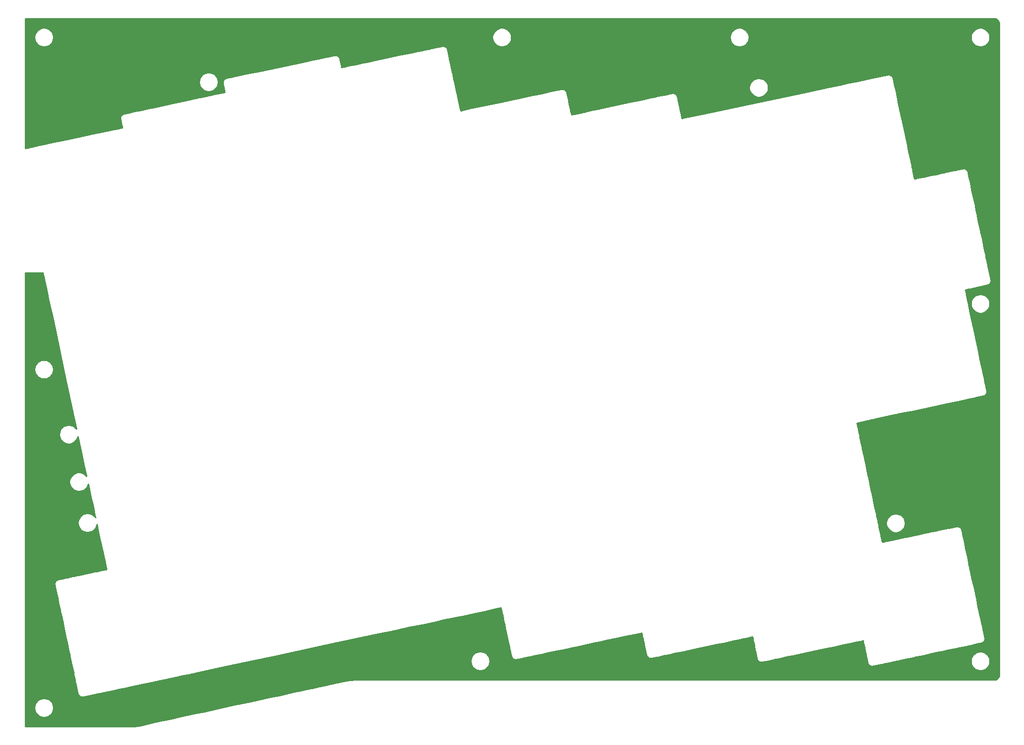
<source format=gbl>
G04 #@! TF.GenerationSoftware,KiCad,Pcbnew,(5.1.5-0-10_14)*
G04 #@! TF.CreationDate,2020-05-14T05:20:06+09:00*
G04 #@! TF.ProjectId,R-top-v2,522d746f-702d-4763-922e-6b696361645f,rev?*
G04 #@! TF.SameCoordinates,Original*
G04 #@! TF.FileFunction,Copper,L2,Bot*
G04 #@! TF.FilePolarity,Positive*
%FSLAX46Y46*%
G04 Gerber Fmt 4.6, Leading zero omitted, Abs format (unit mm)*
G04 Created by KiCad (PCBNEW (5.1.5-0-10_14)) date 2020-05-14 05:20:06*
%MOMM*%
%LPD*%
G04 APERTURE LIST*
%ADD10C,0.254000*%
G04 APERTURE END LIST*
D10*
G36*
X232557915Y-34149149D02*
G01*
X232589728Y-34150018D01*
X232618377Y-34151677D01*
X232647009Y-34154212D01*
X232673440Y-34157341D01*
X232699806Y-34161223D01*
X232724537Y-34165565D01*
X232750101Y-34170776D01*
X232775109Y-34176590D01*
X232798416Y-34182662D01*
X232821331Y-34189263D01*
X232844152Y-34196467D01*
X232866324Y-34204084D01*
X232887871Y-34212084D01*
X232909185Y-34220597D01*
X232930416Y-34229681D01*
X232950580Y-34238885D01*
X232970589Y-34248596D01*
X232990671Y-34258938D01*
X233009674Y-34269295D01*
X233028415Y-34280073D01*
X233046678Y-34291138D01*
X233064698Y-34302624D01*
X233083052Y-34314925D01*
X233101085Y-34327632D01*
X233118555Y-34340557D01*
X233135252Y-34353511D01*
X233152833Y-34367816D01*
X233168931Y-34381542D01*
X233184384Y-34395327D01*
X233200472Y-34410345D01*
X233215206Y-34424733D01*
X233229621Y-34439509D01*
X233244067Y-34454995D01*
X233259107Y-34471885D01*
X233273165Y-34488442D01*
X233286295Y-34504642D01*
X233301291Y-34524077D01*
X233313380Y-34540541D01*
X233326110Y-34558744D01*
X233338951Y-34578069D01*
X233350322Y-34596094D01*
X233361378Y-34614546D01*
X233372111Y-34633429D01*
X233382614Y-34652948D01*
X233392416Y-34672232D01*
X233402360Y-34693005D01*
X233411737Y-34713876D01*
X233420659Y-34735105D01*
X233429233Y-34757012D01*
X233437350Y-34779392D01*
X233445106Y-34802611D01*
X233452245Y-34825983D01*
X233458603Y-34848894D01*
X233464573Y-34872783D01*
X233470272Y-34898512D01*
X233475135Y-34923766D01*
X233479514Y-34950518D01*
X233482983Y-34976261D01*
X233485811Y-35002884D01*
X233487924Y-35030296D01*
X233489275Y-35059005D01*
X233489839Y-35094367D01*
X233489839Y-150601969D01*
X233489531Y-150627466D01*
X233488359Y-150657277D01*
X233486420Y-150685178D01*
X233483645Y-150713087D01*
X233480247Y-150739460D01*
X233476134Y-150765550D01*
X233471475Y-150790597D01*
X233466190Y-150815271D01*
X233460458Y-150838969D01*
X233454212Y-150862160D01*
X233447353Y-150885262D01*
X233440056Y-150907735D01*
X233432222Y-150929947D01*
X233423715Y-150952266D01*
X233414946Y-150973655D01*
X233406061Y-150993917D01*
X233395975Y-151015474D01*
X233386246Y-151035012D01*
X233374296Y-151057574D01*
X233363416Y-151076921D01*
X233351799Y-151096465D01*
X233340319Y-151114776D01*
X233327426Y-151134286D01*
X233315265Y-151151771D01*
X233302802Y-151168850D01*
X233290062Y-151185505D01*
X233276499Y-151202422D01*
X233262902Y-151218609D01*
X233247719Y-151235838D01*
X233232679Y-151252095D01*
X233213876Y-151271413D01*
X233203428Y-151281673D01*
X233187795Y-151296428D01*
X233172061Y-151310632D01*
X233156556Y-151324008D01*
X233136560Y-151340432D01*
X233120412Y-151353047D01*
X233103549Y-151365618D01*
X233082356Y-151380618D01*
X233064414Y-151392656D01*
X233046507Y-151404082D01*
X233028149Y-151415218D01*
X233009619Y-151425884D01*
X232989502Y-151436844D01*
X232969770Y-151446992D01*
X232949992Y-151456582D01*
X232929734Y-151465820D01*
X232907396Y-151475349D01*
X232885176Y-151484164D01*
X232863560Y-151492121D01*
X232842490Y-151499293D01*
X232812765Y-151508494D01*
X232789663Y-151514922D01*
X232764950Y-151521095D01*
X232741176Y-151526367D01*
X232716319Y-151531190D01*
X232690453Y-151535473D01*
X232663396Y-151539169D01*
X232636121Y-151542089D01*
X232608339Y-151544238D01*
X232579714Y-151545586D01*
X232544385Y-151546149D01*
X119015627Y-151546149D01*
X119014611Y-151546249D01*
X119005897Y-151546276D01*
X119005735Y-151546292D01*
X119000964Y-151546310D01*
X118946161Y-151546889D01*
X118946005Y-151546906D01*
X118940573Y-151546972D01*
X118888455Y-151547964D01*
X118888302Y-151547982D01*
X118883097Y-151548087D01*
X118830994Y-151549502D01*
X118830834Y-151549522D01*
X118825787Y-151549664D01*
X118777042Y-151551373D01*
X118776882Y-151551394D01*
X118771952Y-151551571D01*
X118723225Y-151553656D01*
X118723059Y-151553679D01*
X118718247Y-151553888D01*
X118670209Y-151556307D01*
X118670044Y-151556332D01*
X118665297Y-151556573D01*
X118617278Y-151559350D01*
X118617120Y-151559375D01*
X118611766Y-151559692D01*
X118553108Y-151563577D01*
X118552954Y-151563603D01*
X118547510Y-151563972D01*
X118498217Y-151567658D01*
X118498057Y-151567686D01*
X118493315Y-151568043D01*
X118446716Y-151571877D01*
X118446561Y-151571905D01*
X118441850Y-151572295D01*
X118393950Y-151576593D01*
X118393793Y-151576623D01*
X118388756Y-151577080D01*
X118335574Y-151582276D01*
X118335419Y-151582307D01*
X118330354Y-151582807D01*
X118282527Y-151587864D01*
X118282375Y-151587895D01*
X118277669Y-151588395D01*
X118229881Y-151593806D01*
X118229716Y-151593841D01*
X118224894Y-151594390D01*
X118175819Y-151600325D01*
X118175656Y-151600361D01*
X118170898Y-151600939D01*
X118124519Y-151606902D01*
X118124361Y-151606938D01*
X118119182Y-151607611D01*
X118060938Y-151615583D01*
X118060794Y-151615617D01*
X118054932Y-151616433D01*
X117995765Y-151625086D01*
X117995609Y-151625125D01*
X117990317Y-151625906D01*
X117943768Y-151633111D01*
X117943611Y-151633151D01*
X117939198Y-151633835D01*
X117895666Y-151640886D01*
X117895512Y-151640927D01*
X117891125Y-151641637D01*
X117846320Y-151649215D01*
X117846162Y-151649258D01*
X117841825Y-151649991D01*
X117798387Y-151657647D01*
X117798227Y-151657692D01*
X117793736Y-151658484D01*
X117746405Y-151667176D01*
X117746241Y-151667223D01*
X117741661Y-151668066D01*
X117695702Y-151676854D01*
X117695549Y-151676899D01*
X117691118Y-151677747D01*
X117647841Y-151686340D01*
X117647687Y-151686387D01*
X117643516Y-151687214D01*
X117601602Y-151695828D01*
X117601449Y-151695876D01*
X117597147Y-151696759D01*
X117552674Y-151706219D01*
X117552543Y-151706260D01*
X117549968Y-151706801D01*
X117437960Y-151731118D01*
X117437959Y-151731118D01*
X117437956Y-151731119D01*
X117186593Y-151785692D01*
X116976200Y-151831370D01*
X116976123Y-151831386D01*
X116826730Y-151863820D01*
X116589281Y-151915371D01*
X116589277Y-151915372D01*
X116066255Y-152028921D01*
X116066178Y-152028937D01*
X115265578Y-152202746D01*
X115265576Y-152202747D01*
X113882819Y-152502938D01*
X113882815Y-152502939D01*
X112547615Y-152792803D01*
X111982700Y-152915442D01*
X111101621Y-153106718D01*
X111101619Y-153106719D01*
X110176201Y-153307620D01*
X110176124Y-153307636D01*
X109540165Y-153445696D01*
X109540135Y-153445702D01*
X108559761Y-153658532D01*
X108559759Y-153658533D01*
X107203126Y-153953045D01*
X107203124Y-153953046D01*
X105800501Y-154257540D01*
X105800499Y-154257541D01*
X104360248Y-154570203D01*
X102890728Y-154889219D01*
X100650910Y-155375457D01*
X100650908Y-155375458D01*
X97636606Y-156029825D01*
X95396772Y-156516062D01*
X93927238Y-156835079D01*
X93927236Y-156835080D01*
X92486966Y-157147742D01*
X91084316Y-157452236D01*
X89061858Y-157891282D01*
X86582738Y-158429461D01*
X86582631Y-158429483D01*
X84404395Y-158902342D01*
X82594043Y-159295338D01*
X82594041Y-159295339D01*
X81218465Y-159593949D01*
X81218463Y-159593950D01*
X80737794Y-159698293D01*
X80734884Y-159698921D01*
X80695678Y-159707237D01*
X80657829Y-159715003D01*
X80612368Y-159723988D01*
X80574329Y-159731217D01*
X80536578Y-159738131D01*
X80489745Y-159746353D01*
X80450519Y-159752934D01*
X80402730Y-159760579D01*
X80362796Y-159766655D01*
X80319316Y-159772945D01*
X80277904Y-159778622D01*
X80237419Y-159783877D01*
X80194624Y-159789116D01*
X80154261Y-159793762D01*
X80111876Y-159798329D01*
X80070871Y-159802444D01*
X80029193Y-159806322D01*
X79987355Y-159809910D01*
X79944552Y-159813259D01*
X79896514Y-159816635D01*
X79852440Y-159819378D01*
X79805865Y-159821905D01*
X79761776Y-159823943D01*
X79709933Y-159825907D01*
X79665878Y-159827207D01*
X79619079Y-159828215D01*
X79573924Y-159828823D01*
X79518054Y-159829089D01*
X60735173Y-159829089D01*
X60735173Y-156324042D01*
X62395000Y-156324042D01*
X62395000Y-156655958D01*
X62459754Y-156981496D01*
X62586772Y-157288147D01*
X62771175Y-157564125D01*
X63005875Y-157798825D01*
X63281853Y-157983228D01*
X63588504Y-158110246D01*
X63914042Y-158175000D01*
X64245958Y-158175000D01*
X64571496Y-158110246D01*
X64878147Y-157983228D01*
X65154125Y-157798825D01*
X65388825Y-157564125D01*
X65573228Y-157288147D01*
X65700246Y-156981496D01*
X65765000Y-156655958D01*
X65765000Y-156324042D01*
X65700246Y-155998504D01*
X65573228Y-155691853D01*
X65388825Y-155415875D01*
X65154125Y-155181175D01*
X64878147Y-154996772D01*
X64571496Y-154869754D01*
X64245958Y-154805000D01*
X63914042Y-154805000D01*
X63588504Y-154869754D01*
X63281853Y-154996772D01*
X63005875Y-155181175D01*
X62771175Y-155415875D01*
X62586772Y-155691853D01*
X62459754Y-155998504D01*
X62395000Y-156324042D01*
X60735173Y-156324042D01*
X60735173Y-96264042D01*
X62385000Y-96264042D01*
X62385000Y-96595958D01*
X62449754Y-96921496D01*
X62576772Y-97228147D01*
X62761175Y-97504125D01*
X62995875Y-97738825D01*
X63271853Y-97923228D01*
X63578504Y-98050246D01*
X63904042Y-98115000D01*
X64235958Y-98115000D01*
X64561496Y-98050246D01*
X64868147Y-97923228D01*
X65144125Y-97738825D01*
X65378825Y-97504125D01*
X65563228Y-97228147D01*
X65690246Y-96921496D01*
X65755000Y-96595958D01*
X65755000Y-96264042D01*
X65690246Y-95938504D01*
X65563228Y-95631853D01*
X65378825Y-95355875D01*
X65144125Y-95121175D01*
X64868147Y-94936772D01*
X64561496Y-94809754D01*
X64235958Y-94745000D01*
X63904042Y-94745000D01*
X63578504Y-94809754D01*
X63271853Y-94936772D01*
X62995875Y-95121175D01*
X62761175Y-95355875D01*
X62576772Y-95631853D01*
X62449754Y-95938504D01*
X62385000Y-96264042D01*
X60735173Y-96264042D01*
X60735173Y-79309696D01*
X63886730Y-79309696D01*
X63899462Y-79369086D01*
X63899466Y-79369106D01*
X63922411Y-79476141D01*
X63922413Y-79476147D01*
X63922415Y-79476157D01*
X63938657Y-79551915D01*
X63938659Y-79551920D01*
X63982230Y-79755155D01*
X63982258Y-79755293D01*
X64062971Y-80131781D01*
X64062972Y-80131784D01*
X64155787Y-80564711D01*
X64155793Y-80564741D01*
X64315390Y-81309161D01*
X64315391Y-81309163D01*
X64568414Y-82489343D01*
X64861951Y-83858486D01*
X64861972Y-83858585D01*
X65192552Y-85400497D01*
X65192558Y-85400526D01*
X65556663Y-87098805D01*
X66154903Y-89889136D01*
X67042134Y-94027386D01*
X68000300Y-98496486D01*
X68749274Y-101989872D01*
X69255248Y-104349850D01*
X69817929Y-106974330D01*
X69758825Y-106885875D01*
X69524125Y-106651175D01*
X69248147Y-106466772D01*
X68941496Y-106339754D01*
X68615958Y-106275000D01*
X68284042Y-106275000D01*
X67958504Y-106339754D01*
X67651853Y-106466772D01*
X67375875Y-106651175D01*
X67141175Y-106885875D01*
X66956772Y-107161853D01*
X66829754Y-107468504D01*
X66765000Y-107794042D01*
X66765000Y-108125958D01*
X66829754Y-108451496D01*
X66956772Y-108758147D01*
X67141175Y-109034125D01*
X67375875Y-109268825D01*
X67651853Y-109453228D01*
X67958504Y-109580246D01*
X68284042Y-109645000D01*
X68615958Y-109645000D01*
X68941496Y-109580246D01*
X69248147Y-109453228D01*
X69524125Y-109268825D01*
X69758825Y-109034125D01*
X69943228Y-108758147D01*
X70070246Y-108451496D01*
X70101231Y-108295723D01*
X70770819Y-111418856D01*
X71140994Y-113145456D01*
X71141000Y-113145485D01*
X71384557Y-114281495D01*
X71614590Y-115354435D01*
X71588825Y-115315875D01*
X71354125Y-115081175D01*
X71078147Y-114896772D01*
X70771496Y-114769754D01*
X70445958Y-114705000D01*
X70114042Y-114705000D01*
X69788504Y-114769754D01*
X69481853Y-114896772D01*
X69205875Y-115081175D01*
X68971175Y-115315875D01*
X68786772Y-115591853D01*
X68659754Y-115898504D01*
X68595000Y-116224042D01*
X68595000Y-116555958D01*
X68659754Y-116881496D01*
X68786772Y-117188147D01*
X68971175Y-117464125D01*
X69205875Y-117698825D01*
X69481853Y-117883228D01*
X69788504Y-118010246D01*
X70114042Y-118075000D01*
X70445958Y-118075000D01*
X70771496Y-118010246D01*
X71078147Y-117883228D01*
X71354125Y-117698825D01*
X71588825Y-117464125D01*
X71773228Y-117188147D01*
X71900246Y-116881496D01*
X71920333Y-116780515D01*
X72209202Y-118127886D01*
X72489519Y-119435376D01*
X72489541Y-119435484D01*
X72599694Y-119949276D01*
X72599697Y-119949286D01*
X72762494Y-120708624D01*
X73078431Y-122182262D01*
X73078468Y-122182440D01*
X73196206Y-122731616D01*
X73098825Y-122585875D01*
X72864125Y-122351175D01*
X72588147Y-122166772D01*
X72281496Y-122039754D01*
X71955958Y-121975000D01*
X71624042Y-121975000D01*
X71298504Y-122039754D01*
X70991853Y-122166772D01*
X70715875Y-122351175D01*
X70481175Y-122585875D01*
X70296772Y-122861853D01*
X70169754Y-123168504D01*
X70105000Y-123494042D01*
X70105000Y-123825958D01*
X70169754Y-124151496D01*
X70296772Y-124458147D01*
X70481175Y-124734125D01*
X70715875Y-124968825D01*
X70991853Y-125153228D01*
X71298504Y-125280246D01*
X71624042Y-125345000D01*
X71955958Y-125345000D01*
X72281496Y-125280246D01*
X72588147Y-125153228D01*
X72864125Y-124968825D01*
X73098825Y-124734125D01*
X73283228Y-124458147D01*
X73410246Y-124151496D01*
X73453739Y-123932846D01*
X73569538Y-124472985D01*
X73753324Y-125330246D01*
X73753331Y-125330279D01*
X73929062Y-126149964D01*
X74096259Y-126929856D01*
X74096288Y-126929994D01*
X74254559Y-127668246D01*
X74254575Y-127668325D01*
X74403483Y-128362911D01*
X74542566Y-129011680D01*
X74542572Y-129011710D01*
X74671401Y-129612650D01*
X74671405Y-129612670D01*
X74789542Y-130163752D01*
X74896542Y-130662887D01*
X74896546Y-130662907D01*
X74991978Y-131108091D01*
X75075395Y-131497241D01*
X75075399Y-131497261D01*
X75129404Y-131749208D01*
X75129420Y-131749286D01*
X75160855Y-131895942D01*
X75145853Y-131899109D01*
X75145824Y-131899115D01*
X75041388Y-131921161D01*
X75041385Y-131921162D01*
X74873641Y-131956569D01*
X74873638Y-131956570D01*
X74628206Y-132008373D01*
X74628156Y-132008383D01*
X74360849Y-132064802D01*
X74360847Y-132064803D01*
X74073833Y-132125381D01*
X74073812Y-132125385D01*
X73769137Y-132189689D01*
X73769116Y-132189693D01*
X73448835Y-132257288D01*
X73448829Y-132257290D01*
X73115054Y-132327731D01*
X72769872Y-132400580D01*
X72769851Y-132400584D01*
X72415351Y-132475397D01*
X72415300Y-132475407D01*
X72144354Y-132532586D01*
X72144317Y-132532593D01*
X71961979Y-132571074D01*
X71961972Y-132571076D01*
X71778482Y-132609798D01*
X71594067Y-132648715D01*
X71316345Y-132707323D01*
X71316342Y-132707324D01*
X70945193Y-132785645D01*
X70945191Y-132785646D01*
X70575086Y-132863746D01*
X70208094Y-132941185D01*
X69936360Y-132998524D01*
X69936358Y-132998525D01*
X69757156Y-133036338D01*
X69579899Y-133073741D01*
X69579893Y-133073743D01*
X69404936Y-133110660D01*
X69404856Y-133110676D01*
X69146666Y-133165155D01*
X69146644Y-133165159D01*
X68812919Y-133235573D01*
X68812916Y-133235574D01*
X68571857Y-133286434D01*
X68571855Y-133286435D01*
X68571853Y-133286435D01*
X68415515Y-133319421D01*
X68415514Y-133319421D01*
X68263295Y-133351536D01*
X68263216Y-133351552D01*
X68115192Y-133382781D01*
X68115189Y-133382782D01*
X68007351Y-133405532D01*
X68007301Y-133405542D01*
X67936809Y-133420414D01*
X67936735Y-133420429D01*
X67833089Y-133442296D01*
X67833054Y-133442303D01*
X67699555Y-133470467D01*
X67699455Y-133470487D01*
X67571183Y-133497546D01*
X67448491Y-133523427D01*
X67448488Y-133523428D01*
X67331691Y-133548066D01*
X67331656Y-133548073D01*
X67220916Y-133571431D01*
X67220914Y-133571431D01*
X67116555Y-133593441D01*
X67116552Y-133593442D01*
X67018824Y-133614054D01*
X67018817Y-133614055D01*
X66927951Y-133633216D01*
X66927942Y-133633219D01*
X66844340Y-133650848D01*
X66844255Y-133650865D01*
X66767937Y-133666956D01*
X66767934Y-133666957D01*
X66699330Y-133681421D01*
X66699324Y-133681422D01*
X66611630Y-133699906D01*
X66597108Y-133704486D01*
X66592256Y-133705249D01*
X66589641Y-133705564D01*
X66589072Y-133705750D01*
X66582058Y-133706853D01*
X66573155Y-133709229D01*
X66557578Y-133713502D01*
X66512783Y-133730643D01*
X66467186Y-133745522D01*
X66458772Y-133749281D01*
X66424123Y-133765051D01*
X66419898Y-133767497D01*
X66415303Y-133769144D01*
X66364195Y-133799751D01*
X66312652Y-133829596D01*
X66308984Y-133832816D01*
X66304795Y-133835324D01*
X66297427Y-133840859D01*
X66268793Y-133862685D01*
X66263903Y-133867232D01*
X66258299Y-133870853D01*
X66216784Y-133911042D01*
X66174459Y-133950395D01*
X66170548Y-133955802D01*
X66165751Y-133960445D01*
X66159836Y-133967512D01*
X66137096Y-133995069D01*
X66133843Y-133999905D01*
X66129789Y-134004085D01*
X66097918Y-134053309D01*
X66065199Y-134101946D01*
X66062950Y-134107315D01*
X66059781Y-134112209D01*
X66055609Y-134120426D01*
X66039724Y-134152256D01*
X66035877Y-134162320D01*
X66030445Y-134171631D01*
X66012900Y-134222421D01*
X65993727Y-134272574D01*
X65991908Y-134283191D01*
X65988388Y-134293381D01*
X65986306Y-134302358D01*
X65977041Y-134343616D01*
X65973878Y-134369170D01*
X65967739Y-134394176D01*
X65965983Y-134432945D01*
X65961217Y-134471450D01*
X65963077Y-134497128D01*
X65961912Y-134522854D01*
X65962460Y-134532053D01*
X65965597Y-134579192D01*
X65972521Y-134620985D01*
X65976631Y-134663167D01*
X65978479Y-134672195D01*
X65987500Y-134714766D01*
X65987514Y-134714833D01*
X66009146Y-134816905D01*
X66009149Y-134816913D01*
X66009150Y-134816920D01*
X66048852Y-135004239D01*
X66048854Y-135004244D01*
X66048854Y-135004246D01*
X66116216Y-135322046D01*
X66116228Y-135322104D01*
X66198311Y-135709346D01*
X66198312Y-135709348D01*
X66294002Y-136160778D01*
X66294014Y-136160836D01*
X66402246Y-136671423D01*
X66402247Y-136671427D01*
X66521916Y-137235954D01*
X66521922Y-137235983D01*
X66651948Y-137849364D01*
X66651949Y-137849366D01*
X66791214Y-138506320D01*
X66791237Y-138506431D01*
X66882802Y-138938377D01*
X66882803Y-138938379D01*
X66920124Y-139114434D01*
X66920136Y-139114492D01*
X66976907Y-139382292D01*
X66976924Y-139382375D01*
X67093242Y-139931069D01*
X67093245Y-139931079D01*
X67253776Y-140688328D01*
X67253782Y-140688358D01*
X67419226Y-141468773D01*
X67545953Y-142066556D01*
X67545965Y-142066614D01*
X67631344Y-142469349D01*
X67631345Y-142469351D01*
X67717338Y-142874976D01*
X67803808Y-143282851D01*
X67890613Y-143692305D01*
X67890619Y-143692334D01*
X67977623Y-144102723D01*
X67977635Y-144102781D01*
X68108262Y-144718928D01*
X68108264Y-144718936D01*
X68281883Y-145537862D01*
X68281889Y-145537891D01*
X68411008Y-146146917D01*
X68411020Y-146146975D01*
X68496405Y-146549710D01*
X68496406Y-146549712D01*
X68559930Y-146849329D01*
X68559934Y-146849350D01*
X68602032Y-147047916D01*
X68602040Y-147047953D01*
X68664796Y-147343942D01*
X68747522Y-147734122D01*
X68747528Y-147734151D01*
X68829102Y-148118896D01*
X68829103Y-148118898D01*
X68909371Y-148497474D01*
X68909385Y-148497543D01*
X68988236Y-148869437D01*
X68988238Y-148869445D01*
X69065520Y-149233927D01*
X69065526Y-149233956D01*
X69141091Y-149590334D01*
X69141112Y-149590437D01*
X69214849Y-149938187D01*
X69214861Y-149938246D01*
X69286634Y-150276734D01*
X69286636Y-150276742D01*
X69356296Y-150605250D01*
X69356300Y-150605271D01*
X69407006Y-150844402D01*
X69407008Y-150844407D01*
X69407008Y-150844409D01*
X69440112Y-151000520D01*
X69440130Y-151000608D01*
X69472648Y-151153952D01*
X69504537Y-151304333D01*
X69504545Y-151304371D01*
X69551272Y-151524712D01*
X69551273Y-151524714D01*
X69611123Y-151806935D01*
X69611135Y-151806993D01*
X69668205Y-152076101D01*
X69668207Y-152076109D01*
X69722351Y-152331403D01*
X69722352Y-152331407D01*
X69760857Y-152512961D01*
X69760859Y-152512966D01*
X69785607Y-152629647D01*
X69785609Y-152629657D01*
X69821309Y-152797969D01*
X69821317Y-152798007D01*
X69865861Y-153008002D01*
X69865864Y-153008019D01*
X69896848Y-153154078D01*
X69896891Y-153154286D01*
X69916534Y-153246879D01*
X69916536Y-153246887D01*
X69935262Y-153335149D01*
X69935271Y-153335195D01*
X69953065Y-153419060D01*
X69953078Y-153419122D01*
X69969939Y-153498587D01*
X69969941Y-153498596D01*
X69985840Y-153573522D01*
X69985841Y-153573527D01*
X69985844Y-153573539D01*
X70007979Y-153677840D01*
X70007983Y-153677858D01*
X70027607Y-153770313D01*
X70027612Y-153770336D01*
X70039495Y-153826310D01*
X70039499Y-153826329D01*
X70050335Y-153877365D01*
X70050343Y-153877404D01*
X70064553Y-153944311D01*
X70067433Y-153953394D01*
X70068765Y-153962828D01*
X70071000Y-153971768D01*
X70074879Y-153986832D01*
X70093066Y-154036695D01*
X70109530Y-154087173D01*
X70113288Y-154095587D01*
X70129225Y-154130615D01*
X70133629Y-154138223D01*
X70136686Y-154146450D01*
X70165852Y-154193889D01*
X70193756Y-154242094D01*
X70199545Y-154248692D01*
X70204149Y-154256180D01*
X70209770Y-154263483D01*
X70231764Y-154291650D01*
X70235174Y-154295232D01*
X70237878Y-154299359D01*
X70279529Y-154341835D01*
X70320569Y-154384954D01*
X70324603Y-154387801D01*
X70328063Y-154391330D01*
X70335167Y-154397199D01*
X70362784Y-154419693D01*
X70416159Y-154455103D01*
X70469202Y-154490414D01*
X70470074Y-154490871D01*
X70470121Y-154490902D01*
X70470179Y-154490926D01*
X70477365Y-154494691D01*
X70508279Y-154510614D01*
X70520717Y-154515552D01*
X70532244Y-154522351D01*
X70580487Y-154539279D01*
X70628000Y-154558140D01*
X70641159Y-154560567D01*
X70653789Y-154564999D01*
X70662756Y-154567124D01*
X70704685Y-154576754D01*
X70728649Y-154579839D01*
X70752054Y-154585825D01*
X70792385Y-154588043D01*
X70832441Y-154593199D01*
X70856540Y-154591571D01*
X70880670Y-154592898D01*
X70889873Y-154592439D01*
X70937256Y-154589746D01*
X70982831Y-154582647D01*
X71028718Y-154578097D01*
X71037743Y-154576234D01*
X71059778Y-154571525D01*
X71108615Y-154561092D01*
X71108616Y-154561092D01*
X71191968Y-154543288D01*
X71191988Y-154543284D01*
X71323996Y-154515089D01*
X71323997Y-154515089D01*
X71478329Y-154482128D01*
X71478349Y-154482124D01*
X71654710Y-154444460D01*
X71654711Y-154444460D01*
X71852672Y-154402184D01*
X71852692Y-154402180D01*
X72071898Y-154355369D01*
X72071948Y-154355359D01*
X72312112Y-154304074D01*
X72312114Y-154304073D01*
X72708257Y-154219481D01*
X72708259Y-154219480D01*
X73154334Y-154124226D01*
X73154384Y-154124216D01*
X73474528Y-154055855D01*
X73988019Y-153946209D01*
X73988098Y-153946193D01*
X74740721Y-153785488D01*
X74740723Y-153785487D01*
X75564599Y-153609570D01*
X75564601Y-153609569D01*
X76456715Y-153419083D01*
X76456822Y-153419061D01*
X77414485Y-153214580D01*
X77414489Y-153214579D01*
X78434678Y-152996750D01*
X79514492Y-152766191D01*
X79514494Y-152766190D01*
X80651018Y-152523524D01*
X81841349Y-152269370D01*
X81841351Y-152269369D01*
X83082574Y-152004352D01*
X83082584Y-152004349D01*
X85027891Y-151588999D01*
X85028027Y-151588971D01*
X87082434Y-151150326D01*
X87082541Y-151150304D01*
X88498266Y-150848030D01*
X89950343Y-150537994D01*
X91435866Y-150220818D01*
X92951925Y-149897122D01*
X94495611Y-149567529D01*
X96854008Y-149063986D01*
X96854038Y-149063980D01*
X100072278Y-148376853D01*
X100072280Y-148376852D01*
X101677877Y-148034042D01*
X139765000Y-148034042D01*
X139765000Y-148365958D01*
X139829754Y-148691496D01*
X139956772Y-148998147D01*
X140141175Y-149274125D01*
X140375875Y-149508825D01*
X140651853Y-149693228D01*
X140958504Y-149820246D01*
X141284042Y-149885000D01*
X141615958Y-149885000D01*
X141941496Y-149820246D01*
X142248147Y-149693228D01*
X142524125Y-149508825D01*
X142758825Y-149274125D01*
X142943228Y-148998147D01*
X143070246Y-148691496D01*
X143135000Y-148365958D01*
X143135000Y-148034042D01*
X143070246Y-147708504D01*
X142943228Y-147401853D01*
X142758825Y-147125875D01*
X142524125Y-146891175D01*
X142248147Y-146706772D01*
X141941496Y-146579754D01*
X141615958Y-146515000D01*
X141284042Y-146515000D01*
X140958504Y-146579754D01*
X140651853Y-146706772D01*
X140375875Y-146891175D01*
X140141175Y-147125875D01*
X139956772Y-147401853D01*
X139829754Y-147708504D01*
X139765000Y-148034042D01*
X101677877Y-148034042D01*
X104998510Y-147325056D01*
X114967245Y-145196638D01*
X122925402Y-143497495D01*
X122925432Y-143497489D01*
X125957451Y-142850122D01*
X128861487Y-142230080D01*
X131614246Y-141642337D01*
X131614275Y-141642331D01*
X133559582Y-141226985D01*
X133559611Y-141226979D01*
X134800752Y-140961980D01*
X136572998Y-140583583D01*
X136573027Y-140583577D01*
X138732428Y-140122514D01*
X138732458Y-140122508D01*
X140647509Y-139713614D01*
X140647568Y-139713602D01*
X141900660Y-139446044D01*
X141900665Y-139446042D01*
X142653133Y-139285374D01*
X142653163Y-139285368D01*
X143331495Y-139140528D01*
X143932750Y-139012146D01*
X143932755Y-139012145D01*
X144454024Y-138900837D01*
X144454027Y-138900836D01*
X144788081Y-138829503D01*
X144985888Y-138787264D01*
X144986004Y-138787240D01*
X145113596Y-138759994D01*
X145117013Y-138775973D01*
X145139301Y-138880185D01*
X145162945Y-138990742D01*
X145187888Y-139107389D01*
X145187892Y-139107409D01*
X145214069Y-139229828D01*
X145214087Y-139229916D01*
X145241475Y-139357998D01*
X145241477Y-139358005D01*
X145284536Y-139559384D01*
X145345786Y-139845852D01*
X145345794Y-139845892D01*
X145394338Y-140072947D01*
X145394342Y-140072967D01*
X145419317Y-140189787D01*
X145419321Y-140189806D01*
X145436211Y-140268801D01*
X145479151Y-140469651D01*
X145479173Y-140469759D01*
X145550408Y-140802965D01*
X145624078Y-141147564D01*
X145624082Y-141147584D01*
X145738029Y-141680598D01*
X145894688Y-142413421D01*
X146053120Y-143154545D01*
X146209760Y-143887285D01*
X146209778Y-143887372D01*
X146323725Y-144420387D01*
X146323726Y-144420389D01*
X146397400Y-144765011D01*
X146397401Y-144765015D01*
X146468619Y-145098138D01*
X146468637Y-145098227D01*
X146536991Y-145417947D01*
X146536992Y-145417951D01*
X146602020Y-145722106D01*
X146602021Y-145722109D01*
X146663254Y-146008505D01*
X146663280Y-146008632D01*
X146706333Y-146209984D01*
X146706344Y-146210038D01*
X146733732Y-146338120D01*
X146733733Y-146338122D01*
X146759920Y-146460586D01*
X146759930Y-146460633D01*
X146784877Y-146577294D01*
X146784881Y-146577313D01*
X146808524Y-146687866D01*
X146808526Y-146687876D01*
X146825327Y-146766443D01*
X146825332Y-146766466D01*
X146838748Y-146829192D01*
X146838760Y-146829250D01*
X146851694Y-146889720D01*
X146851696Y-146889730D01*
X146871103Y-146980460D01*
X146871105Y-146980466D01*
X146871107Y-146980476D01*
X146888989Y-147064066D01*
X146888991Y-147064076D01*
X146905282Y-147140225D01*
X146905298Y-147140303D01*
X146923308Y-147224470D01*
X146923329Y-147224573D01*
X146938721Y-147296476D01*
X146940461Y-147301934D01*
X146941206Y-147307613D01*
X146943353Y-147316575D01*
X146946360Y-147328750D01*
X146962617Y-147374725D01*
X146976664Y-147421414D01*
X146980227Y-147429913D01*
X146995256Y-147465071D01*
X146999700Y-147473173D01*
X147002731Y-147481905D01*
X147030650Y-147529600D01*
X147057202Y-147578008D01*
X147063131Y-147585088D01*
X147067803Y-147593069D01*
X147073265Y-147600492D01*
X147094772Y-147629300D01*
X147098451Y-147633337D01*
X147101349Y-147637959D01*
X147141818Y-147680923D01*
X147181536Y-147724505D01*
X147185920Y-147727744D01*
X147189668Y-147731723D01*
X147196654Y-147737733D01*
X147223710Y-147760689D01*
X147229178Y-147764477D01*
X147233898Y-147769158D01*
X147282089Y-147801130D01*
X147329595Y-147834040D01*
X147335687Y-147836690D01*
X147341233Y-147840370D01*
X147349403Y-147844634D01*
X147383116Y-147861932D01*
X147396696Y-147867298D01*
X147409310Y-147874650D01*
X147456493Y-147890928D01*
X147502912Y-147909271D01*
X147517274Y-147911897D01*
X147531077Y-147916659D01*
X147540055Y-147918737D01*
X147582080Y-147928157D01*
X147606821Y-147931210D01*
X147631015Y-147937203D01*
X147670596Y-147939079D01*
X147709920Y-147943931D01*
X147734776Y-147942121D01*
X147759681Y-147943301D01*
X147768881Y-147942772D01*
X147816196Y-147939723D01*
X147858803Y-147932756D01*
X147901773Y-147928554D01*
X147910801Y-147926703D01*
X147933709Y-147921841D01*
X147933717Y-147921839D01*
X147998423Y-147908103D01*
X147998511Y-147908085D01*
X148041620Y-147898934D01*
X148041629Y-147898931D01*
X148104553Y-147885573D01*
X148104554Y-147885573D01*
X148104562Y-147885571D01*
X148209158Y-147863365D01*
X148209187Y-147863359D01*
X148369581Y-147829306D01*
X148369582Y-147829306D01*
X148369595Y-147829303D01*
X148551990Y-147790575D01*
X148552048Y-147790563D01*
X148755785Y-147747303D01*
X148755786Y-147747303D01*
X148755794Y-147747301D01*
X148980041Y-147699683D01*
X149224024Y-147647874D01*
X149224029Y-147647873D01*
X149486975Y-147592035D01*
X149486977Y-147592034D01*
X149486979Y-147592034D01*
X149696688Y-147547500D01*
X149696717Y-147547494D01*
X149841658Y-147516714D01*
X149841687Y-147516708D01*
X150066663Y-147468931D01*
X150381852Y-147401996D01*
X150381855Y-147401995D01*
X150882307Y-147295714D01*
X150882312Y-147295712D01*
X151419524Y-147181624D01*
X151419526Y-147181623D01*
X151793533Y-147102195D01*
X151793538Y-147102194D01*
X152376804Y-146978321D01*
X152376809Y-146978319D01*
X153196800Y-146804168D01*
X154056983Y-146621480D01*
X154057042Y-146621468D01*
X154951305Y-146431540D01*
X154951334Y-146431534D01*
X156340752Y-146136440D01*
X156340755Y-146136439D01*
X157776603Y-145831480D01*
X158745153Y-145625769D01*
X158745182Y-145625763D01*
X160202627Y-145316213D01*
X160202686Y-145316201D01*
X161644694Y-145009926D01*
X162588484Y-144809470D01*
X162588492Y-144809468D01*
X163965459Y-144517005D01*
X165685763Y-144151617D01*
X165685822Y-144151605D01*
X167232752Y-143823038D01*
X167232781Y-143823032D01*
X168556775Y-143541815D01*
X168556804Y-143541809D01*
X169364039Y-143370350D01*
X169364044Y-143370348D01*
X169812407Y-143275114D01*
X169812409Y-143275113D01*
X170062186Y-143222060D01*
X170073607Y-143275113D01*
X170073613Y-143275141D01*
X170101620Y-143405251D01*
X170131289Y-143543089D01*
X170131291Y-143543095D01*
X170178366Y-143761817D01*
X170245571Y-144074084D01*
X170298396Y-144319542D01*
X170298422Y-144319669D01*
X170334385Y-144486784D01*
X170334387Y-144486791D01*
X170389075Y-144740914D01*
X170499310Y-145253155D01*
X170499328Y-145253244D01*
X170606082Y-145749304D01*
X170606084Y-145749309D01*
X170606084Y-145749311D01*
X170656733Y-145984649D01*
X170656751Y-145984738D01*
X170689217Y-146135588D01*
X170689218Y-146135591D01*
X170712659Y-146244503D01*
X170712671Y-146244562D01*
X170727887Y-146315259D01*
X170727889Y-146315268D01*
X170750042Y-146418188D01*
X170750043Y-146418192D01*
X170771153Y-146516268D01*
X170771160Y-146516299D01*
X170784716Y-146579270D01*
X170784718Y-146579275D01*
X170797800Y-146640049D01*
X170797803Y-146640063D01*
X170810390Y-146698528D01*
X170810398Y-146698568D01*
X170828385Y-146782112D01*
X170828389Y-146782133D01*
X170845011Y-146859332D01*
X170845015Y-146859350D01*
X170855423Y-146907683D01*
X170855428Y-146907705D01*
X170869985Y-146975293D01*
X170869987Y-146975304D01*
X170882950Y-147035488D01*
X170882970Y-147035586D01*
X170894494Y-147089066D01*
X170896937Y-147096694D01*
X170897148Y-147098621D01*
X170897666Y-147100269D01*
X170898647Y-147107106D01*
X170900903Y-147116041D01*
X170904320Y-147129190D01*
X170921136Y-147174977D01*
X170935755Y-147221509D01*
X170939421Y-147229964D01*
X170954761Y-147264676D01*
X170958542Y-147271374D01*
X170961118Y-147278621D01*
X170990172Y-147327415D01*
X171018075Y-147376852D01*
X171023082Y-147382686D01*
X171027019Y-147389297D01*
X171032535Y-147396678D01*
X171054178Y-147425222D01*
X171057231Y-147428522D01*
X171059632Y-147432313D01*
X171100946Y-147475776D01*
X171141651Y-147519776D01*
X171145278Y-147522414D01*
X171148377Y-147525674D01*
X171155390Y-147531653D01*
X171182623Y-147554547D01*
X171187418Y-147557836D01*
X171191549Y-147561917D01*
X171240474Y-147594235D01*
X171288840Y-147627416D01*
X171294176Y-147629709D01*
X171299027Y-147632913D01*
X171307205Y-147637160D01*
X171340692Y-147654257D01*
X171352766Y-147659000D01*
X171363950Y-147665562D01*
X171412622Y-147682514D01*
X171460583Y-147701354D01*
X171473340Y-147703660D01*
X171485594Y-147707928D01*
X171494566Y-147710032D01*
X171535643Y-147719366D01*
X171560322Y-147722484D01*
X171584449Y-147728540D01*
X171624076Y-147730540D01*
X171663437Y-147735514D01*
X171688247Y-147733780D01*
X171713095Y-147735034D01*
X171722296Y-147734534D01*
X171770598Y-147731571D01*
X171814576Y-147724518D01*
X171858900Y-147720137D01*
X171867925Y-147718276D01*
X171953809Y-147699949D01*
X172187750Y-147650032D01*
X172187819Y-147650018D01*
X172411863Y-147602216D01*
X172411867Y-147602215D01*
X172580628Y-147566208D01*
X172580727Y-147566188D01*
X172862086Y-147506161D01*
X172862096Y-147506158D01*
X173292576Y-147414316D01*
X173292625Y-147414306D01*
X173778968Y-147310548D01*
X173778972Y-147310547D01*
X174316152Y-147195944D01*
X174316260Y-147195922D01*
X174899655Y-147071461D01*
X175524303Y-146938200D01*
X175524307Y-146938199D01*
X176185347Y-146797175D01*
X177231524Y-146573988D01*
X179474384Y-146095507D01*
X181814476Y-145596283D01*
X183355182Y-145267594D01*
X183355241Y-145267582D01*
X184472072Y-145029319D01*
X184472074Y-145029318D01*
X185191591Y-144875818D01*
X185884456Y-144728003D01*
X185884464Y-144728001D01*
X186545788Y-144586913D01*
X186545817Y-144586907D01*
X187170764Y-144453579D01*
X187170823Y-144453567D01*
X187754621Y-144329016D01*
X187754629Y-144329014D01*
X188292306Y-144214301D01*
X188292365Y-144214289D01*
X188779199Y-144110423D01*
X188779201Y-144110423D01*
X188779203Y-144110422D01*
X189053139Y-144051976D01*
X189053177Y-144051968D01*
X189157271Y-144029758D01*
X189157273Y-144029757D01*
X189306732Y-143997868D01*
X189306840Y-143997846D01*
X189492074Y-143958324D01*
X189492076Y-143958324D01*
X189492078Y-143958323D01*
X189661251Y-143922227D01*
X189661256Y-143922226D01*
X189714576Y-143910849D01*
X189764371Y-144152586D01*
X189764372Y-144152588D01*
X189823619Y-144440204D01*
X189823625Y-144440233D01*
X189887507Y-144750348D01*
X189887514Y-144750381D01*
X189954715Y-145076591D01*
X189954716Y-145076595D01*
X190023904Y-145412440D01*
X190023905Y-145412443D01*
X190093754Y-145751493D01*
X190093755Y-145751496D01*
X190145722Y-146003738D01*
X190145728Y-146003767D01*
X190179896Y-146169613D01*
X190179908Y-146169674D01*
X190230143Y-146413496D01*
X190230144Y-146413500D01*
X190278309Y-146647268D01*
X190278311Y-146647278D01*
X190309175Y-146797065D01*
X190309181Y-146797094D01*
X190338808Y-146940876D01*
X190338810Y-146940881D01*
X190367029Y-147077829D01*
X190367031Y-147077837D01*
X190393676Y-147207139D01*
X190393678Y-147207148D01*
X190418569Y-147327933D01*
X190418587Y-147328022D01*
X190441591Y-147439642D01*
X190441593Y-147439651D01*
X190462527Y-147541220D01*
X190462529Y-147541229D01*
X190476682Y-147609891D01*
X190476701Y-147609988D01*
X190493595Y-147691931D01*
X190493618Y-147692049D01*
X190504626Y-147745431D01*
X190507764Y-147755535D01*
X190509214Y-147766011D01*
X190511425Y-147774957D01*
X190515452Y-147790777D01*
X190533519Y-147840735D01*
X190549851Y-147891262D01*
X190553586Y-147899686D01*
X190569406Y-147934703D01*
X190573808Y-147942355D01*
X190576859Y-147950629D01*
X190605882Y-147998104D01*
X190633641Y-148046354D01*
X190639441Y-148053000D01*
X190644044Y-148060529D01*
X190649647Y-148067846D01*
X190671524Y-148096010D01*
X190675314Y-148100013D01*
X190678333Y-148104627D01*
X190719577Y-148146756D01*
X190760091Y-148189540D01*
X190764584Y-148192729D01*
X190768444Y-148196671D01*
X190775544Y-148202545D01*
X190803247Y-148225145D01*
X190855635Y-148259961D01*
X190908040Y-148295113D01*
X190910424Y-148296373D01*
X190910527Y-148296441D01*
X190910648Y-148296491D01*
X190916188Y-148299418D01*
X190947102Y-148315478D01*
X190957773Y-148319757D01*
X190967614Y-148325685D01*
X191017459Y-148343693D01*
X191066657Y-148363422D01*
X191077948Y-148365546D01*
X191088761Y-148369452D01*
X191097708Y-148371660D01*
X191138422Y-148381406D01*
X191166603Y-148385298D01*
X191194188Y-148392242D01*
X191230251Y-148394088D01*
X191266021Y-148399028D01*
X191294414Y-148397372D01*
X191322829Y-148398827D01*
X191332031Y-148398333D01*
X191380629Y-148395386D01*
X191424417Y-148388395D01*
X191468572Y-148384087D01*
X191477600Y-148382238D01*
X191519011Y-148373455D01*
X191519065Y-148373444D01*
X191617849Y-148352498D01*
X191617891Y-148352489D01*
X191798410Y-148314214D01*
X191798431Y-148314210D01*
X192103415Y-148249547D01*
X192103436Y-148249543D01*
X192473880Y-148171003D01*
X192473939Y-148170991D01*
X192905058Y-148079589D01*
X192905087Y-148079583D01*
X193266954Y-148002863D01*
X193266956Y-148002862D01*
X193523353Y-147948504D01*
X193523461Y-147948482D01*
X193792264Y-147891493D01*
X193792401Y-147891465D01*
X194073166Y-147831941D01*
X194073172Y-147831939D01*
X194513814Y-147738522D01*
X194513872Y-147738510D01*
X195139079Y-147605963D01*
X195800672Y-147465702D01*
X195800678Y-147465700D01*
X196847610Y-147243749D01*
X196847639Y-147243743D01*
X198330925Y-146929284D01*
X198330927Y-146929283D01*
X199872428Y-146602484D01*
X202213765Y-146106119D01*
X202213794Y-146106113D01*
X204458126Y-145630310D01*
X205844355Y-145336427D01*
X205844384Y-145336421D01*
X207094771Y-145071334D01*
X207094800Y-145071328D01*
X208170561Y-144843260D01*
X208170567Y-144843258D01*
X208831783Y-144703074D01*
X208831841Y-144703062D01*
X209202318Y-144624515D01*
X209202347Y-144624509D01*
X209335999Y-144596173D01*
X209346397Y-144646630D01*
X209346398Y-144646634D01*
X209373293Y-144777143D01*
X209373295Y-144777151D01*
X209401782Y-144915377D01*
X209401785Y-144915391D01*
X209446992Y-145134738D01*
X209446994Y-145134743D01*
X209446994Y-145134745D01*
X209511503Y-145447729D01*
X209511520Y-145447814D01*
X209614012Y-145945067D01*
X209614014Y-145945075D01*
X209719853Y-146458556D01*
X209719859Y-146458585D01*
X209789724Y-146797533D01*
X209789752Y-146797672D01*
X209857616Y-147126925D01*
X209857631Y-147127000D01*
X209906277Y-147363018D01*
X209937439Y-147514210D01*
X209937449Y-147514262D01*
X209967362Y-147659399D01*
X209995850Y-147797633D01*
X209995852Y-147797639D01*
X210022728Y-147928053D01*
X210022743Y-147928130D01*
X210047875Y-148050089D01*
X210071077Y-148162691D01*
X210087042Y-148240178D01*
X210097029Y-148288654D01*
X210097039Y-148288706D01*
X210106461Y-148334442D01*
X210106464Y-148334451D01*
X210123480Y-148417069D01*
X210123486Y-148417097D01*
X210134563Y-148470876D01*
X210137720Y-148481050D01*
X210139181Y-148491604D01*
X210141392Y-148500550D01*
X210145419Y-148516370D01*
X210163486Y-148566328D01*
X210179818Y-148616855D01*
X210183553Y-148625279D01*
X210199373Y-148660296D01*
X210203775Y-148667948D01*
X210206826Y-148676222D01*
X210235849Y-148723697D01*
X210263608Y-148771947D01*
X210269408Y-148778593D01*
X210274011Y-148786122D01*
X210279614Y-148793439D01*
X210301491Y-148821603D01*
X210305281Y-148825606D01*
X210308300Y-148830220D01*
X210349544Y-148872349D01*
X210390058Y-148915133D01*
X210394551Y-148918322D01*
X210398411Y-148922264D01*
X210405511Y-148928138D01*
X210433214Y-148950738D01*
X210434815Y-148951802D01*
X210436185Y-148953147D01*
X210488501Y-148987480D01*
X210540494Y-149022034D01*
X210542264Y-149022764D01*
X210543875Y-149023821D01*
X210552065Y-149028043D01*
X210584835Y-149044650D01*
X210598208Y-149049857D01*
X210610636Y-149057030D01*
X210658122Y-149073187D01*
X210704866Y-149091389D01*
X210718994Y-149093899D01*
X210732580Y-149098522D01*
X210741566Y-149100562D01*
X210782577Y-149109572D01*
X210803934Y-149112115D01*
X210824781Y-149117415D01*
X210867761Y-149119716D01*
X210910484Y-149124803D01*
X210931922Y-149123150D01*
X210953407Y-149124300D01*
X210962610Y-149123827D01*
X211009903Y-149121070D01*
X211054926Y-149113990D01*
X211100290Y-149109500D01*
X211109315Y-149107638D01*
X211130189Y-149103181D01*
X211175994Y-149093403D01*
X211176104Y-149093380D01*
X211227008Y-149082513D01*
X211227039Y-149082507D01*
X211297765Y-149067412D01*
X211297769Y-149067411D01*
X211343559Y-149057639D01*
X211343560Y-149057639D01*
X211408856Y-149043704D01*
X211408965Y-149043682D01*
X211515261Y-149021001D01*
X211515267Y-149020999D01*
X211673554Y-148987225D01*
X211673623Y-148987211D01*
X211849542Y-148949677D01*
X211849543Y-148949677D01*
X212042362Y-148908540D01*
X212042367Y-148908539D01*
X212251432Y-148863938D01*
X212251452Y-148863934D01*
X212476188Y-148815992D01*
X212715917Y-148764851D01*
X212715920Y-148764850D01*
X212969916Y-148710668D01*
X212969995Y-148710652D01*
X213237801Y-148653525D01*
X213237805Y-148653524D01*
X213518632Y-148593620D01*
X213518681Y-148593610D01*
X213812009Y-148531041D01*
X213812010Y-148531041D01*
X214272574Y-148432803D01*
X214926194Y-148293387D01*
X214926223Y-148293381D01*
X215355885Y-148201734D01*
X215355891Y-148201732D01*
X215530924Y-148164398D01*
X215531051Y-148164372D01*
X215797501Y-148107542D01*
X215797506Y-148107540D01*
X215797508Y-148107540D01*
X216095206Y-148044042D01*
X228465000Y-148044042D01*
X228465000Y-148375958D01*
X228529754Y-148701496D01*
X228656772Y-149008147D01*
X228841175Y-149284125D01*
X229075875Y-149518825D01*
X229351853Y-149703228D01*
X229658504Y-149830246D01*
X229984042Y-149895000D01*
X230315958Y-149895000D01*
X230641496Y-149830246D01*
X230948147Y-149703228D01*
X231224125Y-149518825D01*
X231458825Y-149284125D01*
X231643228Y-149008147D01*
X231770246Y-148701496D01*
X231835000Y-148375958D01*
X231835000Y-148044042D01*
X231770246Y-147718504D01*
X231643228Y-147411853D01*
X231458825Y-147135875D01*
X231224125Y-146901175D01*
X230948147Y-146716772D01*
X230641496Y-146589754D01*
X230315958Y-146525000D01*
X229984042Y-146525000D01*
X229658504Y-146589754D01*
X229351853Y-146716772D01*
X229075875Y-146901175D01*
X228841175Y-147135875D01*
X228656772Y-147411853D01*
X228529754Y-147718504D01*
X228465000Y-148044042D01*
X216095206Y-148044042D01*
X216159976Y-148030227D01*
X216160055Y-148030211D01*
X216529889Y-147951329D01*
X216529938Y-147951319D01*
X216906522Y-147870999D01*
X217289165Y-147789387D01*
X217289169Y-147789386D01*
X217872506Y-147664970D01*
X217872535Y-147664964D01*
X218467064Y-147538160D01*
X218467066Y-147538159D01*
X218867560Y-147452741D01*
X218867564Y-147452740D01*
X219473134Y-147323584D01*
X219473242Y-147323562D01*
X220287616Y-147149874D01*
X221512973Y-146888533D01*
X221512975Y-146888532D01*
X222725519Y-146629926D01*
X222725521Y-146629925D01*
X223321885Y-146502736D01*
X223321889Y-146502735D01*
X223714669Y-146418966D01*
X223714671Y-146418965D01*
X224295353Y-146295122D01*
X224295383Y-146295116D01*
X224861644Y-146174348D01*
X224861722Y-146174332D01*
X225231512Y-146095467D01*
X225773267Y-145979927D01*
X225773271Y-145979926D01*
X226464950Y-145832413D01*
X227434788Y-145625578D01*
X227434790Y-145625577D01*
X228557554Y-145386131D01*
X228557633Y-145386115D01*
X229455739Y-145194583D01*
X229455745Y-145194581D01*
X229947998Y-145089605D01*
X230134435Y-145049847D01*
X230134438Y-145049846D01*
X230236053Y-145028178D01*
X230236058Y-145028177D01*
X230278509Y-145019125D01*
X230286714Y-145016516D01*
X230295249Y-145015328D01*
X230304194Y-145013110D01*
X230316002Y-145010094D01*
X230360146Y-144994090D01*
X230405071Y-144980456D01*
X230413561Y-144976873D01*
X230448661Y-144961769D01*
X230455747Y-144957860D01*
X230463382Y-144955219D01*
X230512048Y-144926802D01*
X230561448Y-144899551D01*
X230567636Y-144894343D01*
X230574617Y-144890267D01*
X230582046Y-144884814D01*
X230611103Y-144863170D01*
X230614894Y-144859722D01*
X230619234Y-144857014D01*
X230662508Y-144816424D01*
X230706402Y-144776509D01*
X230709446Y-144772398D01*
X230713184Y-144768892D01*
X230719209Y-144761919D01*
X230742275Y-144734848D01*
X230746036Y-144729443D01*
X230750679Y-144724783D01*
X230782787Y-144676629D01*
X230815849Y-144629118D01*
X230818486Y-144623091D01*
X230822139Y-144617613D01*
X230826422Y-144609453D01*
X230843723Y-144575925D01*
X230849054Y-144562524D01*
X230856351Y-144550086D01*
X230872822Y-144502782D01*
X230891338Y-144456239D01*
X230893965Y-144442059D01*
X230898707Y-144428439D01*
X230900811Y-144419467D01*
X230910252Y-144377904D01*
X230913434Y-144352709D01*
X230919575Y-144328068D01*
X230921485Y-144288951D01*
X230926390Y-144250109D01*
X230924618Y-144224786D01*
X230925857Y-144199412D01*
X230925341Y-144190211D01*
X230922334Y-144142482D01*
X230915337Y-144099309D01*
X230911066Y-144055761D01*
X230909212Y-144046734D01*
X230900198Y-144004335D01*
X230900196Y-144004329D01*
X230878629Y-143902877D01*
X230878627Y-143902872D01*
X230839063Y-143716772D01*
X230839062Y-143716765D01*
X230789678Y-143484489D01*
X230752400Y-143309153D01*
X230690221Y-143016696D01*
X230690218Y-143016687D01*
X230594943Y-142568581D01*
X230487211Y-142061880D01*
X230487209Y-142061872D01*
X230368102Y-141501683D01*
X230368102Y-141501682D01*
X230238702Y-140893085D01*
X230238702Y-140893084D01*
X230028622Y-139905042D01*
X230028622Y-139905041D01*
X229721071Y-138458586D01*
X229721069Y-138458578D01*
X229475240Y-137302420D01*
X229475240Y-137302419D01*
X229306839Y-136510416D01*
X229306838Y-136510414D01*
X229135731Y-135705679D01*
X229135731Y-135705677D01*
X228962997Y-134893299D01*
X228789721Y-134078375D01*
X228616987Y-133266001D01*
X228616987Y-133266000D01*
X228360865Y-132061457D01*
X228360865Y-132061456D01*
X228112868Y-130895131D01*
X227953134Y-130143907D01*
X227953132Y-130143899D01*
X227724095Y-129066754D01*
X227514016Y-128078769D01*
X227514016Y-128078767D01*
X227384616Y-127470215D01*
X227384616Y-127470214D01*
X227208661Y-126642731D01*
X227208659Y-126642726D01*
X227062498Y-125955368D01*
X227062498Y-125955366D01*
X226980765Y-125571005D01*
X226980764Y-125571001D01*
X226929485Y-125329862D01*
X226899791Y-125190226D01*
X226899790Y-125190220D01*
X226862257Y-125013728D01*
X226862256Y-125013724D01*
X226843509Y-124925572D01*
X226841559Y-124919426D01*
X226841507Y-124918925D01*
X226840535Y-124915763D01*
X226839322Y-124907180D01*
X226837086Y-124898240D01*
X226833870Y-124885754D01*
X226817602Y-124841164D01*
X226803657Y-124795802D01*
X226800043Y-124787325D01*
X226784893Y-124752463D01*
X226780911Y-124745306D01*
X226778206Y-124737583D01*
X226749637Y-124689090D01*
X226722271Y-124639900D01*
X226716980Y-124633658D01*
X226712822Y-124626601D01*
X226707340Y-124619194D01*
X226685323Y-124589875D01*
X226681839Y-124586073D01*
X226679094Y-124581714D01*
X226638368Y-124538640D01*
X226598293Y-124494914D01*
X226594139Y-124491863D01*
X226590597Y-124488117D01*
X226583601Y-124482120D01*
X226556478Y-124459196D01*
X226551819Y-124455981D01*
X226547807Y-124451994D01*
X226498835Y-124419425D01*
X226450455Y-124386045D01*
X226445267Y-124383800D01*
X226440551Y-124380663D01*
X226432386Y-124376390D01*
X226399022Y-124359225D01*
X226387061Y-124354483D01*
X226375995Y-124347939D01*
X226327292Y-124330788D01*
X226279279Y-124311754D01*
X226266633Y-124309427D01*
X226254498Y-124305154D01*
X226245534Y-124303019D01*
X226204476Y-124293541D01*
X226180776Y-124290463D01*
X226157637Y-124284498D01*
X226117049Y-124282188D01*
X226076739Y-124276954D01*
X226052898Y-124278538D01*
X226029035Y-124277180D01*
X226019830Y-124277621D01*
X225972102Y-124280242D01*
X225926893Y-124287195D01*
X225881370Y-124291568D01*
X225872339Y-124293403D01*
X225837741Y-124300686D01*
X225837739Y-124300687D01*
X225778337Y-124313191D01*
X225778287Y-124313201D01*
X225734809Y-124322353D01*
X225734804Y-124322354D01*
X225663965Y-124337265D01*
X225557981Y-124359570D01*
X225557937Y-124359579D01*
X225439726Y-124384456D01*
X225309828Y-124411790D01*
X225309749Y-124411806D01*
X225095110Y-124456972D01*
X225095015Y-124456991D01*
X224853546Y-124507797D01*
X224853541Y-124507798D01*
X224680814Y-124544139D01*
X224404951Y-124602179D01*
X224404929Y-124602183D01*
X224004297Y-124686470D01*
X224004294Y-124686471D01*
X223571254Y-124777572D01*
X223571175Y-124777588D01*
X223108997Y-124874818D01*
X223108975Y-124874822D01*
X222744575Y-124951479D01*
X222744571Y-124951480D01*
X222494902Y-125004001D01*
X222494873Y-125004007D01*
X222111072Y-125084745D01*
X222111021Y-125084755D01*
X221582111Y-125196016D01*
X221582109Y-125196017D01*
X220762233Y-125368483D01*
X220762231Y-125368484D01*
X219916778Y-125546329D01*
X219916698Y-125546345D01*
X219346732Y-125666238D01*
X218489214Y-125846618D01*
X218489210Y-125846619D01*
X217359558Y-126084240D01*
X217359529Y-126084246D01*
X216270879Y-126313243D01*
X215250655Y-126527848D01*
X215250626Y-126527854D01*
X214550418Y-126675144D01*
X214550410Y-126675146D01*
X214117298Y-126766253D01*
X214117240Y-126766265D01*
X213716614Y-126850539D01*
X213716556Y-126850551D01*
X213440628Y-126908595D01*
X213440621Y-126908596D01*
X213267856Y-126944940D01*
X213267853Y-126944941D01*
X213026368Y-126995742D01*
X213026339Y-126995748D01*
X212811576Y-127040928D01*
X212811539Y-127040935D01*
X212736875Y-127056643D01*
X212735754Y-127051360D01*
X212735753Y-127051357D01*
X212735751Y-127051347D01*
X212721595Y-126984629D01*
X212721591Y-126984609D01*
X212711827Y-126938597D01*
X212711826Y-126938594D01*
X212696700Y-126867312D01*
X212696699Y-126867308D01*
X212675532Y-126767558D01*
X212675530Y-126767547D01*
X212653291Y-126662752D01*
X212653290Y-126662745D01*
X212635888Y-126580749D01*
X212635886Y-126580742D01*
X212624004Y-126524759D01*
X212623984Y-126524660D01*
X212605680Y-126438418D01*
X212605679Y-126438412D01*
X212580350Y-126319070D01*
X212580349Y-126319063D01*
X212554029Y-126195057D01*
X212554028Y-126195054D01*
X212512872Y-126001151D01*
X212512852Y-126001056D01*
X212454510Y-125726203D01*
X212454509Y-125726199D01*
X212392567Y-125434395D01*
X212392565Y-125434388D01*
X212343760Y-125204482D01*
X212343738Y-125204375D01*
X212310240Y-125046580D01*
X212310216Y-125046463D01*
X212275884Y-124884740D01*
X212275883Y-124884735D01*
X212240760Y-124719292D01*
X212240760Y-124719291D01*
X212186731Y-124464793D01*
X212186729Y-124464788D01*
X212111984Y-124112714D01*
X212111983Y-124112710D01*
X212034436Y-123747450D01*
X212034435Y-123747446D01*
X211991250Y-123544042D01*
X213455000Y-123544042D01*
X213455000Y-123875958D01*
X213519754Y-124201496D01*
X213646772Y-124508147D01*
X213831175Y-124784125D01*
X214065875Y-125018825D01*
X214341853Y-125203228D01*
X214648504Y-125330246D01*
X214974042Y-125395000D01*
X215305958Y-125395000D01*
X215631496Y-125330246D01*
X215938147Y-125203228D01*
X216214125Y-125018825D01*
X216448825Y-124784125D01*
X216633228Y-124508147D01*
X216760246Y-124201496D01*
X216825000Y-123875958D01*
X216825000Y-123544042D01*
X216760246Y-123218504D01*
X216633228Y-122911853D01*
X216448825Y-122635875D01*
X216214125Y-122401175D01*
X215938147Y-122216772D01*
X215631496Y-122089754D01*
X215305958Y-122025000D01*
X214974042Y-122025000D01*
X214648504Y-122089754D01*
X214341853Y-122216772D01*
X214065875Y-122401175D01*
X213831175Y-122635875D01*
X213646772Y-122911853D01*
X213519754Y-123218504D01*
X213455000Y-123544042D01*
X211991250Y-123544042D01*
X211954264Y-123369838D01*
X211954246Y-123369750D01*
X211871576Y-122980379D01*
X211871576Y-122980378D01*
X211807973Y-122680815D01*
X211807972Y-122680812D01*
X211764926Y-122478074D01*
X211764926Y-122478073D01*
X211699432Y-122169612D01*
X211699431Y-122169608D01*
X211610280Y-121749727D01*
X211610278Y-121749720D01*
X211542142Y-121428827D01*
X211542141Y-121428823D01*
X211496215Y-121212531D01*
X211496215Y-121212529D01*
X211426609Y-120884714D01*
X211426607Y-120884709D01*
X211332412Y-120441095D01*
X211332412Y-120441094D01*
X211236855Y-119991072D01*
X211236854Y-119991069D01*
X211140095Y-119535396D01*
X211140095Y-119535395D01*
X211042295Y-119074824D01*
X211042295Y-119074822D01*
X210943614Y-118610109D01*
X210881538Y-118317778D01*
X210881537Y-118317774D01*
X210856647Y-118200564D01*
X210819268Y-118024543D01*
X210819250Y-118024455D01*
X210744247Y-117671258D01*
X210744246Y-117671256D01*
X210643883Y-117198632D01*
X210643883Y-117198631D01*
X210543278Y-116724875D01*
X210543277Y-116724871D01*
X210442589Y-116250738D01*
X210341981Y-115776980D01*
X210341980Y-115776976D01*
X210241609Y-115304347D01*
X210241609Y-115304346D01*
X210141656Y-114833687D01*
X210141638Y-114833600D01*
X210042225Y-114365492D01*
X209943532Y-113900774D01*
X209943531Y-113900771D01*
X209845716Y-113440196D01*
X209748941Y-112984518D01*
X209748940Y-112984514D01*
X209605893Y-112310978D01*
X209605893Y-112310976D01*
X209489518Y-111763035D01*
X209489517Y-111763032D01*
X209443576Y-111546728D01*
X209375420Y-111225828D01*
X209375420Y-111225827D01*
X209286238Y-110805932D01*
X209286237Y-110805929D01*
X209220719Y-110497458D01*
X209177657Y-110294715D01*
X209177656Y-110294711D01*
X209114049Y-109995250D01*
X209114027Y-109995141D01*
X209031321Y-109605757D01*
X209031319Y-109605752D01*
X208970989Y-109321720D01*
X208970988Y-109321717D01*
X208931523Y-109135923D01*
X208931523Y-109135922D01*
X208873501Y-108862767D01*
X208873500Y-108862762D01*
X208798708Y-108510671D01*
X208798708Y-108510670D01*
X208726876Y-108172514D01*
X208726875Y-108172508D01*
X208658161Y-107849044D01*
X208658160Y-107849039D01*
X208608873Y-107617035D01*
X208608873Y-107617033D01*
X208577004Y-107467025D01*
X208577003Y-107467020D01*
X208530725Y-107249190D01*
X208530725Y-107249189D01*
X208472328Y-106974317D01*
X208472326Y-106974307D01*
X208417686Y-106717139D01*
X208417686Y-106717138D01*
X208417684Y-106717130D01*
X208366962Y-106478419D01*
X208366961Y-106478416D01*
X208366960Y-106478411D01*
X208331735Y-106312642D01*
X208331716Y-106312550D01*
X208309443Y-106207744D01*
X208309442Y-106207739D01*
X208288243Y-106107984D01*
X208288241Y-106107974D01*
X208268129Y-106013339D01*
X208268126Y-106013324D01*
X208249123Y-105923918D01*
X208249122Y-105923915D01*
X208248034Y-105918796D01*
X209015091Y-105755621D01*
X209015120Y-105755615D01*
X213505180Y-104800454D01*
X216276506Y-104210914D01*
X218215945Y-103798340D01*
X220180437Y-103380435D01*
X222119855Y-102967861D01*
X223984073Y-102571284D01*
X223984081Y-102571282D01*
X225297642Y-102291845D01*
X226126358Y-102115552D01*
X226126361Y-102115551D01*
X227286408Y-101868769D01*
X228305439Y-101651985D01*
X228305468Y-101651979D01*
X228908606Y-101523669D01*
X228908609Y-101523668D01*
X229439685Y-101410686D01*
X229892353Y-101314385D01*
X229892440Y-101314367D01*
X230260601Y-101236042D01*
X230260606Y-101236040D01*
X230260608Y-101236040D01*
X230537912Y-101177042D01*
X230636358Y-101156097D01*
X230642916Y-101154015D01*
X230643927Y-101153910D01*
X230646245Y-101153195D01*
X230653813Y-101152136D01*
X230662755Y-101149912D01*
X230675540Y-101146638D01*
X230720907Y-101130157D01*
X230767011Y-101115931D01*
X230775484Y-101112308D01*
X230810465Y-101097063D01*
X230817714Y-101093020D01*
X230825542Y-101090266D01*
X230873901Y-101061684D01*
X230922962Y-101034323D01*
X230929286Y-101028950D01*
X230936432Y-101024727D01*
X230943831Y-101019235D01*
X230972770Y-100997440D01*
X230976412Y-100994093D01*
X230980593Y-100991456D01*
X231023784Y-100950556D01*
X231067610Y-100910278D01*
X231070533Y-100906287D01*
X231074122Y-100902888D01*
X231080114Y-100895887D01*
X231103044Y-100868715D01*
X231106316Y-100863964D01*
X231110377Y-100859870D01*
X231142835Y-100810949D01*
X231176114Y-100762637D01*
X231178399Y-100757348D01*
X231181591Y-100752536D01*
X231185854Y-100744367D01*
X231203012Y-100710929D01*
X231207526Y-100699507D01*
X231213782Y-100688944D01*
X231231162Y-100639694D01*
X231250352Y-100591134D01*
X231252560Y-100579061D01*
X231256648Y-100567476D01*
X231258789Y-100558513D01*
X231268194Y-100517897D01*
X231271262Y-100494390D01*
X231277207Y-100471453D01*
X231279580Y-100430676D01*
X231284867Y-100390171D01*
X231283312Y-100366525D01*
X231284689Y-100342861D01*
X231284260Y-100333655D01*
X231281679Y-100285540D01*
X231274646Y-100239425D01*
X231270115Y-100192991D01*
X231268266Y-100183963D01*
X231263962Y-100163669D01*
X231263961Y-100163665D01*
X231254518Y-100119123D01*
X231238578Y-100043929D01*
X231238577Y-100043926D01*
X231220185Y-99957160D01*
X231220184Y-99957157D01*
X231206806Y-99894039D01*
X231206806Y-99894038D01*
X231185092Y-99791586D01*
X231152780Y-99639123D01*
X231116930Y-99469956D01*
X231077666Y-99284681D01*
X231077666Y-99284680D01*
X231035124Y-99083923D01*
X231035123Y-99083919D01*
X230989426Y-98868270D01*
X230989425Y-98868268D01*
X230940702Y-98638336D01*
X230889084Y-98394737D01*
X230889082Y-98394731D01*
X230834698Y-98138074D01*
X230748520Y-97731358D01*
X230748519Y-97731356D01*
X230624690Y-97146944D01*
X230492110Y-96521217D01*
X230492109Y-96521213D01*
X230351831Y-95859146D01*
X230351809Y-95859038D01*
X230204815Y-95165266D01*
X230204814Y-95165264D01*
X230052159Y-94444767D01*
X230052158Y-94444765D01*
X229934450Y-93889206D01*
X229934449Y-93889204D01*
X229854841Y-93513466D01*
X229854840Y-93513464D01*
X229734004Y-92943134D01*
X229733982Y-92943026D01*
X229488276Y-91783318D01*
X229488275Y-91783316D01*
X229157242Y-90220866D01*
X228830337Y-88677891D01*
X228830336Y-88677887D01*
X228362657Y-86470437D01*
X228362656Y-86470435D01*
X227965118Y-84594042D01*
X228465000Y-84594042D01*
X228465000Y-84925958D01*
X228529754Y-85251496D01*
X228656772Y-85558147D01*
X228841175Y-85834125D01*
X229075875Y-86068825D01*
X229351853Y-86253228D01*
X229658504Y-86380246D01*
X229984042Y-86445000D01*
X230315958Y-86445000D01*
X230641496Y-86380246D01*
X230948147Y-86253228D01*
X231224125Y-86068825D01*
X231458825Y-85834125D01*
X231643228Y-85558147D01*
X231770246Y-85251496D01*
X231835000Y-84925958D01*
X231835000Y-84594042D01*
X231770246Y-84268504D01*
X231643228Y-83961853D01*
X231458825Y-83685875D01*
X231224125Y-83451175D01*
X230948147Y-83266772D01*
X230641496Y-83139754D01*
X230315958Y-83075000D01*
X229984042Y-83075000D01*
X229658504Y-83139754D01*
X229351853Y-83266772D01*
X229075875Y-83451175D01*
X228841175Y-83685875D01*
X228656772Y-83961853D01*
X228529754Y-84268504D01*
X228465000Y-84594042D01*
X227965118Y-84594042D01*
X227832491Y-83968042D01*
X227546119Y-82616361D01*
X227481049Y-82309233D01*
X227537404Y-82297043D01*
X227537430Y-82297038D01*
X227735667Y-82254164D01*
X227735685Y-82254160D01*
X228026800Y-82191200D01*
X228026819Y-82191196D01*
X228340924Y-82123266D01*
X228340927Y-82123265D01*
X228671377Y-82051803D01*
X228671436Y-82051791D01*
X228926297Y-81996675D01*
X228926304Y-81996673D01*
X229097596Y-81959632D01*
X229097704Y-81959609D01*
X229355445Y-81903874D01*
X229355448Y-81903873D01*
X229695832Y-81830265D01*
X229695833Y-81830265D01*
X230188383Y-81723755D01*
X230188385Y-81723754D01*
X230770816Y-81597809D01*
X231222100Y-81500223D01*
X231373416Y-81467502D01*
X231380182Y-81465329D01*
X231381419Y-81465195D01*
X231383908Y-81464415D01*
X231391559Y-81463310D01*
X231400492Y-81461046D01*
X231413033Y-81457775D01*
X231458297Y-81441105D01*
X231504335Y-81426678D01*
X231512792Y-81423018D01*
X231547601Y-81407666D01*
X231554328Y-81403875D01*
X231561604Y-81401294D01*
X231610392Y-81372286D01*
X231659823Y-81344434D01*
X231665684Y-81339411D01*
X231672322Y-81335464D01*
X231679707Y-81329952D01*
X231708189Y-81308384D01*
X231711566Y-81305264D01*
X231715453Y-81302804D01*
X231758855Y-81261573D01*
X231802800Y-81220973D01*
X231805507Y-81217256D01*
X231808842Y-81214088D01*
X231814823Y-81207078D01*
X231837921Y-81179618D01*
X231841089Y-81175003D01*
X231845027Y-81171024D01*
X231877525Y-81121929D01*
X231910824Y-81073424D01*
X231913034Y-81068285D01*
X231916126Y-81063614D01*
X231920381Y-81055440D01*
X231937389Y-81022206D01*
X231941908Y-81010734D01*
X231948174Y-81000126D01*
X231965479Y-80950901D01*
X231984601Y-80902361D01*
X231986804Y-80890242D01*
X231990894Y-80878607D01*
X231993024Y-80869641D01*
X232002472Y-80828614D01*
X232005517Y-80805066D01*
X232011442Y-80782078D01*
X232013758Y-80741334D01*
X232018991Y-80700868D01*
X232017405Y-80677187D01*
X232018753Y-80653476D01*
X232018311Y-80644271D01*
X232015691Y-80596614D01*
X232008638Y-80550777D01*
X232004110Y-80504615D01*
X232002256Y-80495588D01*
X231997849Y-80474861D01*
X231988152Y-80429239D01*
X231988152Y-80429238D01*
X231974520Y-80365086D01*
X231965619Y-80323186D01*
X231946146Y-80231523D01*
X231924190Y-80128153D01*
X231924189Y-80128149D01*
X231908422Y-80053906D01*
X231891701Y-79975166D01*
X231891699Y-79975158D01*
X231874039Y-79891999D01*
X231855463Y-79804515D01*
X231855461Y-79804509D01*
X231840908Y-79735971D01*
X231840907Y-79735969D01*
X231830973Y-79689181D01*
X231830948Y-79689061D01*
X231815619Y-79616863D01*
X231815617Y-79616855D01*
X231794383Y-79516848D01*
X231761048Y-79359829D01*
X231725643Y-79193061D01*
X231701103Y-79077471D01*
X231662927Y-78897637D01*
X231662927Y-78897636D01*
X231622851Y-78708853D01*
X231622851Y-78708852D01*
X231595280Y-78578967D01*
X231566990Y-78445694D01*
X231566990Y-78445693D01*
X231538000Y-78309122D01*
X231538000Y-78309121D01*
X231493324Y-78098647D01*
X231431350Y-77806670D01*
X231366903Y-77503039D01*
X231366881Y-77502931D01*
X231316901Y-77267454D01*
X231316900Y-77267450D01*
X231282938Y-77107440D01*
X231282922Y-77107361D01*
X231230995Y-76862703D01*
X231230994Y-76862699D01*
X231159848Y-76527486D01*
X231086747Y-76183050D01*
X231086745Y-76183042D01*
X231011822Y-75830027D01*
X231011822Y-75830026D01*
X230896534Y-75286803D01*
X230896506Y-75286666D01*
X230777476Y-74725813D01*
X230696636Y-74344894D01*
X230696620Y-74344815D01*
X230573344Y-73763928D01*
X230573343Y-73763924D01*
X230405559Y-72973301D01*
X230405558Y-72973297D01*
X230277855Y-72371532D01*
X230277833Y-72371424D01*
X230192118Y-71967518D01*
X230106069Y-71562026D01*
X230106068Y-71562024D01*
X230019817Y-71155575D01*
X229890337Y-70545415D01*
X229718252Y-69734483D01*
X229718236Y-69734404D01*
X229590239Y-69131221D01*
X229505604Y-68732381D01*
X229505603Y-68732377D01*
X229379968Y-68140317D01*
X229379967Y-68140315D01*
X229215961Y-67367415D01*
X229215960Y-67367413D01*
X229056808Y-66617386D01*
X228903589Y-65895320D01*
X228903587Y-65895314D01*
X228757385Y-65206300D01*
X228619289Y-64555490D01*
X228619273Y-64555411D01*
X228490332Y-63947736D01*
X228490331Y-63947734D01*
X228371641Y-63388366D01*
X228371640Y-63388364D01*
X228290378Y-63005384D01*
X228239734Y-62766697D01*
X228239734Y-62766696D01*
X228169329Y-62434879D01*
X228169328Y-62434875D01*
X228107353Y-62142785D01*
X228070196Y-61967657D01*
X228070195Y-61967652D01*
X228020969Y-61735634D01*
X228020968Y-61735632D01*
X227981518Y-61549687D01*
X227960008Y-61448294D01*
X227960007Y-61448291D01*
X227951019Y-61405922D01*
X227948765Y-61398807D01*
X227947769Y-61391408D01*
X227945592Y-61382454D01*
X227942170Y-61368799D01*
X227925178Y-61321260D01*
X227910204Y-61273012D01*
X227906567Y-61264545D01*
X227890938Y-61228844D01*
X227886194Y-61220370D01*
X227882917Y-61211230D01*
X227854769Y-61164240D01*
X227828013Y-61116450D01*
X227821716Y-61109062D01*
X227816724Y-61100729D01*
X227811188Y-61093362D01*
X227789208Y-61064533D01*
X227784705Y-61059691D01*
X227781119Y-61054141D01*
X227740870Y-61012558D01*
X227701486Y-60970210D01*
X227696136Y-60966340D01*
X227691534Y-60961586D01*
X227684468Y-60955671D01*
X227656919Y-60932934D01*
X227652402Y-60929895D01*
X227648506Y-60926107D01*
X227599022Y-60893979D01*
X227550047Y-60861028D01*
X227545033Y-60858927D01*
X227540469Y-60855964D01*
X227532258Y-60851782D01*
X227500603Y-60835935D01*
X227489994Y-60831864D01*
X227480180Y-60826146D01*
X227429946Y-60808822D01*
X227380343Y-60789788D01*
X227369152Y-60787856D01*
X227358408Y-60784151D01*
X227349430Y-60782074D01*
X227307662Y-60772717D01*
X227284454Y-60769856D01*
X227261790Y-60764132D01*
X227220677Y-60761995D01*
X227179820Y-60756959D01*
X227156508Y-60758660D01*
X227133153Y-60757446D01*
X227123951Y-60757933D01*
X227076300Y-60760785D01*
X227032049Y-60767814D01*
X226987443Y-60772194D01*
X226978416Y-60774049D01*
X226951553Y-60779763D01*
X226891086Y-60792625D01*
X226822771Y-60807156D01*
X226822750Y-60807160D01*
X226746826Y-60823309D01*
X226746805Y-60823313D01*
X226620051Y-60850272D01*
X226620049Y-60850273D01*
X226425674Y-60891614D01*
X226425604Y-60891628D01*
X226205356Y-60938469D01*
X226205354Y-60938470D01*
X225961405Y-60990351D01*
X225961384Y-60990355D01*
X225695849Y-61046825D01*
X225695741Y-61046847D01*
X225410495Y-61107508D01*
X225410491Y-61107509D01*
X224952216Y-61204966D01*
X224952195Y-61204970D01*
X224288847Y-61346033D01*
X224288843Y-61346034D01*
X223851100Y-61439120D01*
X223851041Y-61439132D01*
X223672952Y-61477003D01*
X223672950Y-61477004D01*
X223402999Y-61534409D01*
X223402920Y-61534425D01*
X222854857Y-61650969D01*
X222854853Y-61650970D01*
X222117226Y-61807822D01*
X222117222Y-61807823D01*
X221387930Y-61962901D01*
X221387851Y-61962917D01*
X220683234Y-62112746D01*
X220683230Y-62112747D01*
X220019890Y-62253797D01*
X220019886Y-62253798D01*
X219414319Y-62382560D01*
X219414315Y-62382561D01*
X219010696Y-62468382D01*
X219010694Y-62468383D01*
X218766745Y-62520253D01*
X218766724Y-62520257D01*
X218599990Y-62555708D01*
X218599988Y-62555709D01*
X218496185Y-62577779D01*
X218481648Y-62580870D01*
X218452668Y-62445059D01*
X218452667Y-62445052D01*
X218373752Y-62075248D01*
X218373751Y-62075244D01*
X218281899Y-61644831D01*
X218281898Y-61644828D01*
X218204794Y-61283531D01*
X218204794Y-61283530D01*
X218150136Y-61027413D01*
X218150135Y-61027410D01*
X218092847Y-60758976D01*
X218092825Y-60758869D01*
X218032992Y-60478508D01*
X218032990Y-60478503D01*
X217970764Y-60186933D01*
X217970764Y-60186932D01*
X217906273Y-59884753D01*
X217906273Y-59884752D01*
X217805818Y-59414059D01*
X217805818Y-59414058D01*
X217664805Y-58753334D01*
X217664803Y-58753329D01*
X217441640Y-57707699D01*
X217441640Y-57707698D01*
X217125460Y-56226250D01*
X216796861Y-54686622D01*
X216796861Y-54686621D01*
X216297751Y-52348099D01*
X216297749Y-52348091D01*
X215665418Y-49385393D01*
X215665390Y-49385257D01*
X215257358Y-47473470D01*
X215082838Y-46655774D01*
X215082837Y-46655772D01*
X214979084Y-46169642D01*
X214979083Y-46169640D01*
X214887232Y-45739272D01*
X214887231Y-45739270D01*
X214808318Y-45369514D01*
X214808318Y-45369513D01*
X214743378Y-45065222D01*
X214743377Y-45065220D01*
X214704956Y-44885186D01*
X214704954Y-44885181D01*
X214688940Y-44810137D01*
X214675123Y-44745380D01*
X214671857Y-44735112D01*
X214671427Y-44731310D01*
X214671155Y-44730455D01*
X214670241Y-44724213D01*
X214667960Y-44715285D01*
X214664281Y-44701291D01*
X214647241Y-44655303D01*
X214632369Y-44608565D01*
X214628672Y-44600124D01*
X214613236Y-44565538D01*
X214609642Y-44559225D01*
X214607195Y-44552393D01*
X214577810Y-44503308D01*
X214549510Y-44453596D01*
X214544764Y-44448107D01*
X214541032Y-44441874D01*
X214535498Y-44434505D01*
X214513774Y-44405996D01*
X214510686Y-44402674D01*
X214508252Y-44398852D01*
X214466869Y-44355535D01*
X214426077Y-44311649D01*
X214422406Y-44308992D01*
X214419273Y-44305713D01*
X214412246Y-44299752D01*
X214384957Y-44276928D01*
X214380248Y-44273715D01*
X214376181Y-44269715D01*
X214327078Y-44237433D01*
X214278558Y-44204324D01*
X214273314Y-44202086D01*
X214268548Y-44198953D01*
X214260361Y-44194724D01*
X214227168Y-44177868D01*
X214215007Y-44173121D01*
X214203733Y-44166543D01*
X214155100Y-44149737D01*
X214107175Y-44131031D01*
X214094328Y-44128737D01*
X214081987Y-44124473D01*
X214073010Y-44122391D01*
X214031916Y-44113158D01*
X214008042Y-44110200D01*
X213984711Y-44104343D01*
X213944270Y-44102299D01*
X213904083Y-44097320D01*
X213880094Y-44099055D01*
X213856066Y-44097841D01*
X213846864Y-44098341D01*
X213799627Y-44101236D01*
X213756119Y-44108210D01*
X213712261Y-44112479D01*
X213703232Y-44114326D01*
X213640838Y-44127543D01*
X213640792Y-44127552D01*
X213480679Y-44161470D01*
X213480672Y-44161472D01*
X213480673Y-44161472D01*
X213279528Y-44204084D01*
X213279470Y-44204096D01*
X213038525Y-44255140D01*
X213038523Y-44255141D01*
X213038521Y-44255141D01*
X212293122Y-44413057D01*
X212293014Y-44413079D01*
X210615198Y-44768531D01*
X210615190Y-44768533D01*
X208463166Y-45224453D01*
X206579733Y-45623470D01*
X206579704Y-45623476D01*
X205228864Y-45909661D01*
X203081364Y-46364626D01*
X198452322Y-47345326D01*
X198452293Y-47345332D01*
X188763265Y-49398034D01*
X180799204Y-51085287D01*
X177444530Y-51796002D01*
X177231722Y-51841087D01*
X177227570Y-51821858D01*
X177227567Y-51821843D01*
X177214073Y-51759354D01*
X177214070Y-51759342D01*
X177200129Y-51694789D01*
X177200125Y-51694768D01*
X177185758Y-51628253D01*
X177170989Y-51559877D01*
X177170988Y-51559873D01*
X177155838Y-51489735D01*
X177155836Y-51489729D01*
X177155834Y-51489719D01*
X177132481Y-51381617D01*
X177132478Y-51381602D01*
X177114392Y-51297891D01*
X177114391Y-51297888D01*
X177104208Y-51250757D01*
X177104208Y-51250756D01*
X177091849Y-51193552D01*
X177091847Y-51193542D01*
X177075115Y-51116106D01*
X177075115Y-51116105D01*
X177075112Y-51116092D01*
X177058146Y-51037579D01*
X177058130Y-51037501D01*
X177032259Y-50917775D01*
X177032258Y-50917771D01*
X177032255Y-50917758D01*
X176997045Y-50754834D01*
X176997044Y-50754828D01*
X176961223Y-50589084D01*
X176961222Y-50589078D01*
X176924968Y-50421342D01*
X176924962Y-50421311D01*
X176888440Y-50252343D01*
X176888438Y-50252336D01*
X176851842Y-50083034D01*
X176851825Y-50082953D01*
X176815297Y-49913980D01*
X176815295Y-49913975D01*
X176779048Y-49746301D01*
X176779027Y-49746202D01*
X176743192Y-49580447D01*
X176743192Y-49580446D01*
X176743190Y-49580438D01*
X176707961Y-49417496D01*
X176707961Y-49417495D01*
X176707959Y-49417487D01*
X176673510Y-49258163D01*
X176673509Y-49258160D01*
X176640016Y-49103262D01*
X176640015Y-49103257D01*
X176615666Y-48990653D01*
X176615664Y-48990647D01*
X176599800Y-48917281D01*
X176599800Y-48917280D01*
X176599798Y-48917272D01*
X176576616Y-48810071D01*
X176576589Y-48809941D01*
X176547006Y-48673148D01*
X176547003Y-48673138D01*
X176519091Y-48544080D01*
X176519070Y-48543980D01*
X176492964Y-48423280D01*
X176492963Y-48423277D01*
X176492962Y-48423272D01*
X176468856Y-48311826D01*
X176468855Y-48311822D01*
X176468852Y-48311809D01*
X176446920Y-48210421D01*
X176446918Y-48210413D01*
X176446916Y-48210406D01*
X176432101Y-48141931D01*
X176432074Y-48141801D01*
X176422901Y-48099405D01*
X176422900Y-48099402D01*
X176422899Y-48099397D01*
X176402852Y-48006749D01*
X176400315Y-47998853D01*
X176399155Y-47990642D01*
X176396919Y-47981703D01*
X176393722Y-47969291D01*
X176377426Y-47924626D01*
X176363438Y-47879169D01*
X176359822Y-47870693D01*
X176344652Y-47835812D01*
X176340892Y-47829057D01*
X176338348Y-47821770D01*
X176309608Y-47772863D01*
X176281998Y-47723267D01*
X176277003Y-47717378D01*
X176273088Y-47710716D01*
X176267614Y-47703303D01*
X176246053Y-47674525D01*
X176242243Y-47670359D01*
X176239237Y-47665588D01*
X176198810Y-47622862D01*
X176159128Y-47579467D01*
X176154588Y-47576125D01*
X176150707Y-47572023D01*
X176143708Y-47566028D01*
X176116005Y-47542631D01*
X176110416Y-47538778D01*
X176105591Y-47534018D01*
X176057432Y-47502250D01*
X176009955Y-47469519D01*
X176003736Y-47466830D01*
X175998068Y-47463091D01*
X175989887Y-47458849D01*
X175956647Y-47441905D01*
X175944225Y-47437034D01*
X175932711Y-47430306D01*
X175884360Y-47413562D01*
X175836726Y-47394885D01*
X175823602Y-47392521D01*
X175810994Y-47388155D01*
X175802018Y-47386066D01*
X175760962Y-47376813D01*
X175736476Y-47373763D01*
X175712552Y-47367787D01*
X175672721Y-47365821D01*
X175633140Y-47360891D01*
X175608540Y-47362654D01*
X175583899Y-47361438D01*
X175574698Y-47361948D01*
X175526970Y-47364930D01*
X175483044Y-47372025D01*
X175438760Y-47376448D01*
X175429737Y-47378318D01*
X175409499Y-47382658D01*
X175409497Y-47382659D01*
X175409476Y-47382663D01*
X175353001Y-47394776D01*
X175353000Y-47394776D01*
X175352968Y-47394783D01*
X175290014Y-47408289D01*
X175290013Y-47408289D01*
X175173192Y-47433350D01*
X175173191Y-47433350D01*
X175173183Y-47433352D01*
X175038596Y-47462226D01*
X175038508Y-47462244D01*
X174806413Y-47512038D01*
X174806410Y-47512039D01*
X174437305Y-47591229D01*
X174437276Y-47591235D01*
X174007693Y-47683401D01*
X174007664Y-47683407D01*
X173522412Y-47787518D01*
X173522409Y-47787519D01*
X172986354Y-47902532D01*
X172404335Y-48027407D01*
X171781213Y-48161101D01*
X171781184Y-48161107D01*
X171121746Y-48302595D01*
X171121744Y-48302596D01*
X170078151Y-48526506D01*
X170078144Y-48526508D01*
X167840945Y-49006519D01*
X164728890Y-49674236D01*
X164728888Y-49674237D01*
X162491520Y-50154279D01*
X161109559Y-50450787D01*
X161109557Y-50450788D01*
X159863078Y-50718225D01*
X159863029Y-50718235D01*
X159046630Y-50893393D01*
X158561239Y-50997533D01*
X158561220Y-50997537D01*
X158235250Y-51067471D01*
X158235246Y-51067472D01*
X158035171Y-51110396D01*
X158035169Y-51110397D01*
X157762109Y-51168977D01*
X157762105Y-51168978D01*
X157628372Y-51197668D01*
X157616578Y-51142265D01*
X157616577Y-51142260D01*
X157595723Y-51044298D01*
X157595722Y-51044295D01*
X157595721Y-51044290D01*
X157577641Y-50959365D01*
X157577641Y-50959364D01*
X157559035Y-50871967D01*
X157559007Y-50871832D01*
X157527907Y-50725768D01*
X157527899Y-50725727D01*
X157495479Y-50573473D01*
X157495477Y-50573468D01*
X157444880Y-50335847D01*
X157444879Y-50335844D01*
X157444878Y-50335839D01*
X157374259Y-50004216D01*
X157374258Y-50004210D01*
X157301538Y-49662734D01*
X157301536Y-49662727D01*
X157246469Y-49404159D01*
X157246469Y-49404158D01*
X157209845Y-49232190D01*
X157209844Y-49232188D01*
X157155392Y-48976507D01*
X157155392Y-48976505D01*
X157084772Y-48644915D01*
X157084770Y-48644909D01*
X157017673Y-48329852D01*
X157017659Y-48329783D01*
X156955450Y-48037663D01*
X156913085Y-47838720D01*
X156913083Y-47838713D01*
X156886974Y-47716101D01*
X156862890Y-47602987D01*
X156862878Y-47602929D01*
X156846303Y-47525088D01*
X156846301Y-47525082D01*
X156835958Y-47476499D01*
X156835938Y-47476399D01*
X156821435Y-47408269D01*
X156821434Y-47408267D01*
X156808518Y-47347591D01*
X156808517Y-47347588D01*
X156797064Y-47293770D01*
X156795199Y-47287895D01*
X156794396Y-47281781D01*
X156792248Y-47272820D01*
X156789235Y-47260626D01*
X156773034Y-47214827D01*
X156759055Y-47168293D01*
X156755495Y-47159793D01*
X156740465Y-47124592D01*
X156736128Y-47116676D01*
X156733177Y-47108147D01*
X156705215Y-47060261D01*
X156678567Y-47011629D01*
X156672776Y-47004708D01*
X156668224Y-46996913D01*
X156662770Y-46989484D01*
X156641346Y-46960724D01*
X156637750Y-46956769D01*
X156634915Y-46952234D01*
X156594435Y-46909137D01*
X156554685Y-46865425D01*
X156550390Y-46862245D01*
X156546728Y-46858346D01*
X156539751Y-46852326D01*
X156512609Y-46829232D01*
X156507689Y-46825813D01*
X156503448Y-46821579D01*
X156454817Y-46789077D01*
X156406828Y-46755732D01*
X156401342Y-46753336D01*
X156396355Y-46750003D01*
X156388200Y-46745712D01*
X156355053Y-46728561D01*
X156341531Y-46723164D01*
X156328990Y-46715796D01*
X156281834Y-46699340D01*
X156235419Y-46680816D01*
X156221114Y-46678150D01*
X156207373Y-46673355D01*
X156198403Y-46671245D01*
X156155690Y-46661512D01*
X156130477Y-46658310D01*
X156105822Y-46652149D01*
X156066727Y-46650215D01*
X156027907Y-46645286D01*
X156002561Y-46647042D01*
X155977169Y-46645786D01*
X155967968Y-46646296D01*
X155920782Y-46649239D01*
X155877437Y-46656236D01*
X155833730Y-46660517D01*
X155824703Y-46662369D01*
X155738650Y-46680652D01*
X155738645Y-46680654D01*
X155738638Y-46680655D01*
X155567438Y-46717032D01*
X155567334Y-46717053D01*
X155432187Y-46745772D01*
X155432180Y-46745774D01*
X155432181Y-46745774D01*
X155199272Y-46795270D01*
X155199243Y-46795276D01*
X154828819Y-46873996D01*
X154828731Y-46874014D01*
X154397487Y-46965661D01*
X154397485Y-46965662D01*
X153910365Y-47069183D01*
X153910356Y-47069186D01*
X153091009Y-47243317D01*
X153091001Y-47243319D01*
X151839848Y-47509223D01*
X151839819Y-47509229D01*
X150452619Y-47804049D01*
X150452590Y-47804055D01*
X148968199Y-48119534D01*
X147425515Y-48447404D01*
X147425507Y-48447406D01*
X145082369Y-48945402D01*
X142113744Y-49576336D01*
X139611684Y-50108110D01*
X137953769Y-50460475D01*
X137915616Y-50282508D01*
X137915594Y-50282400D01*
X137872183Y-50079901D01*
X137841235Y-49935528D01*
X137841234Y-49935526D01*
X137808640Y-49783472D01*
X137808639Y-49783469D01*
X137774475Y-49624084D01*
X137774475Y-49624083D01*
X137738810Y-49457696D01*
X137701721Y-49284660D01*
X137643730Y-49014100D01*
X137643729Y-49014096D01*
X137561874Y-48632197D01*
X137561873Y-48632193D01*
X137475632Y-48229826D01*
X137385591Y-47809716D01*
X137385590Y-47809712D01*
X137292354Y-47374689D01*
X137292334Y-47374594D01*
X137147915Y-46700758D01*
X137050031Y-46244042D01*
X189165000Y-46244042D01*
X189165000Y-46575958D01*
X189229754Y-46901496D01*
X189356772Y-47208147D01*
X189541175Y-47484125D01*
X189775875Y-47718825D01*
X190051853Y-47903228D01*
X190358504Y-48030246D01*
X190684042Y-48095000D01*
X191015958Y-48095000D01*
X191341496Y-48030246D01*
X191648147Y-47903228D01*
X191924125Y-47718825D01*
X192158825Y-47484125D01*
X192343228Y-47208147D01*
X192470246Y-46901496D01*
X192535000Y-46575958D01*
X192535000Y-46244042D01*
X192470246Y-45918504D01*
X192343228Y-45611853D01*
X192158825Y-45335875D01*
X191924125Y-45101175D01*
X191648147Y-44916772D01*
X191341496Y-44789754D01*
X191015958Y-44725000D01*
X190684042Y-44725000D01*
X190358504Y-44789754D01*
X190051853Y-44916772D01*
X189775875Y-45101175D01*
X189541175Y-45335875D01*
X189356772Y-45611853D01*
X189229754Y-45918504D01*
X189165000Y-46244042D01*
X137050031Y-46244042D01*
X136949118Y-45773199D01*
X136747982Y-44834728D01*
X136747981Y-44834725D01*
X136598590Y-44137701D01*
X136598590Y-44137700D01*
X136500653Y-43680752D01*
X136500653Y-43680751D01*
X136404763Y-43233359D01*
X136404761Y-43233354D01*
X136311522Y-42798335D01*
X136311504Y-42798247D01*
X136221462Y-42378154D01*
X136221461Y-42378151D01*
X136135220Y-41975802D01*
X136135219Y-41975797D01*
X136053363Y-41593921D01*
X136053361Y-41593914D01*
X135976475Y-41235242D01*
X135976474Y-41235237D01*
X135922611Y-40983976D01*
X135922610Y-40983972D01*
X135896907Y-40864078D01*
X135896889Y-40863989D01*
X135880194Y-40786114D01*
X135880193Y-40786112D01*
X135855866Y-40672637D01*
X135855850Y-40672558D01*
X135832534Y-40563796D01*
X135832533Y-40563793D01*
X135832531Y-40563783D01*
X135817481Y-40493586D01*
X135817480Y-40493583D01*
X135802864Y-40425412D01*
X135802863Y-40425408D01*
X135788714Y-40359419D01*
X135788690Y-40359301D01*
X135768222Y-40263846D01*
X135768220Y-40263836D01*
X135742642Y-40144553D01*
X135742641Y-40144547D01*
X135719001Y-40034307D01*
X135719001Y-40034306D01*
X135718999Y-40034298D01*
X135702649Y-39958059D01*
X135702646Y-39958044D01*
X135692347Y-39910025D01*
X135692345Y-39910015D01*
X135677817Y-39842283D01*
X135677816Y-39842279D01*
X135677812Y-39842261D01*
X135664631Y-39780820D01*
X135664630Y-39780817D01*
X135648908Y-39707533D01*
X135648907Y-39707530D01*
X135648901Y-39707501D01*
X135638629Y-39659633D01*
X135636869Y-39654123D01*
X135636864Y-39654071D01*
X135635897Y-39650927D01*
X135634695Y-39642424D01*
X135632459Y-39633485D01*
X135629262Y-39621073D01*
X135612967Y-39576410D01*
X135598981Y-39530958D01*
X135595364Y-39522482D01*
X135580194Y-39487600D01*
X135575799Y-39479704D01*
X135572788Y-39471187D01*
X135544510Y-39423499D01*
X135517542Y-39375054D01*
X135511699Y-39368165D01*
X135507089Y-39360391D01*
X135501586Y-39353000D01*
X135479113Y-39323250D01*
X135474952Y-39318736D01*
X135471653Y-39313563D01*
X135431331Y-39271410D01*
X135391813Y-39228536D01*
X135386860Y-39224920D01*
X135382615Y-39220482D01*
X135375584Y-39214525D01*
X135348295Y-39191732D01*
X135343592Y-39188528D01*
X135339538Y-39184545D01*
X135290418Y-39152293D01*
X135241849Y-39119197D01*
X135236620Y-39116970D01*
X135231864Y-39113847D01*
X135223674Y-39109623D01*
X135190481Y-39092792D01*
X135178417Y-39088091D01*
X135167233Y-39081570D01*
X135118500Y-39064745D01*
X135070460Y-39046027D01*
X135057714Y-39043759D01*
X135045475Y-39039534D01*
X135036498Y-39037454D01*
X134995403Y-39028233D01*
X134971795Y-39025315D01*
X134948721Y-39019509D01*
X134908008Y-39017430D01*
X134867566Y-39012431D01*
X134843844Y-39014154D01*
X134820079Y-39012940D01*
X134810877Y-39013435D01*
X134763640Y-39016305D01*
X134720082Y-39023264D01*
X134676165Y-39027522D01*
X134667136Y-39029366D01*
X134581413Y-39047491D01*
X134581384Y-39047497D01*
X134410701Y-39083586D01*
X134410698Y-39083587D01*
X134276043Y-39112057D01*
X134276041Y-39112058D01*
X134043943Y-39161130D01*
X134043940Y-39161131D01*
X133674802Y-39239174D01*
X133674773Y-39239180D01*
X133245090Y-39330024D01*
X132884454Y-39406267D01*
X132884396Y-39406279D01*
X132693453Y-39446647D01*
X132693416Y-39446655D01*
X132562438Y-39474347D01*
X132223536Y-39545996D01*
X131641351Y-39669078D01*
X131641349Y-39669079D01*
X131018014Y-39800859D01*
X131018012Y-39800860D01*
X130358476Y-39940293D01*
X130358368Y-39940315D01*
X129314455Y-40161008D01*
X129314426Y-40161014D01*
X127076444Y-40634147D01*
X127076442Y-40634148D01*
X124741577Y-41127760D01*
X123586219Y-41372014D01*
X122829686Y-41531954D01*
X122090088Y-41688313D01*
X121372294Y-41840063D01*
X121372265Y-41840069D01*
X120681113Y-41986187D01*
X120681055Y-41986199D01*
X120021303Y-42125681D01*
X120021297Y-42125683D01*
X119397927Y-42257475D01*
X119397848Y-42257491D01*
X118815528Y-42380603D01*
X118815525Y-42380604D01*
X118279183Y-42493998D01*
X117911743Y-42571682D01*
X117911706Y-42571690D01*
X117682557Y-42620139D01*
X117682555Y-42620140D01*
X117363872Y-42687518D01*
X117363785Y-42687536D01*
X117082830Y-42746939D01*
X117082822Y-42746941D01*
X116914169Y-42782601D01*
X116914167Y-42782602D01*
X116914165Y-42782602D01*
X116859911Y-42794074D01*
X116855787Y-42774509D01*
X116855785Y-42774502D01*
X116845981Y-42727987D01*
X116834213Y-42672123D01*
X116834212Y-42672120D01*
X116819450Y-42602040D01*
X116819449Y-42602037D01*
X116804489Y-42530990D01*
X116804468Y-42530889D01*
X116793105Y-42476918D01*
X116793104Y-42476916D01*
X116777836Y-42404383D01*
X116758645Y-42313192D01*
X116758645Y-42313191D01*
X116747114Y-42258394D01*
X116747113Y-42258390D01*
X116731768Y-42185458D01*
X116716507Y-42112916D01*
X116701390Y-42041046D01*
X116679060Y-41934873D01*
X116679060Y-41934872D01*
X116657426Y-41832003D01*
X116643424Y-41765415D01*
X116643423Y-41765412D01*
X116623155Y-41669022D01*
X116623153Y-41669017D01*
X116623152Y-41669010D01*
X116597977Y-41549296D01*
X116597976Y-41549290D01*
X116580782Y-41467529D01*
X116580761Y-41467427D01*
X116570091Y-41416695D01*
X116570091Y-41416694D01*
X116570088Y-41416681D01*
X116560168Y-41369520D01*
X116560166Y-41369513D01*
X116560163Y-41369499D01*
X116546848Y-41306208D01*
X116543949Y-41297004D01*
X116543628Y-41294037D01*
X116543052Y-41292197D01*
X116542016Y-41284981D01*
X116539760Y-41276046D01*
X116536305Y-41262754D01*
X116519610Y-41217306D01*
X116505149Y-41171108D01*
X116501492Y-41162650D01*
X116486083Y-41127682D01*
X116482451Y-41121232D01*
X116479986Y-41114255D01*
X116450881Y-41065160D01*
X116422886Y-41015440D01*
X116418073Y-41009821D01*
X116414298Y-41003453D01*
X116408796Y-40996061D01*
X116387154Y-40967405D01*
X116384224Y-40964225D01*
X116381923Y-40960573D01*
X116340619Y-40916907D01*
X116299864Y-40872682D01*
X116296376Y-40870135D01*
X116293407Y-40866996D01*
X116286409Y-40861000D01*
X116259286Y-40838086D01*
X116254653Y-40834891D01*
X116250666Y-40830929D01*
X116201663Y-40798348D01*
X116153247Y-40764958D01*
X116148091Y-40762728D01*
X116143402Y-40759610D01*
X116135236Y-40755338D01*
X116101997Y-40738241D01*
X116089322Y-40733218D01*
X116077583Y-40726314D01*
X116029556Y-40709532D01*
X115982248Y-40690784D01*
X115968851Y-40688321D01*
X115955982Y-40683824D01*
X115947013Y-40681711D01*
X115905466Y-40672226D01*
X115881135Y-40669126D01*
X115857366Y-40663108D01*
X115817398Y-40661007D01*
X115777689Y-40655948D01*
X115753228Y-40657633D01*
X115728733Y-40656345D01*
X115719531Y-40656827D01*
X115672294Y-40659626D01*
X115628634Y-40666534D01*
X115584618Y-40670748D01*
X115575587Y-40672581D01*
X115487310Y-40691134D01*
X115487308Y-40691134D01*
X115487301Y-40691136D01*
X115245407Y-40741979D01*
X115245321Y-40741996D01*
X114753629Y-40845345D01*
X114753621Y-40845347D01*
X113856747Y-41033863D01*
X113856718Y-41033869D01*
X112735530Y-41269535D01*
X112735472Y-41269547D01*
X111430666Y-41543812D01*
X111430664Y-41543813D01*
X110352649Y-41770406D01*
X110352620Y-41770412D01*
X109600771Y-41928448D01*
X109600763Y-41928450D01*
X108826076Y-42091289D01*
X108825967Y-42091311D01*
X108033304Y-42257926D01*
X108033298Y-42257928D01*
X106822722Y-42512390D01*
X106822614Y-42512412D01*
X105191299Y-42855312D01*
X105191291Y-42855314D01*
X103580320Y-43193939D01*
X103580291Y-43193945D01*
X102030393Y-43519733D01*
X102030364Y-43519739D01*
X100582294Y-43824126D01*
X99276880Y-44098527D01*
X99276851Y-44098533D01*
X98154812Y-44334391D01*
X98154806Y-44334393D01*
X97466129Y-44479158D01*
X97173116Y-44540752D01*
X97173051Y-44540765D01*
X96997310Y-44577709D01*
X96997308Y-44577710D01*
X96839166Y-44610954D01*
X96839086Y-44610970D01*
X96699040Y-44640411D01*
X96699004Y-44640418D01*
X96577749Y-44665909D01*
X96577713Y-44665916D01*
X96475855Y-44687330D01*
X96475850Y-44687331D01*
X96475828Y-44687336D01*
X96433232Y-44696293D01*
X96421019Y-44700138D01*
X96408346Y-44702030D01*
X96399424Y-44704337D01*
X96383295Y-44708626D01*
X96334525Y-44726853D01*
X96285105Y-44743235D01*
X96276709Y-44747033D01*
X96242459Y-44762815D01*
X96236838Y-44766105D01*
X96230728Y-44768361D01*
X96181297Y-44798612D01*
X96131291Y-44827880D01*
X96126417Y-44832198D01*
X96120860Y-44835599D01*
X96113546Y-44841205D01*
X96085079Y-44863338D01*
X96082959Y-44865348D01*
X96080510Y-44866924D01*
X96036231Y-44909639D01*
X95991592Y-44951950D01*
X95989908Y-44954325D01*
X95987805Y-44956354D01*
X95981879Y-44963411D01*
X95959124Y-44990887D01*
X95954569Y-44997632D01*
X95948937Y-45003501D01*
X95918564Y-45050953D01*
X95887040Y-45097638D01*
X95883885Y-45105134D01*
X95879496Y-45111990D01*
X95875367Y-45120229D01*
X95859795Y-45151845D01*
X95855947Y-45162071D01*
X95850499Y-45171533D01*
X95833299Y-45222255D01*
X95814428Y-45272401D01*
X95812640Y-45283174D01*
X95809132Y-45293520D01*
X95807102Y-45302508D01*
X95797885Y-45344670D01*
X95795388Y-45365822D01*
X95790149Y-45386466D01*
X95787855Y-45429647D01*
X95782786Y-45472591D01*
X95784445Y-45493823D01*
X95783315Y-45515095D01*
X95783791Y-45524298D01*
X95786567Y-45571593D01*
X95793980Y-45618610D01*
X95798979Y-45665953D01*
X95800899Y-45674966D01*
X95801998Y-45679951D01*
X95812616Y-45728142D01*
X95812618Y-45728148D01*
X95822906Y-45774901D01*
X95822923Y-45774979D01*
X95835538Y-45832364D01*
X95835550Y-45832420D01*
X95845994Y-45879963D01*
X95846011Y-45880042D01*
X95858633Y-45937553D01*
X95858637Y-45937573D01*
X95871913Y-45998088D01*
X95871915Y-45998095D01*
X95885738Y-46061135D01*
X95885739Y-46061140D01*
X95900068Y-46126513D01*
X95900093Y-46126631D01*
X95914912Y-46194275D01*
X95930137Y-46263788D01*
X95930140Y-46263797D01*
X95939792Y-46307873D01*
X95939822Y-46308013D01*
X95953558Y-46370745D01*
X95953575Y-46370823D01*
X95969527Y-46443701D01*
X95969530Y-46443713D01*
X95981612Y-46498921D01*
X95981620Y-46498959D01*
X95997875Y-46573244D01*
X96014205Y-46647877D01*
X96014214Y-46647919D01*
X96030562Y-46722651D01*
X96030580Y-46722735D01*
X96046916Y-46797423D01*
X96071251Y-46908691D01*
X96071253Y-46908701D01*
X96095116Y-47017823D01*
X96095142Y-47017944D01*
X96110756Y-47089345D01*
X96110757Y-47089349D01*
X96133599Y-47193804D01*
X96136150Y-47205471D01*
X95831747Y-47270595D01*
X95831718Y-47270601D01*
X94479200Y-47559962D01*
X92641136Y-47953203D01*
X92641107Y-47953209D01*
X91253884Y-48249998D01*
X89769587Y-48567556D01*
X89769577Y-48567559D01*
X88615155Y-48814543D01*
X88615126Y-48814549D01*
X87836604Y-48981113D01*
X87836602Y-48981114D01*
X87055674Y-49148191D01*
X86277248Y-49314733D01*
X86277189Y-49314745D01*
X85122859Y-49561714D01*
X83638878Y-49879213D01*
X83638870Y-49879215D01*
X82591525Y-50103297D01*
X82591517Y-50103299D01*
X81929746Y-50244889D01*
X81304477Y-50378670D01*
X81304418Y-50378682D01*
X80720401Y-50503638D01*
X80720396Y-50503640D01*
X80182608Y-50618706D01*
X80182549Y-50618718D01*
X79814125Y-50697548D01*
X79814086Y-50697556D01*
X79584343Y-50746715D01*
X79584341Y-50746716D01*
X79264783Y-50815092D01*
X79264780Y-50815093D01*
X78894614Y-50894300D01*
X78894575Y-50894308D01*
X78661874Y-50944103D01*
X78661872Y-50944104D01*
X78559546Y-50966000D01*
X78559517Y-50966006D01*
X78496497Y-50979493D01*
X78496458Y-50979501D01*
X78409821Y-50998043D01*
X78409792Y-50998049D01*
X78311307Y-51019128D01*
X78311210Y-51019148D01*
X78269885Y-51027995D01*
X78262803Y-51030253D01*
X78255429Y-51031259D01*
X78246479Y-51033453D01*
X78234787Y-51036405D01*
X78189838Y-51052561D01*
X78144113Y-51066426D01*
X78135622Y-51070008D01*
X78099966Y-51085341D01*
X78091813Y-51089836D01*
X78083028Y-51092909D01*
X78035467Y-51120901D01*
X77987165Y-51147532D01*
X77980046Y-51153520D01*
X77972018Y-51158245D01*
X77964609Y-51163724D01*
X77935246Y-51185754D01*
X77931226Y-51189435D01*
X77926617Y-51192340D01*
X77883742Y-51232915D01*
X77840247Y-51272743D01*
X77837023Y-51277128D01*
X77833060Y-51280879D01*
X77827066Y-51287878D01*
X77804104Y-51315071D01*
X77801052Y-51319499D01*
X77797263Y-51323308D01*
X77764522Y-51372496D01*
X77731001Y-51421128D01*
X77728870Y-51426057D01*
X77725889Y-51430536D01*
X77721613Y-51438699D01*
X77704616Y-51471704D01*
X77699924Y-51483525D01*
X77693444Y-51494462D01*
X77676203Y-51543290D01*
X77657097Y-51591428D01*
X77654792Y-51603930D01*
X77650557Y-51615923D01*
X77648414Y-51624886D01*
X77638850Y-51666157D01*
X77635715Y-51690144D01*
X77629679Y-51713558D01*
X77627387Y-51753855D01*
X77622155Y-51793881D01*
X77623738Y-51818010D01*
X77622364Y-51842160D01*
X77622806Y-51851365D01*
X77625427Y-51899066D01*
X77632392Y-51944345D01*
X77636787Y-51989961D01*
X77638626Y-51998991D01*
X77642813Y-52018854D01*
X77642831Y-52018942D01*
X77651946Y-52062177D01*
X77651957Y-52062229D01*
X77667024Y-52133668D01*
X77667049Y-52133792D01*
X77689809Y-52241708D01*
X77689812Y-52241716D01*
X77689814Y-52241728D01*
X77715019Y-52361220D01*
X77715031Y-52361278D01*
X77742256Y-52490342D01*
X77742258Y-52490347D01*
X77742258Y-52490349D01*
X77771028Y-52626729D01*
X77771047Y-52626823D01*
X77816112Y-52840433D01*
X77816127Y-52840505D01*
X77877720Y-53132473D01*
X77922788Y-53346119D01*
X77922798Y-53346169D01*
X77951585Y-53482636D01*
X77952267Y-53485871D01*
X77940190Y-53488446D01*
X77940091Y-53488466D01*
X77860546Y-53505419D01*
X77860541Y-53505421D01*
X77860539Y-53505421D01*
X77734085Y-53532373D01*
X77734081Y-53532374D01*
X77455578Y-53591733D01*
X77455479Y-53591753D01*
X77029204Y-53682603D01*
X77029200Y-53682604D01*
X76547704Y-53785222D01*
X75737774Y-53957836D01*
X75737724Y-53957846D01*
X74500427Y-54221535D01*
X74500423Y-54221536D01*
X73737879Y-54384045D01*
X73737877Y-54384046D01*
X73564638Y-54420965D01*
X73564521Y-54420989D01*
X73301517Y-54477040D01*
X73301515Y-54477041D01*
X72765257Y-54591326D01*
X72765255Y-54591327D01*
X70903506Y-54988092D01*
X70903504Y-54988093D01*
X67803119Y-55648826D01*
X67803117Y-55648827D01*
X65567173Y-56125336D01*
X65567114Y-56125348D01*
X64181805Y-56420579D01*
X64181776Y-56420585D01*
X62927493Y-56687894D01*
X62234562Y-56835569D01*
X62234553Y-56835571D01*
X61975313Y-56890821D01*
X61728747Y-56943370D01*
X61728727Y-56943374D01*
X61581827Y-56974681D01*
X61581825Y-56974682D01*
X61524343Y-56986932D01*
X61524340Y-56986933D01*
X61524330Y-56986935D01*
X61439662Y-57004981D01*
X61439613Y-57004991D01*
X61169701Y-57062518D01*
X61169651Y-57062528D01*
X60880752Y-57124100D01*
X60880747Y-57124102D01*
X60880745Y-57124102D01*
X60735173Y-57155129D01*
X60735173Y-45244042D01*
X91595000Y-45244042D01*
X91595000Y-45575958D01*
X91659754Y-45901496D01*
X91786772Y-46208147D01*
X91971175Y-46484125D01*
X92205875Y-46718825D01*
X92481853Y-46903228D01*
X92788504Y-47030246D01*
X93114042Y-47095000D01*
X93445958Y-47095000D01*
X93771496Y-47030246D01*
X94078147Y-46903228D01*
X94354125Y-46718825D01*
X94588825Y-46484125D01*
X94773228Y-46208147D01*
X94900246Y-45901496D01*
X94965000Y-45575958D01*
X94965000Y-45244042D01*
X94900246Y-44918504D01*
X94773228Y-44611853D01*
X94588825Y-44335875D01*
X94354125Y-44101175D01*
X94078147Y-43916772D01*
X93771496Y-43789754D01*
X93445958Y-43725000D01*
X93114042Y-43725000D01*
X92788504Y-43789754D01*
X92481853Y-43916772D01*
X92205875Y-44101175D01*
X91971175Y-44335875D01*
X91786772Y-44611853D01*
X91659754Y-44918504D01*
X91595000Y-45244042D01*
X60735173Y-45244042D01*
X60735173Y-37324042D01*
X62395000Y-37324042D01*
X62395000Y-37655958D01*
X62459754Y-37981496D01*
X62586772Y-38288147D01*
X62771175Y-38564125D01*
X63005875Y-38798825D01*
X63281853Y-38983228D01*
X63588504Y-39110246D01*
X63914042Y-39175000D01*
X64245958Y-39175000D01*
X64571496Y-39110246D01*
X64878147Y-38983228D01*
X65154125Y-38798825D01*
X65388825Y-38564125D01*
X65573228Y-38288147D01*
X65700246Y-37981496D01*
X65765000Y-37655958D01*
X65765000Y-37324042D01*
X143615000Y-37324042D01*
X143615000Y-37655958D01*
X143679754Y-37981496D01*
X143806772Y-38288147D01*
X143991175Y-38564125D01*
X144225875Y-38798825D01*
X144501853Y-38983228D01*
X144808504Y-39110246D01*
X145134042Y-39175000D01*
X145465958Y-39175000D01*
X145791496Y-39110246D01*
X146098147Y-38983228D01*
X146374125Y-38798825D01*
X146608825Y-38564125D01*
X146793228Y-38288147D01*
X146920246Y-37981496D01*
X146985000Y-37655958D01*
X146985000Y-37324042D01*
X185735000Y-37324042D01*
X185735000Y-37655958D01*
X185799754Y-37981496D01*
X185926772Y-38288147D01*
X186111175Y-38564125D01*
X186345875Y-38798825D01*
X186621853Y-38983228D01*
X186928504Y-39110246D01*
X187254042Y-39175000D01*
X187585958Y-39175000D01*
X187911496Y-39110246D01*
X188218147Y-38983228D01*
X188494125Y-38798825D01*
X188728825Y-38564125D01*
X188913228Y-38288147D01*
X189040246Y-37981496D01*
X189105000Y-37655958D01*
X189105000Y-37324042D01*
X189103011Y-37314042D01*
X228465000Y-37314042D01*
X228465000Y-37645958D01*
X228529754Y-37971496D01*
X228656772Y-38278147D01*
X228841175Y-38554125D01*
X229075875Y-38788825D01*
X229351853Y-38973228D01*
X229658504Y-39100246D01*
X229984042Y-39165000D01*
X230315958Y-39165000D01*
X230641496Y-39100246D01*
X230948147Y-38973228D01*
X231224125Y-38788825D01*
X231458825Y-38554125D01*
X231643228Y-38278147D01*
X231770246Y-37971496D01*
X231835000Y-37645958D01*
X231835000Y-37314042D01*
X231770246Y-36988504D01*
X231643228Y-36681853D01*
X231458825Y-36405875D01*
X231224125Y-36171175D01*
X230948147Y-35986772D01*
X230641496Y-35859754D01*
X230315958Y-35795000D01*
X229984042Y-35795000D01*
X229658504Y-35859754D01*
X229351853Y-35986772D01*
X229075875Y-36171175D01*
X228841175Y-36405875D01*
X228656772Y-36681853D01*
X228529754Y-36988504D01*
X228465000Y-37314042D01*
X189103011Y-37314042D01*
X189040246Y-36998504D01*
X188913228Y-36691853D01*
X188728825Y-36415875D01*
X188494125Y-36181175D01*
X188218147Y-35996772D01*
X187911496Y-35869754D01*
X187585958Y-35805000D01*
X187254042Y-35805000D01*
X186928504Y-35869754D01*
X186621853Y-35996772D01*
X186345875Y-36181175D01*
X186111175Y-36415875D01*
X185926772Y-36691853D01*
X185799754Y-36998504D01*
X185735000Y-37324042D01*
X146985000Y-37324042D01*
X146920246Y-36998504D01*
X146793228Y-36691853D01*
X146608825Y-36415875D01*
X146374125Y-36181175D01*
X146098147Y-35996772D01*
X145791496Y-35869754D01*
X145465958Y-35805000D01*
X145134042Y-35805000D01*
X144808504Y-35869754D01*
X144501853Y-35996772D01*
X144225875Y-36181175D01*
X143991175Y-36415875D01*
X143806772Y-36691853D01*
X143679754Y-36998504D01*
X143615000Y-37324042D01*
X65765000Y-37324042D01*
X65700246Y-36998504D01*
X65573228Y-36691853D01*
X65388825Y-36415875D01*
X65154125Y-36181175D01*
X64878147Y-35996772D01*
X64571496Y-35869754D01*
X64245958Y-35805000D01*
X63914042Y-35805000D01*
X63588504Y-35869754D01*
X63281853Y-35996772D01*
X63005875Y-36181175D01*
X62771175Y-36415875D01*
X62586772Y-36691853D01*
X62459754Y-36998504D01*
X62395000Y-37324042D01*
X60735173Y-37324042D01*
X60735173Y-34149089D01*
X232547757Y-34149089D01*
X232557915Y-34149149D01*
G37*
X232557915Y-34149149D02*
X232589728Y-34150018D01*
X232618377Y-34151677D01*
X232647009Y-34154212D01*
X232673440Y-34157341D01*
X232699806Y-34161223D01*
X232724537Y-34165565D01*
X232750101Y-34170776D01*
X232775109Y-34176590D01*
X232798416Y-34182662D01*
X232821331Y-34189263D01*
X232844152Y-34196467D01*
X232866324Y-34204084D01*
X232887871Y-34212084D01*
X232909185Y-34220597D01*
X232930416Y-34229681D01*
X232950580Y-34238885D01*
X232970589Y-34248596D01*
X232990671Y-34258938D01*
X233009674Y-34269295D01*
X233028415Y-34280073D01*
X233046678Y-34291138D01*
X233064698Y-34302624D01*
X233083052Y-34314925D01*
X233101085Y-34327632D01*
X233118555Y-34340557D01*
X233135252Y-34353511D01*
X233152833Y-34367816D01*
X233168931Y-34381542D01*
X233184384Y-34395327D01*
X233200472Y-34410345D01*
X233215206Y-34424733D01*
X233229621Y-34439509D01*
X233244067Y-34454995D01*
X233259107Y-34471885D01*
X233273165Y-34488442D01*
X233286295Y-34504642D01*
X233301291Y-34524077D01*
X233313380Y-34540541D01*
X233326110Y-34558744D01*
X233338951Y-34578069D01*
X233350322Y-34596094D01*
X233361378Y-34614546D01*
X233372111Y-34633429D01*
X233382614Y-34652948D01*
X233392416Y-34672232D01*
X233402360Y-34693005D01*
X233411737Y-34713876D01*
X233420659Y-34735105D01*
X233429233Y-34757012D01*
X233437350Y-34779392D01*
X233445106Y-34802611D01*
X233452245Y-34825983D01*
X233458603Y-34848894D01*
X233464573Y-34872783D01*
X233470272Y-34898512D01*
X233475135Y-34923766D01*
X233479514Y-34950518D01*
X233482983Y-34976261D01*
X233485811Y-35002884D01*
X233487924Y-35030296D01*
X233489275Y-35059005D01*
X233489839Y-35094367D01*
X233489839Y-150601969D01*
X233489531Y-150627466D01*
X233488359Y-150657277D01*
X233486420Y-150685178D01*
X233483645Y-150713087D01*
X233480247Y-150739460D01*
X233476134Y-150765550D01*
X233471475Y-150790597D01*
X233466190Y-150815271D01*
X233460458Y-150838969D01*
X233454212Y-150862160D01*
X233447353Y-150885262D01*
X233440056Y-150907735D01*
X233432222Y-150929947D01*
X233423715Y-150952266D01*
X233414946Y-150973655D01*
X233406061Y-150993917D01*
X233395975Y-151015474D01*
X233386246Y-151035012D01*
X233374296Y-151057574D01*
X233363416Y-151076921D01*
X233351799Y-151096465D01*
X233340319Y-151114776D01*
X233327426Y-151134286D01*
X233315265Y-151151771D01*
X233302802Y-151168850D01*
X233290062Y-151185505D01*
X233276499Y-151202422D01*
X233262902Y-151218609D01*
X233247719Y-151235838D01*
X233232679Y-151252095D01*
X233213876Y-151271413D01*
X233203428Y-151281673D01*
X233187795Y-151296428D01*
X233172061Y-151310632D01*
X233156556Y-151324008D01*
X233136560Y-151340432D01*
X233120412Y-151353047D01*
X233103549Y-151365618D01*
X233082356Y-151380618D01*
X233064414Y-151392656D01*
X233046507Y-151404082D01*
X233028149Y-151415218D01*
X233009619Y-151425884D01*
X232989502Y-151436844D01*
X232969770Y-151446992D01*
X232949992Y-151456582D01*
X232929734Y-151465820D01*
X232907396Y-151475349D01*
X232885176Y-151484164D01*
X232863560Y-151492121D01*
X232842490Y-151499293D01*
X232812765Y-151508494D01*
X232789663Y-151514922D01*
X232764950Y-151521095D01*
X232741176Y-151526367D01*
X232716319Y-151531190D01*
X232690453Y-151535473D01*
X232663396Y-151539169D01*
X232636121Y-151542089D01*
X232608339Y-151544238D01*
X232579714Y-151545586D01*
X232544385Y-151546149D01*
X119015627Y-151546149D01*
X119014611Y-151546249D01*
X119005897Y-151546276D01*
X119005735Y-151546292D01*
X119000964Y-151546310D01*
X118946161Y-151546889D01*
X118946005Y-151546906D01*
X118940573Y-151546972D01*
X118888455Y-151547964D01*
X118888302Y-151547982D01*
X118883097Y-151548087D01*
X118830994Y-151549502D01*
X118830834Y-151549522D01*
X118825787Y-151549664D01*
X118777042Y-151551373D01*
X118776882Y-151551394D01*
X118771952Y-151551571D01*
X118723225Y-151553656D01*
X118723059Y-151553679D01*
X118718247Y-151553888D01*
X118670209Y-151556307D01*
X118670044Y-151556332D01*
X118665297Y-151556573D01*
X118617278Y-151559350D01*
X118617120Y-151559375D01*
X118611766Y-151559692D01*
X118553108Y-151563577D01*
X118552954Y-151563603D01*
X118547510Y-151563972D01*
X118498217Y-151567658D01*
X118498057Y-151567686D01*
X118493315Y-151568043D01*
X118446716Y-151571877D01*
X118446561Y-151571905D01*
X118441850Y-151572295D01*
X118393950Y-151576593D01*
X118393793Y-151576623D01*
X118388756Y-151577080D01*
X118335574Y-151582276D01*
X118335419Y-151582307D01*
X118330354Y-151582807D01*
X118282527Y-151587864D01*
X118282375Y-151587895D01*
X118277669Y-151588395D01*
X118229881Y-151593806D01*
X118229716Y-151593841D01*
X118224894Y-151594390D01*
X118175819Y-151600325D01*
X118175656Y-151600361D01*
X118170898Y-151600939D01*
X118124519Y-151606902D01*
X118124361Y-151606938D01*
X118119182Y-151607611D01*
X118060938Y-151615583D01*
X118060794Y-151615617D01*
X118054932Y-151616433D01*
X117995765Y-151625086D01*
X117995609Y-151625125D01*
X117990317Y-151625906D01*
X117943768Y-151633111D01*
X117943611Y-151633151D01*
X117939198Y-151633835D01*
X117895666Y-151640886D01*
X117895512Y-151640927D01*
X117891125Y-151641637D01*
X117846320Y-151649215D01*
X117846162Y-151649258D01*
X117841825Y-151649991D01*
X117798387Y-151657647D01*
X117798227Y-151657692D01*
X117793736Y-151658484D01*
X117746405Y-151667176D01*
X117746241Y-151667223D01*
X117741661Y-151668066D01*
X117695702Y-151676854D01*
X117695549Y-151676899D01*
X117691118Y-151677747D01*
X117647841Y-151686340D01*
X117647687Y-151686387D01*
X117643516Y-151687214D01*
X117601602Y-151695828D01*
X117601449Y-151695876D01*
X117597147Y-151696759D01*
X117552674Y-151706219D01*
X117552543Y-151706260D01*
X117549968Y-151706801D01*
X117437960Y-151731118D01*
X117437959Y-151731118D01*
X117437956Y-151731119D01*
X117186593Y-151785692D01*
X116976200Y-151831370D01*
X116976123Y-151831386D01*
X116826730Y-151863820D01*
X116589281Y-151915371D01*
X116589277Y-151915372D01*
X116066255Y-152028921D01*
X116066178Y-152028937D01*
X115265578Y-152202746D01*
X115265576Y-152202747D01*
X113882819Y-152502938D01*
X113882815Y-152502939D01*
X112547615Y-152792803D01*
X111982700Y-152915442D01*
X111101621Y-153106718D01*
X111101619Y-153106719D01*
X110176201Y-153307620D01*
X110176124Y-153307636D01*
X109540165Y-153445696D01*
X109540135Y-153445702D01*
X108559761Y-153658532D01*
X108559759Y-153658533D01*
X107203126Y-153953045D01*
X107203124Y-153953046D01*
X105800501Y-154257540D01*
X105800499Y-154257541D01*
X104360248Y-154570203D01*
X102890728Y-154889219D01*
X100650910Y-155375457D01*
X100650908Y-155375458D01*
X97636606Y-156029825D01*
X95396772Y-156516062D01*
X93927238Y-156835079D01*
X93927236Y-156835080D01*
X92486966Y-157147742D01*
X91084316Y-157452236D01*
X89061858Y-157891282D01*
X86582738Y-158429461D01*
X86582631Y-158429483D01*
X84404395Y-158902342D01*
X82594043Y-159295338D01*
X82594041Y-159295339D01*
X81218465Y-159593949D01*
X81218463Y-159593950D01*
X80737794Y-159698293D01*
X80734884Y-159698921D01*
X80695678Y-159707237D01*
X80657829Y-159715003D01*
X80612368Y-159723988D01*
X80574329Y-159731217D01*
X80536578Y-159738131D01*
X80489745Y-159746353D01*
X80450519Y-159752934D01*
X80402730Y-159760579D01*
X80362796Y-159766655D01*
X80319316Y-159772945D01*
X80277904Y-159778622D01*
X80237419Y-159783877D01*
X80194624Y-159789116D01*
X80154261Y-159793762D01*
X80111876Y-159798329D01*
X80070871Y-159802444D01*
X80029193Y-159806322D01*
X79987355Y-159809910D01*
X79944552Y-159813259D01*
X79896514Y-159816635D01*
X79852440Y-159819378D01*
X79805865Y-159821905D01*
X79761776Y-159823943D01*
X79709933Y-159825907D01*
X79665878Y-159827207D01*
X79619079Y-159828215D01*
X79573924Y-159828823D01*
X79518054Y-159829089D01*
X60735173Y-159829089D01*
X60735173Y-156324042D01*
X62395000Y-156324042D01*
X62395000Y-156655958D01*
X62459754Y-156981496D01*
X62586772Y-157288147D01*
X62771175Y-157564125D01*
X63005875Y-157798825D01*
X63281853Y-157983228D01*
X63588504Y-158110246D01*
X63914042Y-158175000D01*
X64245958Y-158175000D01*
X64571496Y-158110246D01*
X64878147Y-157983228D01*
X65154125Y-157798825D01*
X65388825Y-157564125D01*
X65573228Y-157288147D01*
X65700246Y-156981496D01*
X65765000Y-156655958D01*
X65765000Y-156324042D01*
X65700246Y-155998504D01*
X65573228Y-155691853D01*
X65388825Y-155415875D01*
X65154125Y-155181175D01*
X64878147Y-154996772D01*
X64571496Y-154869754D01*
X64245958Y-154805000D01*
X63914042Y-154805000D01*
X63588504Y-154869754D01*
X63281853Y-154996772D01*
X63005875Y-155181175D01*
X62771175Y-155415875D01*
X62586772Y-155691853D01*
X62459754Y-155998504D01*
X62395000Y-156324042D01*
X60735173Y-156324042D01*
X60735173Y-96264042D01*
X62385000Y-96264042D01*
X62385000Y-96595958D01*
X62449754Y-96921496D01*
X62576772Y-97228147D01*
X62761175Y-97504125D01*
X62995875Y-97738825D01*
X63271853Y-97923228D01*
X63578504Y-98050246D01*
X63904042Y-98115000D01*
X64235958Y-98115000D01*
X64561496Y-98050246D01*
X64868147Y-97923228D01*
X65144125Y-97738825D01*
X65378825Y-97504125D01*
X65563228Y-97228147D01*
X65690246Y-96921496D01*
X65755000Y-96595958D01*
X65755000Y-96264042D01*
X65690246Y-95938504D01*
X65563228Y-95631853D01*
X65378825Y-95355875D01*
X65144125Y-95121175D01*
X64868147Y-94936772D01*
X64561496Y-94809754D01*
X64235958Y-94745000D01*
X63904042Y-94745000D01*
X63578504Y-94809754D01*
X63271853Y-94936772D01*
X62995875Y-95121175D01*
X62761175Y-95355875D01*
X62576772Y-95631853D01*
X62449754Y-95938504D01*
X62385000Y-96264042D01*
X60735173Y-96264042D01*
X60735173Y-79309696D01*
X63886730Y-79309696D01*
X63899462Y-79369086D01*
X63899466Y-79369106D01*
X63922411Y-79476141D01*
X63922413Y-79476147D01*
X63922415Y-79476157D01*
X63938657Y-79551915D01*
X63938659Y-79551920D01*
X63982230Y-79755155D01*
X63982258Y-79755293D01*
X64062971Y-80131781D01*
X64062972Y-80131784D01*
X64155787Y-80564711D01*
X64155793Y-80564741D01*
X64315390Y-81309161D01*
X64315391Y-81309163D01*
X64568414Y-82489343D01*
X64861951Y-83858486D01*
X64861972Y-83858585D01*
X65192552Y-85400497D01*
X65192558Y-85400526D01*
X65556663Y-87098805D01*
X66154903Y-89889136D01*
X67042134Y-94027386D01*
X68000300Y-98496486D01*
X68749274Y-101989872D01*
X69255248Y-104349850D01*
X69817929Y-106974330D01*
X69758825Y-106885875D01*
X69524125Y-106651175D01*
X69248147Y-106466772D01*
X68941496Y-106339754D01*
X68615958Y-106275000D01*
X68284042Y-106275000D01*
X67958504Y-106339754D01*
X67651853Y-106466772D01*
X67375875Y-106651175D01*
X67141175Y-106885875D01*
X66956772Y-107161853D01*
X66829754Y-107468504D01*
X66765000Y-107794042D01*
X66765000Y-108125958D01*
X66829754Y-108451496D01*
X66956772Y-108758147D01*
X67141175Y-109034125D01*
X67375875Y-109268825D01*
X67651853Y-109453228D01*
X67958504Y-109580246D01*
X68284042Y-109645000D01*
X68615958Y-109645000D01*
X68941496Y-109580246D01*
X69248147Y-109453228D01*
X69524125Y-109268825D01*
X69758825Y-109034125D01*
X69943228Y-108758147D01*
X70070246Y-108451496D01*
X70101231Y-108295723D01*
X70770819Y-111418856D01*
X71140994Y-113145456D01*
X71141000Y-113145485D01*
X71384557Y-114281495D01*
X71614590Y-115354435D01*
X71588825Y-115315875D01*
X71354125Y-115081175D01*
X71078147Y-114896772D01*
X70771496Y-114769754D01*
X70445958Y-114705000D01*
X70114042Y-114705000D01*
X69788504Y-114769754D01*
X69481853Y-114896772D01*
X69205875Y-115081175D01*
X68971175Y-115315875D01*
X68786772Y-115591853D01*
X68659754Y-115898504D01*
X68595000Y-116224042D01*
X68595000Y-116555958D01*
X68659754Y-116881496D01*
X68786772Y-117188147D01*
X68971175Y-117464125D01*
X69205875Y-117698825D01*
X69481853Y-117883228D01*
X69788504Y-118010246D01*
X70114042Y-118075000D01*
X70445958Y-118075000D01*
X70771496Y-118010246D01*
X71078147Y-117883228D01*
X71354125Y-117698825D01*
X71588825Y-117464125D01*
X71773228Y-117188147D01*
X71900246Y-116881496D01*
X71920333Y-116780515D01*
X72209202Y-118127886D01*
X72489519Y-119435376D01*
X72489541Y-119435484D01*
X72599694Y-119949276D01*
X72599697Y-119949286D01*
X72762494Y-120708624D01*
X73078431Y-122182262D01*
X73078468Y-122182440D01*
X73196206Y-122731616D01*
X73098825Y-122585875D01*
X72864125Y-122351175D01*
X72588147Y-122166772D01*
X72281496Y-122039754D01*
X71955958Y-121975000D01*
X71624042Y-121975000D01*
X71298504Y-122039754D01*
X70991853Y-122166772D01*
X70715875Y-122351175D01*
X70481175Y-122585875D01*
X70296772Y-122861853D01*
X70169754Y-123168504D01*
X70105000Y-123494042D01*
X70105000Y-123825958D01*
X70169754Y-124151496D01*
X70296772Y-124458147D01*
X70481175Y-124734125D01*
X70715875Y-124968825D01*
X70991853Y-125153228D01*
X71298504Y-125280246D01*
X71624042Y-125345000D01*
X71955958Y-125345000D01*
X72281496Y-125280246D01*
X72588147Y-125153228D01*
X72864125Y-124968825D01*
X73098825Y-124734125D01*
X73283228Y-124458147D01*
X73410246Y-124151496D01*
X73453739Y-123932846D01*
X73569538Y-124472985D01*
X73753324Y-125330246D01*
X73753331Y-125330279D01*
X73929062Y-126149964D01*
X74096259Y-126929856D01*
X74096288Y-126929994D01*
X74254559Y-127668246D01*
X74254575Y-127668325D01*
X74403483Y-128362911D01*
X74542566Y-129011680D01*
X74542572Y-129011710D01*
X74671401Y-129612650D01*
X74671405Y-129612670D01*
X74789542Y-130163752D01*
X74896542Y-130662887D01*
X74896546Y-130662907D01*
X74991978Y-131108091D01*
X75075395Y-131497241D01*
X75075399Y-131497261D01*
X75129404Y-131749208D01*
X75129420Y-131749286D01*
X75160855Y-131895942D01*
X75145853Y-131899109D01*
X75145824Y-131899115D01*
X75041388Y-131921161D01*
X75041385Y-131921162D01*
X74873641Y-131956569D01*
X74873638Y-131956570D01*
X74628206Y-132008373D01*
X74628156Y-132008383D01*
X74360849Y-132064802D01*
X74360847Y-132064803D01*
X74073833Y-132125381D01*
X74073812Y-132125385D01*
X73769137Y-132189689D01*
X73769116Y-132189693D01*
X73448835Y-132257288D01*
X73448829Y-132257290D01*
X73115054Y-132327731D01*
X72769872Y-132400580D01*
X72769851Y-132400584D01*
X72415351Y-132475397D01*
X72415300Y-132475407D01*
X72144354Y-132532586D01*
X72144317Y-132532593D01*
X71961979Y-132571074D01*
X71961972Y-132571076D01*
X71778482Y-132609798D01*
X71594067Y-132648715D01*
X71316345Y-132707323D01*
X71316342Y-132707324D01*
X70945193Y-132785645D01*
X70945191Y-132785646D01*
X70575086Y-132863746D01*
X70208094Y-132941185D01*
X69936360Y-132998524D01*
X69936358Y-132998525D01*
X69757156Y-133036338D01*
X69579899Y-133073741D01*
X69579893Y-133073743D01*
X69404936Y-133110660D01*
X69404856Y-133110676D01*
X69146666Y-133165155D01*
X69146644Y-133165159D01*
X68812919Y-133235573D01*
X68812916Y-133235574D01*
X68571857Y-133286434D01*
X68571855Y-133286435D01*
X68571853Y-133286435D01*
X68415515Y-133319421D01*
X68415514Y-133319421D01*
X68263295Y-133351536D01*
X68263216Y-133351552D01*
X68115192Y-133382781D01*
X68115189Y-133382782D01*
X68007351Y-133405532D01*
X68007301Y-133405542D01*
X67936809Y-133420414D01*
X67936735Y-133420429D01*
X67833089Y-133442296D01*
X67833054Y-133442303D01*
X67699555Y-133470467D01*
X67699455Y-133470487D01*
X67571183Y-133497546D01*
X67448491Y-133523427D01*
X67448488Y-133523428D01*
X67331691Y-133548066D01*
X67331656Y-133548073D01*
X67220916Y-133571431D01*
X67220914Y-133571431D01*
X67116555Y-133593441D01*
X67116552Y-133593442D01*
X67018824Y-133614054D01*
X67018817Y-133614055D01*
X66927951Y-133633216D01*
X66927942Y-133633219D01*
X66844340Y-133650848D01*
X66844255Y-133650865D01*
X66767937Y-133666956D01*
X66767934Y-133666957D01*
X66699330Y-133681421D01*
X66699324Y-133681422D01*
X66611630Y-133699906D01*
X66597108Y-133704486D01*
X66592256Y-133705249D01*
X66589641Y-133705564D01*
X66589072Y-133705750D01*
X66582058Y-133706853D01*
X66573155Y-133709229D01*
X66557578Y-133713502D01*
X66512783Y-133730643D01*
X66467186Y-133745522D01*
X66458772Y-133749281D01*
X66424123Y-133765051D01*
X66419898Y-133767497D01*
X66415303Y-133769144D01*
X66364195Y-133799751D01*
X66312652Y-133829596D01*
X66308984Y-133832816D01*
X66304795Y-133835324D01*
X66297427Y-133840859D01*
X66268793Y-133862685D01*
X66263903Y-133867232D01*
X66258299Y-133870853D01*
X66216784Y-133911042D01*
X66174459Y-133950395D01*
X66170548Y-133955802D01*
X66165751Y-133960445D01*
X66159836Y-133967512D01*
X66137096Y-133995069D01*
X66133843Y-133999905D01*
X66129789Y-134004085D01*
X66097918Y-134053309D01*
X66065199Y-134101946D01*
X66062950Y-134107315D01*
X66059781Y-134112209D01*
X66055609Y-134120426D01*
X66039724Y-134152256D01*
X66035877Y-134162320D01*
X66030445Y-134171631D01*
X66012900Y-134222421D01*
X65993727Y-134272574D01*
X65991908Y-134283191D01*
X65988388Y-134293381D01*
X65986306Y-134302358D01*
X65977041Y-134343616D01*
X65973878Y-134369170D01*
X65967739Y-134394176D01*
X65965983Y-134432945D01*
X65961217Y-134471450D01*
X65963077Y-134497128D01*
X65961912Y-134522854D01*
X65962460Y-134532053D01*
X65965597Y-134579192D01*
X65972521Y-134620985D01*
X65976631Y-134663167D01*
X65978479Y-134672195D01*
X65987500Y-134714766D01*
X65987514Y-134714833D01*
X66009146Y-134816905D01*
X66009149Y-134816913D01*
X66009150Y-134816920D01*
X66048852Y-135004239D01*
X66048854Y-135004244D01*
X66048854Y-135004246D01*
X66116216Y-135322046D01*
X66116228Y-135322104D01*
X66198311Y-135709346D01*
X66198312Y-135709348D01*
X66294002Y-136160778D01*
X66294014Y-136160836D01*
X66402246Y-136671423D01*
X66402247Y-136671427D01*
X66521916Y-137235954D01*
X66521922Y-137235983D01*
X66651948Y-137849364D01*
X66651949Y-137849366D01*
X66791214Y-138506320D01*
X66791237Y-138506431D01*
X66882802Y-138938377D01*
X66882803Y-138938379D01*
X66920124Y-139114434D01*
X66920136Y-139114492D01*
X66976907Y-139382292D01*
X66976924Y-139382375D01*
X67093242Y-139931069D01*
X67093245Y-139931079D01*
X67253776Y-140688328D01*
X67253782Y-140688358D01*
X67419226Y-141468773D01*
X67545953Y-142066556D01*
X67545965Y-142066614D01*
X67631344Y-142469349D01*
X67631345Y-142469351D01*
X67717338Y-142874976D01*
X67803808Y-143282851D01*
X67890613Y-143692305D01*
X67890619Y-143692334D01*
X67977623Y-144102723D01*
X67977635Y-144102781D01*
X68108262Y-144718928D01*
X68108264Y-144718936D01*
X68281883Y-145537862D01*
X68281889Y-145537891D01*
X68411008Y-146146917D01*
X68411020Y-146146975D01*
X68496405Y-146549710D01*
X68496406Y-146549712D01*
X68559930Y-146849329D01*
X68559934Y-146849350D01*
X68602032Y-147047916D01*
X68602040Y-147047953D01*
X68664796Y-147343942D01*
X68747522Y-147734122D01*
X68747528Y-147734151D01*
X68829102Y-148118896D01*
X68829103Y-148118898D01*
X68909371Y-148497474D01*
X68909385Y-148497543D01*
X68988236Y-148869437D01*
X68988238Y-148869445D01*
X69065520Y-149233927D01*
X69065526Y-149233956D01*
X69141091Y-149590334D01*
X69141112Y-149590437D01*
X69214849Y-149938187D01*
X69214861Y-149938246D01*
X69286634Y-150276734D01*
X69286636Y-150276742D01*
X69356296Y-150605250D01*
X69356300Y-150605271D01*
X69407006Y-150844402D01*
X69407008Y-150844407D01*
X69407008Y-150844409D01*
X69440112Y-151000520D01*
X69440130Y-151000608D01*
X69472648Y-151153952D01*
X69504537Y-151304333D01*
X69504545Y-151304371D01*
X69551272Y-151524712D01*
X69551273Y-151524714D01*
X69611123Y-151806935D01*
X69611135Y-151806993D01*
X69668205Y-152076101D01*
X69668207Y-152076109D01*
X69722351Y-152331403D01*
X69722352Y-152331407D01*
X69760857Y-152512961D01*
X69760859Y-152512966D01*
X69785607Y-152629647D01*
X69785609Y-152629657D01*
X69821309Y-152797969D01*
X69821317Y-152798007D01*
X69865861Y-153008002D01*
X69865864Y-153008019D01*
X69896848Y-153154078D01*
X69896891Y-153154286D01*
X69916534Y-153246879D01*
X69916536Y-153246887D01*
X69935262Y-153335149D01*
X69935271Y-153335195D01*
X69953065Y-153419060D01*
X69953078Y-153419122D01*
X69969939Y-153498587D01*
X69969941Y-153498596D01*
X69985840Y-153573522D01*
X69985841Y-153573527D01*
X69985844Y-153573539D01*
X70007979Y-153677840D01*
X70007983Y-153677858D01*
X70027607Y-153770313D01*
X70027612Y-153770336D01*
X70039495Y-153826310D01*
X70039499Y-153826329D01*
X70050335Y-153877365D01*
X70050343Y-153877404D01*
X70064553Y-153944311D01*
X70067433Y-153953394D01*
X70068765Y-153962828D01*
X70071000Y-153971768D01*
X70074879Y-153986832D01*
X70093066Y-154036695D01*
X70109530Y-154087173D01*
X70113288Y-154095587D01*
X70129225Y-154130615D01*
X70133629Y-154138223D01*
X70136686Y-154146450D01*
X70165852Y-154193889D01*
X70193756Y-154242094D01*
X70199545Y-154248692D01*
X70204149Y-154256180D01*
X70209770Y-154263483D01*
X70231764Y-154291650D01*
X70235174Y-154295232D01*
X70237878Y-154299359D01*
X70279529Y-154341835D01*
X70320569Y-154384954D01*
X70324603Y-154387801D01*
X70328063Y-154391330D01*
X70335167Y-154397199D01*
X70362784Y-154419693D01*
X70416159Y-154455103D01*
X70469202Y-154490414D01*
X70470074Y-154490871D01*
X70470121Y-154490902D01*
X70470179Y-154490926D01*
X70477365Y-154494691D01*
X70508279Y-154510614D01*
X70520717Y-154515552D01*
X70532244Y-154522351D01*
X70580487Y-154539279D01*
X70628000Y-154558140D01*
X70641159Y-154560567D01*
X70653789Y-154564999D01*
X70662756Y-154567124D01*
X70704685Y-154576754D01*
X70728649Y-154579839D01*
X70752054Y-154585825D01*
X70792385Y-154588043D01*
X70832441Y-154593199D01*
X70856540Y-154591571D01*
X70880670Y-154592898D01*
X70889873Y-154592439D01*
X70937256Y-154589746D01*
X70982831Y-154582647D01*
X71028718Y-154578097D01*
X71037743Y-154576234D01*
X71059778Y-154571525D01*
X71108615Y-154561092D01*
X71108616Y-154561092D01*
X71191968Y-154543288D01*
X71191988Y-154543284D01*
X71323996Y-154515089D01*
X71323997Y-154515089D01*
X71478329Y-154482128D01*
X71478349Y-154482124D01*
X71654710Y-154444460D01*
X71654711Y-154444460D01*
X71852672Y-154402184D01*
X71852692Y-154402180D01*
X72071898Y-154355369D01*
X72071948Y-154355359D01*
X72312112Y-154304074D01*
X72312114Y-154304073D01*
X72708257Y-154219481D01*
X72708259Y-154219480D01*
X73154334Y-154124226D01*
X73154384Y-154124216D01*
X73474528Y-154055855D01*
X73988019Y-153946209D01*
X73988098Y-153946193D01*
X74740721Y-153785488D01*
X74740723Y-153785487D01*
X75564599Y-153609570D01*
X75564601Y-153609569D01*
X76456715Y-153419083D01*
X76456822Y-153419061D01*
X77414485Y-153214580D01*
X77414489Y-153214579D01*
X78434678Y-152996750D01*
X79514492Y-152766191D01*
X79514494Y-152766190D01*
X80651018Y-152523524D01*
X81841349Y-152269370D01*
X81841351Y-152269369D01*
X83082574Y-152004352D01*
X83082584Y-152004349D01*
X85027891Y-151588999D01*
X85028027Y-151588971D01*
X87082434Y-151150326D01*
X87082541Y-151150304D01*
X88498266Y-150848030D01*
X89950343Y-150537994D01*
X91435866Y-150220818D01*
X92951925Y-149897122D01*
X94495611Y-149567529D01*
X96854008Y-149063986D01*
X96854038Y-149063980D01*
X100072278Y-148376853D01*
X100072280Y-148376852D01*
X101677877Y-148034042D01*
X139765000Y-148034042D01*
X139765000Y-148365958D01*
X139829754Y-148691496D01*
X139956772Y-148998147D01*
X140141175Y-149274125D01*
X140375875Y-149508825D01*
X140651853Y-149693228D01*
X140958504Y-149820246D01*
X141284042Y-149885000D01*
X141615958Y-149885000D01*
X141941496Y-149820246D01*
X142248147Y-149693228D01*
X142524125Y-149508825D01*
X142758825Y-149274125D01*
X142943228Y-148998147D01*
X143070246Y-148691496D01*
X143135000Y-148365958D01*
X143135000Y-148034042D01*
X143070246Y-147708504D01*
X142943228Y-147401853D01*
X142758825Y-147125875D01*
X142524125Y-146891175D01*
X142248147Y-146706772D01*
X141941496Y-146579754D01*
X141615958Y-146515000D01*
X141284042Y-146515000D01*
X140958504Y-146579754D01*
X140651853Y-146706772D01*
X140375875Y-146891175D01*
X140141175Y-147125875D01*
X139956772Y-147401853D01*
X139829754Y-147708504D01*
X139765000Y-148034042D01*
X101677877Y-148034042D01*
X104998510Y-147325056D01*
X114967245Y-145196638D01*
X122925402Y-143497495D01*
X122925432Y-143497489D01*
X125957451Y-142850122D01*
X128861487Y-142230080D01*
X131614246Y-141642337D01*
X131614275Y-141642331D01*
X133559582Y-141226985D01*
X133559611Y-141226979D01*
X134800752Y-140961980D01*
X136572998Y-140583583D01*
X136573027Y-140583577D01*
X138732428Y-140122514D01*
X138732458Y-140122508D01*
X140647509Y-139713614D01*
X140647568Y-139713602D01*
X141900660Y-139446044D01*
X141900665Y-139446042D01*
X142653133Y-139285374D01*
X142653163Y-139285368D01*
X143331495Y-139140528D01*
X143932750Y-139012146D01*
X143932755Y-139012145D01*
X144454024Y-138900837D01*
X144454027Y-138900836D01*
X144788081Y-138829503D01*
X144985888Y-138787264D01*
X144986004Y-138787240D01*
X145113596Y-138759994D01*
X145117013Y-138775973D01*
X145139301Y-138880185D01*
X145162945Y-138990742D01*
X145187888Y-139107389D01*
X145187892Y-139107409D01*
X145214069Y-139229828D01*
X145214087Y-139229916D01*
X145241475Y-139357998D01*
X145241477Y-139358005D01*
X145284536Y-139559384D01*
X145345786Y-139845852D01*
X145345794Y-139845892D01*
X145394338Y-140072947D01*
X145394342Y-140072967D01*
X145419317Y-140189787D01*
X145419321Y-140189806D01*
X145436211Y-140268801D01*
X145479151Y-140469651D01*
X145479173Y-140469759D01*
X145550408Y-140802965D01*
X145624078Y-141147564D01*
X145624082Y-141147584D01*
X145738029Y-141680598D01*
X145894688Y-142413421D01*
X146053120Y-143154545D01*
X146209760Y-143887285D01*
X146209778Y-143887372D01*
X146323725Y-144420387D01*
X146323726Y-144420389D01*
X146397400Y-144765011D01*
X146397401Y-144765015D01*
X146468619Y-145098138D01*
X146468637Y-145098227D01*
X146536991Y-145417947D01*
X146536992Y-145417951D01*
X146602020Y-145722106D01*
X146602021Y-145722109D01*
X146663254Y-146008505D01*
X146663280Y-146008632D01*
X146706333Y-146209984D01*
X146706344Y-146210038D01*
X146733732Y-146338120D01*
X146733733Y-146338122D01*
X146759920Y-146460586D01*
X146759930Y-146460633D01*
X146784877Y-146577294D01*
X146784881Y-146577313D01*
X146808524Y-146687866D01*
X146808526Y-146687876D01*
X146825327Y-146766443D01*
X146825332Y-146766466D01*
X146838748Y-146829192D01*
X146838760Y-146829250D01*
X146851694Y-146889720D01*
X146851696Y-146889730D01*
X146871103Y-146980460D01*
X146871105Y-146980466D01*
X146871107Y-146980476D01*
X146888989Y-147064066D01*
X146888991Y-147064076D01*
X146905282Y-147140225D01*
X146905298Y-147140303D01*
X146923308Y-147224470D01*
X146923329Y-147224573D01*
X146938721Y-147296476D01*
X146940461Y-147301934D01*
X146941206Y-147307613D01*
X146943353Y-147316575D01*
X146946360Y-147328750D01*
X146962617Y-147374725D01*
X146976664Y-147421414D01*
X146980227Y-147429913D01*
X146995256Y-147465071D01*
X146999700Y-147473173D01*
X147002731Y-147481905D01*
X147030650Y-147529600D01*
X147057202Y-147578008D01*
X147063131Y-147585088D01*
X147067803Y-147593069D01*
X147073265Y-147600492D01*
X147094772Y-147629300D01*
X147098451Y-147633337D01*
X147101349Y-147637959D01*
X147141818Y-147680923D01*
X147181536Y-147724505D01*
X147185920Y-147727744D01*
X147189668Y-147731723D01*
X147196654Y-147737733D01*
X147223710Y-147760689D01*
X147229178Y-147764477D01*
X147233898Y-147769158D01*
X147282089Y-147801130D01*
X147329595Y-147834040D01*
X147335687Y-147836690D01*
X147341233Y-147840370D01*
X147349403Y-147844634D01*
X147383116Y-147861932D01*
X147396696Y-147867298D01*
X147409310Y-147874650D01*
X147456493Y-147890928D01*
X147502912Y-147909271D01*
X147517274Y-147911897D01*
X147531077Y-147916659D01*
X147540055Y-147918737D01*
X147582080Y-147928157D01*
X147606821Y-147931210D01*
X147631015Y-147937203D01*
X147670596Y-147939079D01*
X147709920Y-147943931D01*
X147734776Y-147942121D01*
X147759681Y-147943301D01*
X147768881Y-147942772D01*
X147816196Y-147939723D01*
X147858803Y-147932756D01*
X147901773Y-147928554D01*
X147910801Y-147926703D01*
X147933709Y-147921841D01*
X147933717Y-147921839D01*
X147998423Y-147908103D01*
X147998511Y-147908085D01*
X148041620Y-147898934D01*
X148041629Y-147898931D01*
X148104553Y-147885573D01*
X148104554Y-147885573D01*
X148104562Y-147885571D01*
X148209158Y-147863365D01*
X148209187Y-147863359D01*
X148369581Y-147829306D01*
X148369582Y-147829306D01*
X148369595Y-147829303D01*
X148551990Y-147790575D01*
X148552048Y-147790563D01*
X148755785Y-147747303D01*
X148755786Y-147747303D01*
X148755794Y-147747301D01*
X148980041Y-147699683D01*
X149224024Y-147647874D01*
X149224029Y-147647873D01*
X149486975Y-147592035D01*
X149486977Y-147592034D01*
X149486979Y-147592034D01*
X149696688Y-147547500D01*
X149696717Y-147547494D01*
X149841658Y-147516714D01*
X149841687Y-147516708D01*
X150066663Y-147468931D01*
X150381852Y-147401996D01*
X150381855Y-147401995D01*
X150882307Y-147295714D01*
X150882312Y-147295712D01*
X151419524Y-147181624D01*
X151419526Y-147181623D01*
X151793533Y-147102195D01*
X151793538Y-147102194D01*
X152376804Y-146978321D01*
X152376809Y-146978319D01*
X153196800Y-146804168D01*
X154056983Y-146621480D01*
X154057042Y-146621468D01*
X154951305Y-146431540D01*
X154951334Y-146431534D01*
X156340752Y-146136440D01*
X156340755Y-146136439D01*
X157776603Y-145831480D01*
X158745153Y-145625769D01*
X158745182Y-145625763D01*
X160202627Y-145316213D01*
X160202686Y-145316201D01*
X161644694Y-145009926D01*
X162588484Y-144809470D01*
X162588492Y-144809468D01*
X163965459Y-144517005D01*
X165685763Y-144151617D01*
X165685822Y-144151605D01*
X167232752Y-143823038D01*
X167232781Y-143823032D01*
X168556775Y-143541815D01*
X168556804Y-143541809D01*
X169364039Y-143370350D01*
X169364044Y-143370348D01*
X169812407Y-143275114D01*
X169812409Y-143275113D01*
X170062186Y-143222060D01*
X170073607Y-143275113D01*
X170073613Y-143275141D01*
X170101620Y-143405251D01*
X170131289Y-143543089D01*
X170131291Y-143543095D01*
X170178366Y-143761817D01*
X170245571Y-144074084D01*
X170298396Y-144319542D01*
X170298422Y-144319669D01*
X170334385Y-144486784D01*
X170334387Y-144486791D01*
X170389075Y-144740914D01*
X170499310Y-145253155D01*
X170499328Y-145253244D01*
X170606082Y-145749304D01*
X170606084Y-145749309D01*
X170606084Y-145749311D01*
X170656733Y-145984649D01*
X170656751Y-145984738D01*
X170689217Y-146135588D01*
X170689218Y-146135591D01*
X170712659Y-146244503D01*
X170712671Y-146244562D01*
X170727887Y-146315259D01*
X170727889Y-146315268D01*
X170750042Y-146418188D01*
X170750043Y-146418192D01*
X170771153Y-146516268D01*
X170771160Y-146516299D01*
X170784716Y-146579270D01*
X170784718Y-146579275D01*
X170797800Y-146640049D01*
X170797803Y-146640063D01*
X170810390Y-146698528D01*
X170810398Y-146698568D01*
X170828385Y-146782112D01*
X170828389Y-146782133D01*
X170845011Y-146859332D01*
X170845015Y-146859350D01*
X170855423Y-146907683D01*
X170855428Y-146907705D01*
X170869985Y-146975293D01*
X170869987Y-146975304D01*
X170882950Y-147035488D01*
X170882970Y-147035586D01*
X170894494Y-147089066D01*
X170896937Y-147096694D01*
X170897148Y-147098621D01*
X170897666Y-147100269D01*
X170898647Y-147107106D01*
X170900903Y-147116041D01*
X170904320Y-147129190D01*
X170921136Y-147174977D01*
X170935755Y-147221509D01*
X170939421Y-147229964D01*
X170954761Y-147264676D01*
X170958542Y-147271374D01*
X170961118Y-147278621D01*
X170990172Y-147327415D01*
X171018075Y-147376852D01*
X171023082Y-147382686D01*
X171027019Y-147389297D01*
X171032535Y-147396678D01*
X171054178Y-147425222D01*
X171057231Y-147428522D01*
X171059632Y-147432313D01*
X171100946Y-147475776D01*
X171141651Y-147519776D01*
X171145278Y-147522414D01*
X171148377Y-147525674D01*
X171155390Y-147531653D01*
X171182623Y-147554547D01*
X171187418Y-147557836D01*
X171191549Y-147561917D01*
X171240474Y-147594235D01*
X171288840Y-147627416D01*
X171294176Y-147629709D01*
X171299027Y-147632913D01*
X171307205Y-147637160D01*
X171340692Y-147654257D01*
X171352766Y-147659000D01*
X171363950Y-147665562D01*
X171412622Y-147682514D01*
X171460583Y-147701354D01*
X171473340Y-147703660D01*
X171485594Y-147707928D01*
X171494566Y-147710032D01*
X171535643Y-147719366D01*
X171560322Y-147722484D01*
X171584449Y-147728540D01*
X171624076Y-147730540D01*
X171663437Y-147735514D01*
X171688247Y-147733780D01*
X171713095Y-147735034D01*
X171722296Y-147734534D01*
X171770598Y-147731571D01*
X171814576Y-147724518D01*
X171858900Y-147720137D01*
X171867925Y-147718276D01*
X171953809Y-147699949D01*
X172187750Y-147650032D01*
X172187819Y-147650018D01*
X172411863Y-147602216D01*
X172411867Y-147602215D01*
X172580628Y-147566208D01*
X172580727Y-147566188D01*
X172862086Y-147506161D01*
X172862096Y-147506158D01*
X173292576Y-147414316D01*
X173292625Y-147414306D01*
X173778968Y-147310548D01*
X173778972Y-147310547D01*
X174316152Y-147195944D01*
X174316260Y-147195922D01*
X174899655Y-147071461D01*
X175524303Y-146938200D01*
X175524307Y-146938199D01*
X176185347Y-146797175D01*
X177231524Y-146573988D01*
X179474384Y-146095507D01*
X181814476Y-145596283D01*
X183355182Y-145267594D01*
X183355241Y-145267582D01*
X184472072Y-145029319D01*
X184472074Y-145029318D01*
X185191591Y-144875818D01*
X185884456Y-144728003D01*
X185884464Y-144728001D01*
X186545788Y-144586913D01*
X186545817Y-144586907D01*
X187170764Y-144453579D01*
X187170823Y-144453567D01*
X187754621Y-144329016D01*
X187754629Y-144329014D01*
X188292306Y-144214301D01*
X188292365Y-144214289D01*
X188779199Y-144110423D01*
X188779201Y-144110423D01*
X188779203Y-144110422D01*
X189053139Y-144051976D01*
X189053177Y-144051968D01*
X189157271Y-144029758D01*
X189157273Y-144029757D01*
X189306732Y-143997868D01*
X189306840Y-143997846D01*
X189492074Y-143958324D01*
X189492076Y-143958324D01*
X189492078Y-143958323D01*
X189661251Y-143922227D01*
X189661256Y-143922226D01*
X189714576Y-143910849D01*
X189764371Y-144152586D01*
X189764372Y-144152588D01*
X189823619Y-144440204D01*
X189823625Y-144440233D01*
X189887507Y-144750348D01*
X189887514Y-144750381D01*
X189954715Y-145076591D01*
X189954716Y-145076595D01*
X190023904Y-145412440D01*
X190023905Y-145412443D01*
X190093754Y-145751493D01*
X190093755Y-145751496D01*
X190145722Y-146003738D01*
X190145728Y-146003767D01*
X190179896Y-146169613D01*
X190179908Y-146169674D01*
X190230143Y-146413496D01*
X190230144Y-146413500D01*
X190278309Y-146647268D01*
X190278311Y-146647278D01*
X190309175Y-146797065D01*
X190309181Y-146797094D01*
X190338808Y-146940876D01*
X190338810Y-146940881D01*
X190367029Y-147077829D01*
X190367031Y-147077837D01*
X190393676Y-147207139D01*
X190393678Y-147207148D01*
X190418569Y-147327933D01*
X190418587Y-147328022D01*
X190441591Y-147439642D01*
X190441593Y-147439651D01*
X190462527Y-147541220D01*
X190462529Y-147541229D01*
X190476682Y-147609891D01*
X190476701Y-147609988D01*
X190493595Y-147691931D01*
X190493618Y-147692049D01*
X190504626Y-147745431D01*
X190507764Y-147755535D01*
X190509214Y-147766011D01*
X190511425Y-147774957D01*
X190515452Y-147790777D01*
X190533519Y-147840735D01*
X190549851Y-147891262D01*
X190553586Y-147899686D01*
X190569406Y-147934703D01*
X190573808Y-147942355D01*
X190576859Y-147950629D01*
X190605882Y-147998104D01*
X190633641Y-148046354D01*
X190639441Y-148053000D01*
X190644044Y-148060529D01*
X190649647Y-148067846D01*
X190671524Y-148096010D01*
X190675314Y-148100013D01*
X190678333Y-148104627D01*
X190719577Y-148146756D01*
X190760091Y-148189540D01*
X190764584Y-148192729D01*
X190768444Y-148196671D01*
X190775544Y-148202545D01*
X190803247Y-148225145D01*
X190855635Y-148259961D01*
X190908040Y-148295113D01*
X190910424Y-148296373D01*
X190910527Y-148296441D01*
X190910648Y-148296491D01*
X190916188Y-148299418D01*
X190947102Y-148315478D01*
X190957773Y-148319757D01*
X190967614Y-148325685D01*
X191017459Y-148343693D01*
X191066657Y-148363422D01*
X191077948Y-148365546D01*
X191088761Y-148369452D01*
X191097708Y-148371660D01*
X191138422Y-148381406D01*
X191166603Y-148385298D01*
X191194188Y-148392242D01*
X191230251Y-148394088D01*
X191266021Y-148399028D01*
X191294414Y-148397372D01*
X191322829Y-148398827D01*
X191332031Y-148398333D01*
X191380629Y-148395386D01*
X191424417Y-148388395D01*
X191468572Y-148384087D01*
X191477600Y-148382238D01*
X191519011Y-148373455D01*
X191519065Y-148373444D01*
X191617849Y-148352498D01*
X191617891Y-148352489D01*
X191798410Y-148314214D01*
X191798431Y-148314210D01*
X192103415Y-148249547D01*
X192103436Y-148249543D01*
X192473880Y-148171003D01*
X192473939Y-148170991D01*
X192905058Y-148079589D01*
X192905087Y-148079583D01*
X193266954Y-148002863D01*
X193266956Y-148002862D01*
X193523353Y-147948504D01*
X193523461Y-147948482D01*
X193792264Y-147891493D01*
X193792401Y-147891465D01*
X194073166Y-147831941D01*
X194073172Y-147831939D01*
X194513814Y-147738522D01*
X194513872Y-147738510D01*
X195139079Y-147605963D01*
X195800672Y-147465702D01*
X195800678Y-147465700D01*
X196847610Y-147243749D01*
X196847639Y-147243743D01*
X198330925Y-146929284D01*
X198330927Y-146929283D01*
X199872428Y-146602484D01*
X202213765Y-146106119D01*
X202213794Y-146106113D01*
X204458126Y-145630310D01*
X205844355Y-145336427D01*
X205844384Y-145336421D01*
X207094771Y-145071334D01*
X207094800Y-145071328D01*
X208170561Y-144843260D01*
X208170567Y-144843258D01*
X208831783Y-144703074D01*
X208831841Y-144703062D01*
X209202318Y-144624515D01*
X209202347Y-144624509D01*
X209335999Y-144596173D01*
X209346397Y-144646630D01*
X209346398Y-144646634D01*
X209373293Y-144777143D01*
X209373295Y-144777151D01*
X209401782Y-144915377D01*
X209401785Y-144915391D01*
X209446992Y-145134738D01*
X209446994Y-145134743D01*
X209446994Y-145134745D01*
X209511503Y-145447729D01*
X209511520Y-145447814D01*
X209614012Y-145945067D01*
X209614014Y-145945075D01*
X209719853Y-146458556D01*
X209719859Y-146458585D01*
X209789724Y-146797533D01*
X209789752Y-146797672D01*
X209857616Y-147126925D01*
X209857631Y-147127000D01*
X209906277Y-147363018D01*
X209937439Y-147514210D01*
X209937449Y-147514262D01*
X209967362Y-147659399D01*
X209995850Y-147797633D01*
X209995852Y-147797639D01*
X210022728Y-147928053D01*
X210022743Y-147928130D01*
X210047875Y-148050089D01*
X210071077Y-148162691D01*
X210087042Y-148240178D01*
X210097029Y-148288654D01*
X210097039Y-148288706D01*
X210106461Y-148334442D01*
X210106464Y-148334451D01*
X210123480Y-148417069D01*
X210123486Y-148417097D01*
X210134563Y-148470876D01*
X210137720Y-148481050D01*
X210139181Y-148491604D01*
X210141392Y-148500550D01*
X210145419Y-148516370D01*
X210163486Y-148566328D01*
X210179818Y-148616855D01*
X210183553Y-148625279D01*
X210199373Y-148660296D01*
X210203775Y-148667948D01*
X210206826Y-148676222D01*
X210235849Y-148723697D01*
X210263608Y-148771947D01*
X210269408Y-148778593D01*
X210274011Y-148786122D01*
X210279614Y-148793439D01*
X210301491Y-148821603D01*
X210305281Y-148825606D01*
X210308300Y-148830220D01*
X210349544Y-148872349D01*
X210390058Y-148915133D01*
X210394551Y-148918322D01*
X210398411Y-148922264D01*
X210405511Y-148928138D01*
X210433214Y-148950738D01*
X210434815Y-148951802D01*
X210436185Y-148953147D01*
X210488501Y-148987480D01*
X210540494Y-149022034D01*
X210542264Y-149022764D01*
X210543875Y-149023821D01*
X210552065Y-149028043D01*
X210584835Y-149044650D01*
X210598208Y-149049857D01*
X210610636Y-149057030D01*
X210658122Y-149073187D01*
X210704866Y-149091389D01*
X210718994Y-149093899D01*
X210732580Y-149098522D01*
X210741566Y-149100562D01*
X210782577Y-149109572D01*
X210803934Y-149112115D01*
X210824781Y-149117415D01*
X210867761Y-149119716D01*
X210910484Y-149124803D01*
X210931922Y-149123150D01*
X210953407Y-149124300D01*
X210962610Y-149123827D01*
X211009903Y-149121070D01*
X211054926Y-149113990D01*
X211100290Y-149109500D01*
X211109315Y-149107638D01*
X211130189Y-149103181D01*
X211175994Y-149093403D01*
X211176104Y-149093380D01*
X211227008Y-149082513D01*
X211227039Y-149082507D01*
X211297765Y-149067412D01*
X211297769Y-149067411D01*
X211343559Y-149057639D01*
X211343560Y-149057639D01*
X211408856Y-149043704D01*
X211408965Y-149043682D01*
X211515261Y-149021001D01*
X211515267Y-149020999D01*
X211673554Y-148987225D01*
X211673623Y-148987211D01*
X211849542Y-148949677D01*
X211849543Y-148949677D01*
X212042362Y-148908540D01*
X212042367Y-148908539D01*
X212251432Y-148863938D01*
X212251452Y-148863934D01*
X212476188Y-148815992D01*
X212715917Y-148764851D01*
X212715920Y-148764850D01*
X212969916Y-148710668D01*
X212969995Y-148710652D01*
X213237801Y-148653525D01*
X213237805Y-148653524D01*
X213518632Y-148593620D01*
X213518681Y-148593610D01*
X213812009Y-148531041D01*
X213812010Y-148531041D01*
X214272574Y-148432803D01*
X214926194Y-148293387D01*
X214926223Y-148293381D01*
X215355885Y-148201734D01*
X215355891Y-148201732D01*
X215530924Y-148164398D01*
X215531051Y-148164372D01*
X215797501Y-148107542D01*
X215797506Y-148107540D01*
X215797508Y-148107540D01*
X216095206Y-148044042D01*
X228465000Y-148044042D01*
X228465000Y-148375958D01*
X228529754Y-148701496D01*
X228656772Y-149008147D01*
X228841175Y-149284125D01*
X229075875Y-149518825D01*
X229351853Y-149703228D01*
X229658504Y-149830246D01*
X229984042Y-149895000D01*
X230315958Y-149895000D01*
X230641496Y-149830246D01*
X230948147Y-149703228D01*
X231224125Y-149518825D01*
X231458825Y-149284125D01*
X231643228Y-149008147D01*
X231770246Y-148701496D01*
X231835000Y-148375958D01*
X231835000Y-148044042D01*
X231770246Y-147718504D01*
X231643228Y-147411853D01*
X231458825Y-147135875D01*
X231224125Y-146901175D01*
X230948147Y-146716772D01*
X230641496Y-146589754D01*
X230315958Y-146525000D01*
X229984042Y-146525000D01*
X229658504Y-146589754D01*
X229351853Y-146716772D01*
X229075875Y-146901175D01*
X228841175Y-147135875D01*
X228656772Y-147411853D01*
X228529754Y-147718504D01*
X228465000Y-148044042D01*
X216095206Y-148044042D01*
X216159976Y-148030227D01*
X216160055Y-148030211D01*
X216529889Y-147951329D01*
X216529938Y-147951319D01*
X216906522Y-147870999D01*
X217289165Y-147789387D01*
X217289169Y-147789386D01*
X217872506Y-147664970D01*
X217872535Y-147664964D01*
X218467064Y-147538160D01*
X218467066Y-147538159D01*
X218867560Y-147452741D01*
X218867564Y-147452740D01*
X219473134Y-147323584D01*
X219473242Y-147323562D01*
X220287616Y-147149874D01*
X221512973Y-146888533D01*
X221512975Y-146888532D01*
X222725519Y-146629926D01*
X222725521Y-146629925D01*
X223321885Y-146502736D01*
X223321889Y-146502735D01*
X223714669Y-146418966D01*
X223714671Y-146418965D01*
X224295353Y-146295122D01*
X224295383Y-146295116D01*
X224861644Y-146174348D01*
X224861722Y-146174332D01*
X225231512Y-146095467D01*
X225773267Y-145979927D01*
X225773271Y-145979926D01*
X226464950Y-145832413D01*
X227434788Y-145625578D01*
X227434790Y-145625577D01*
X228557554Y-145386131D01*
X228557633Y-145386115D01*
X229455739Y-145194583D01*
X229455745Y-145194581D01*
X229947998Y-145089605D01*
X230134435Y-145049847D01*
X230134438Y-145049846D01*
X230236053Y-145028178D01*
X230236058Y-145028177D01*
X230278509Y-145019125D01*
X230286714Y-145016516D01*
X230295249Y-145015328D01*
X230304194Y-145013110D01*
X230316002Y-145010094D01*
X230360146Y-144994090D01*
X230405071Y-144980456D01*
X230413561Y-144976873D01*
X230448661Y-144961769D01*
X230455747Y-144957860D01*
X230463382Y-144955219D01*
X230512048Y-144926802D01*
X230561448Y-144899551D01*
X230567636Y-144894343D01*
X230574617Y-144890267D01*
X230582046Y-144884814D01*
X230611103Y-144863170D01*
X230614894Y-144859722D01*
X230619234Y-144857014D01*
X230662508Y-144816424D01*
X230706402Y-144776509D01*
X230709446Y-144772398D01*
X230713184Y-144768892D01*
X230719209Y-144761919D01*
X230742275Y-144734848D01*
X230746036Y-144729443D01*
X230750679Y-144724783D01*
X230782787Y-144676629D01*
X230815849Y-144629118D01*
X230818486Y-144623091D01*
X230822139Y-144617613D01*
X230826422Y-144609453D01*
X230843723Y-144575925D01*
X230849054Y-144562524D01*
X230856351Y-144550086D01*
X230872822Y-144502782D01*
X230891338Y-144456239D01*
X230893965Y-144442059D01*
X230898707Y-144428439D01*
X230900811Y-144419467D01*
X230910252Y-144377904D01*
X230913434Y-144352709D01*
X230919575Y-144328068D01*
X230921485Y-144288951D01*
X230926390Y-144250109D01*
X230924618Y-144224786D01*
X230925857Y-144199412D01*
X230925341Y-144190211D01*
X230922334Y-144142482D01*
X230915337Y-144099309D01*
X230911066Y-144055761D01*
X230909212Y-144046734D01*
X230900198Y-144004335D01*
X230900196Y-144004329D01*
X230878629Y-143902877D01*
X230878627Y-143902872D01*
X230839063Y-143716772D01*
X230839062Y-143716765D01*
X230789678Y-143484489D01*
X230752400Y-143309153D01*
X230690221Y-143016696D01*
X230690218Y-143016687D01*
X230594943Y-142568581D01*
X230487211Y-142061880D01*
X230487209Y-142061872D01*
X230368102Y-141501683D01*
X230368102Y-141501682D01*
X230238702Y-140893085D01*
X230238702Y-140893084D01*
X230028622Y-139905042D01*
X230028622Y-139905041D01*
X229721071Y-138458586D01*
X229721069Y-138458578D01*
X229475240Y-137302420D01*
X229475240Y-137302419D01*
X229306839Y-136510416D01*
X229306838Y-136510414D01*
X229135731Y-135705679D01*
X229135731Y-135705677D01*
X228962997Y-134893299D01*
X228789721Y-134078375D01*
X228616987Y-133266001D01*
X228616987Y-133266000D01*
X228360865Y-132061457D01*
X228360865Y-132061456D01*
X228112868Y-130895131D01*
X227953134Y-130143907D01*
X227953132Y-130143899D01*
X227724095Y-129066754D01*
X227514016Y-128078769D01*
X227514016Y-128078767D01*
X227384616Y-127470215D01*
X227384616Y-127470214D01*
X227208661Y-126642731D01*
X227208659Y-126642726D01*
X227062498Y-125955368D01*
X227062498Y-125955366D01*
X226980765Y-125571005D01*
X226980764Y-125571001D01*
X226929485Y-125329862D01*
X226899791Y-125190226D01*
X226899790Y-125190220D01*
X226862257Y-125013728D01*
X226862256Y-125013724D01*
X226843509Y-124925572D01*
X226841559Y-124919426D01*
X226841507Y-124918925D01*
X226840535Y-124915763D01*
X226839322Y-124907180D01*
X226837086Y-124898240D01*
X226833870Y-124885754D01*
X226817602Y-124841164D01*
X226803657Y-124795802D01*
X226800043Y-124787325D01*
X226784893Y-124752463D01*
X226780911Y-124745306D01*
X226778206Y-124737583D01*
X226749637Y-124689090D01*
X226722271Y-124639900D01*
X226716980Y-124633658D01*
X226712822Y-124626601D01*
X226707340Y-124619194D01*
X226685323Y-124589875D01*
X226681839Y-124586073D01*
X226679094Y-124581714D01*
X226638368Y-124538640D01*
X226598293Y-124494914D01*
X226594139Y-124491863D01*
X226590597Y-124488117D01*
X226583601Y-124482120D01*
X226556478Y-124459196D01*
X226551819Y-124455981D01*
X226547807Y-124451994D01*
X226498835Y-124419425D01*
X226450455Y-124386045D01*
X226445267Y-124383800D01*
X226440551Y-124380663D01*
X226432386Y-124376390D01*
X226399022Y-124359225D01*
X226387061Y-124354483D01*
X226375995Y-124347939D01*
X226327292Y-124330788D01*
X226279279Y-124311754D01*
X226266633Y-124309427D01*
X226254498Y-124305154D01*
X226245534Y-124303019D01*
X226204476Y-124293541D01*
X226180776Y-124290463D01*
X226157637Y-124284498D01*
X226117049Y-124282188D01*
X226076739Y-124276954D01*
X226052898Y-124278538D01*
X226029035Y-124277180D01*
X226019830Y-124277621D01*
X225972102Y-124280242D01*
X225926893Y-124287195D01*
X225881370Y-124291568D01*
X225872339Y-124293403D01*
X225837741Y-124300686D01*
X225837739Y-124300687D01*
X225778337Y-124313191D01*
X225778287Y-124313201D01*
X225734809Y-124322353D01*
X225734804Y-124322354D01*
X225663965Y-124337265D01*
X225557981Y-124359570D01*
X225557937Y-124359579D01*
X225439726Y-124384456D01*
X225309828Y-124411790D01*
X225309749Y-124411806D01*
X225095110Y-124456972D01*
X225095015Y-124456991D01*
X224853546Y-124507797D01*
X224853541Y-124507798D01*
X224680814Y-124544139D01*
X224404951Y-124602179D01*
X224404929Y-124602183D01*
X224004297Y-124686470D01*
X224004294Y-124686471D01*
X223571254Y-124777572D01*
X223571175Y-124777588D01*
X223108997Y-124874818D01*
X223108975Y-124874822D01*
X222744575Y-124951479D01*
X222744571Y-124951480D01*
X222494902Y-125004001D01*
X222494873Y-125004007D01*
X222111072Y-125084745D01*
X222111021Y-125084755D01*
X221582111Y-125196016D01*
X221582109Y-125196017D01*
X220762233Y-125368483D01*
X220762231Y-125368484D01*
X219916778Y-125546329D01*
X219916698Y-125546345D01*
X219346732Y-125666238D01*
X218489214Y-125846618D01*
X218489210Y-125846619D01*
X217359558Y-126084240D01*
X217359529Y-126084246D01*
X216270879Y-126313243D01*
X215250655Y-126527848D01*
X215250626Y-126527854D01*
X214550418Y-126675144D01*
X214550410Y-126675146D01*
X214117298Y-126766253D01*
X214117240Y-126766265D01*
X213716614Y-126850539D01*
X213716556Y-126850551D01*
X213440628Y-126908595D01*
X213440621Y-126908596D01*
X213267856Y-126944940D01*
X213267853Y-126944941D01*
X213026368Y-126995742D01*
X213026339Y-126995748D01*
X212811576Y-127040928D01*
X212811539Y-127040935D01*
X212736875Y-127056643D01*
X212735754Y-127051360D01*
X212735753Y-127051357D01*
X212735751Y-127051347D01*
X212721595Y-126984629D01*
X212721591Y-126984609D01*
X212711827Y-126938597D01*
X212711826Y-126938594D01*
X212696700Y-126867312D01*
X212696699Y-126867308D01*
X212675532Y-126767558D01*
X212675530Y-126767547D01*
X212653291Y-126662752D01*
X212653290Y-126662745D01*
X212635888Y-126580749D01*
X212635886Y-126580742D01*
X212624004Y-126524759D01*
X212623984Y-126524660D01*
X212605680Y-126438418D01*
X212605679Y-126438412D01*
X212580350Y-126319070D01*
X212580349Y-126319063D01*
X212554029Y-126195057D01*
X212554028Y-126195054D01*
X212512872Y-126001151D01*
X212512852Y-126001056D01*
X212454510Y-125726203D01*
X212454509Y-125726199D01*
X212392567Y-125434395D01*
X212392565Y-125434388D01*
X212343760Y-125204482D01*
X212343738Y-125204375D01*
X212310240Y-125046580D01*
X212310216Y-125046463D01*
X212275884Y-124884740D01*
X212275883Y-124884735D01*
X212240760Y-124719292D01*
X212240760Y-124719291D01*
X212186731Y-124464793D01*
X212186729Y-124464788D01*
X212111984Y-124112714D01*
X212111983Y-124112710D01*
X212034436Y-123747450D01*
X212034435Y-123747446D01*
X211991250Y-123544042D01*
X213455000Y-123544042D01*
X213455000Y-123875958D01*
X213519754Y-124201496D01*
X213646772Y-124508147D01*
X213831175Y-124784125D01*
X214065875Y-125018825D01*
X214341853Y-125203228D01*
X214648504Y-125330246D01*
X214974042Y-125395000D01*
X215305958Y-125395000D01*
X215631496Y-125330246D01*
X215938147Y-125203228D01*
X216214125Y-125018825D01*
X216448825Y-124784125D01*
X216633228Y-124508147D01*
X216760246Y-124201496D01*
X216825000Y-123875958D01*
X216825000Y-123544042D01*
X216760246Y-123218504D01*
X216633228Y-122911853D01*
X216448825Y-122635875D01*
X216214125Y-122401175D01*
X215938147Y-122216772D01*
X215631496Y-122089754D01*
X215305958Y-122025000D01*
X214974042Y-122025000D01*
X214648504Y-122089754D01*
X214341853Y-122216772D01*
X214065875Y-122401175D01*
X213831175Y-122635875D01*
X213646772Y-122911853D01*
X213519754Y-123218504D01*
X213455000Y-123544042D01*
X211991250Y-123544042D01*
X211954264Y-123369838D01*
X211954246Y-123369750D01*
X211871576Y-122980379D01*
X211871576Y-122980378D01*
X211807973Y-122680815D01*
X211807972Y-122680812D01*
X211764926Y-122478074D01*
X211764926Y-122478073D01*
X211699432Y-122169612D01*
X211699431Y-122169608D01*
X211610280Y-121749727D01*
X211610278Y-121749720D01*
X211542142Y-121428827D01*
X211542141Y-121428823D01*
X211496215Y-121212531D01*
X211496215Y-121212529D01*
X211426609Y-120884714D01*
X211426607Y-120884709D01*
X211332412Y-120441095D01*
X211332412Y-120441094D01*
X211236855Y-119991072D01*
X211236854Y-119991069D01*
X211140095Y-119535396D01*
X211140095Y-119535395D01*
X211042295Y-119074824D01*
X211042295Y-119074822D01*
X210943614Y-118610109D01*
X210881538Y-118317778D01*
X210881537Y-118317774D01*
X210856647Y-118200564D01*
X210819268Y-118024543D01*
X210819250Y-118024455D01*
X210744247Y-117671258D01*
X210744246Y-117671256D01*
X210643883Y-117198632D01*
X210643883Y-117198631D01*
X210543278Y-116724875D01*
X210543277Y-116724871D01*
X210442589Y-116250738D01*
X210341981Y-115776980D01*
X210341980Y-115776976D01*
X210241609Y-115304347D01*
X210241609Y-115304346D01*
X210141656Y-114833687D01*
X210141638Y-114833600D01*
X210042225Y-114365492D01*
X209943532Y-113900774D01*
X209943531Y-113900771D01*
X209845716Y-113440196D01*
X209748941Y-112984518D01*
X209748940Y-112984514D01*
X209605893Y-112310978D01*
X209605893Y-112310976D01*
X209489518Y-111763035D01*
X209489517Y-111763032D01*
X209443576Y-111546728D01*
X209375420Y-111225828D01*
X209375420Y-111225827D01*
X209286238Y-110805932D01*
X209286237Y-110805929D01*
X209220719Y-110497458D01*
X209177657Y-110294715D01*
X209177656Y-110294711D01*
X209114049Y-109995250D01*
X209114027Y-109995141D01*
X209031321Y-109605757D01*
X209031319Y-109605752D01*
X208970989Y-109321720D01*
X208970988Y-109321717D01*
X208931523Y-109135923D01*
X208931523Y-109135922D01*
X208873501Y-108862767D01*
X208873500Y-108862762D01*
X208798708Y-108510671D01*
X208798708Y-108510670D01*
X208726876Y-108172514D01*
X208726875Y-108172508D01*
X208658161Y-107849044D01*
X208658160Y-107849039D01*
X208608873Y-107617035D01*
X208608873Y-107617033D01*
X208577004Y-107467025D01*
X208577003Y-107467020D01*
X208530725Y-107249190D01*
X208530725Y-107249189D01*
X208472328Y-106974317D01*
X208472326Y-106974307D01*
X208417686Y-106717139D01*
X208417686Y-106717138D01*
X208417684Y-106717130D01*
X208366962Y-106478419D01*
X208366961Y-106478416D01*
X208366960Y-106478411D01*
X208331735Y-106312642D01*
X208331716Y-106312550D01*
X208309443Y-106207744D01*
X208309442Y-106207739D01*
X208288243Y-106107984D01*
X208288241Y-106107974D01*
X208268129Y-106013339D01*
X208268126Y-106013324D01*
X208249123Y-105923918D01*
X208249122Y-105923915D01*
X208248034Y-105918796D01*
X209015091Y-105755621D01*
X209015120Y-105755615D01*
X213505180Y-104800454D01*
X216276506Y-104210914D01*
X218215945Y-103798340D01*
X220180437Y-103380435D01*
X222119855Y-102967861D01*
X223984073Y-102571284D01*
X223984081Y-102571282D01*
X225297642Y-102291845D01*
X226126358Y-102115552D01*
X226126361Y-102115551D01*
X227286408Y-101868769D01*
X228305439Y-101651985D01*
X228305468Y-101651979D01*
X228908606Y-101523669D01*
X228908609Y-101523668D01*
X229439685Y-101410686D01*
X229892353Y-101314385D01*
X229892440Y-101314367D01*
X230260601Y-101236042D01*
X230260606Y-101236040D01*
X230260608Y-101236040D01*
X230537912Y-101177042D01*
X230636358Y-101156097D01*
X230642916Y-101154015D01*
X230643927Y-101153910D01*
X230646245Y-101153195D01*
X230653813Y-101152136D01*
X230662755Y-101149912D01*
X230675540Y-101146638D01*
X230720907Y-101130157D01*
X230767011Y-101115931D01*
X230775484Y-101112308D01*
X230810465Y-101097063D01*
X230817714Y-101093020D01*
X230825542Y-101090266D01*
X230873901Y-101061684D01*
X230922962Y-101034323D01*
X230929286Y-101028950D01*
X230936432Y-101024727D01*
X230943831Y-101019235D01*
X230972770Y-100997440D01*
X230976412Y-100994093D01*
X230980593Y-100991456D01*
X231023784Y-100950556D01*
X231067610Y-100910278D01*
X231070533Y-100906287D01*
X231074122Y-100902888D01*
X231080114Y-100895887D01*
X231103044Y-100868715D01*
X231106316Y-100863964D01*
X231110377Y-100859870D01*
X231142835Y-100810949D01*
X231176114Y-100762637D01*
X231178399Y-100757348D01*
X231181591Y-100752536D01*
X231185854Y-100744367D01*
X231203012Y-100710929D01*
X231207526Y-100699507D01*
X231213782Y-100688944D01*
X231231162Y-100639694D01*
X231250352Y-100591134D01*
X231252560Y-100579061D01*
X231256648Y-100567476D01*
X231258789Y-100558513D01*
X231268194Y-100517897D01*
X231271262Y-100494390D01*
X231277207Y-100471453D01*
X231279580Y-100430676D01*
X231284867Y-100390171D01*
X231283312Y-100366525D01*
X231284689Y-100342861D01*
X231284260Y-100333655D01*
X231281679Y-100285540D01*
X231274646Y-100239425D01*
X231270115Y-100192991D01*
X231268266Y-100183963D01*
X231263962Y-100163669D01*
X231263961Y-100163665D01*
X231254518Y-100119123D01*
X231238578Y-100043929D01*
X231238577Y-100043926D01*
X231220185Y-99957160D01*
X231220184Y-99957157D01*
X231206806Y-99894039D01*
X231206806Y-99894038D01*
X231185092Y-99791586D01*
X231152780Y-99639123D01*
X231116930Y-99469956D01*
X231077666Y-99284681D01*
X231077666Y-99284680D01*
X231035124Y-99083923D01*
X231035123Y-99083919D01*
X230989426Y-98868270D01*
X230989425Y-98868268D01*
X230940702Y-98638336D01*
X230889084Y-98394737D01*
X230889082Y-98394731D01*
X230834698Y-98138074D01*
X230748520Y-97731358D01*
X230748519Y-97731356D01*
X230624690Y-97146944D01*
X230492110Y-96521217D01*
X230492109Y-96521213D01*
X230351831Y-95859146D01*
X230351809Y-95859038D01*
X230204815Y-95165266D01*
X230204814Y-95165264D01*
X230052159Y-94444767D01*
X230052158Y-94444765D01*
X229934450Y-93889206D01*
X229934449Y-93889204D01*
X229854841Y-93513466D01*
X229854840Y-93513464D01*
X229734004Y-92943134D01*
X229733982Y-92943026D01*
X229488276Y-91783318D01*
X229488275Y-91783316D01*
X229157242Y-90220866D01*
X228830337Y-88677891D01*
X228830336Y-88677887D01*
X228362657Y-86470437D01*
X228362656Y-86470435D01*
X227965118Y-84594042D01*
X228465000Y-84594042D01*
X228465000Y-84925958D01*
X228529754Y-85251496D01*
X228656772Y-85558147D01*
X228841175Y-85834125D01*
X229075875Y-86068825D01*
X229351853Y-86253228D01*
X229658504Y-86380246D01*
X229984042Y-86445000D01*
X230315958Y-86445000D01*
X230641496Y-86380246D01*
X230948147Y-86253228D01*
X231224125Y-86068825D01*
X231458825Y-85834125D01*
X231643228Y-85558147D01*
X231770246Y-85251496D01*
X231835000Y-84925958D01*
X231835000Y-84594042D01*
X231770246Y-84268504D01*
X231643228Y-83961853D01*
X231458825Y-83685875D01*
X231224125Y-83451175D01*
X230948147Y-83266772D01*
X230641496Y-83139754D01*
X230315958Y-83075000D01*
X229984042Y-83075000D01*
X229658504Y-83139754D01*
X229351853Y-83266772D01*
X229075875Y-83451175D01*
X228841175Y-83685875D01*
X228656772Y-83961853D01*
X228529754Y-84268504D01*
X228465000Y-84594042D01*
X227965118Y-84594042D01*
X227832491Y-83968042D01*
X227546119Y-82616361D01*
X227481049Y-82309233D01*
X227537404Y-82297043D01*
X227537430Y-82297038D01*
X227735667Y-82254164D01*
X227735685Y-82254160D01*
X228026800Y-82191200D01*
X228026819Y-82191196D01*
X228340924Y-82123266D01*
X228340927Y-82123265D01*
X228671377Y-82051803D01*
X228671436Y-82051791D01*
X228926297Y-81996675D01*
X228926304Y-81996673D01*
X229097596Y-81959632D01*
X229097704Y-81959609D01*
X229355445Y-81903874D01*
X229355448Y-81903873D01*
X229695832Y-81830265D01*
X229695833Y-81830265D01*
X230188383Y-81723755D01*
X230188385Y-81723754D01*
X230770816Y-81597809D01*
X231222100Y-81500223D01*
X231373416Y-81467502D01*
X231380182Y-81465329D01*
X231381419Y-81465195D01*
X231383908Y-81464415D01*
X231391559Y-81463310D01*
X231400492Y-81461046D01*
X231413033Y-81457775D01*
X231458297Y-81441105D01*
X231504335Y-81426678D01*
X231512792Y-81423018D01*
X231547601Y-81407666D01*
X231554328Y-81403875D01*
X231561604Y-81401294D01*
X231610392Y-81372286D01*
X231659823Y-81344434D01*
X231665684Y-81339411D01*
X231672322Y-81335464D01*
X231679707Y-81329952D01*
X231708189Y-81308384D01*
X231711566Y-81305264D01*
X231715453Y-81302804D01*
X231758855Y-81261573D01*
X231802800Y-81220973D01*
X231805507Y-81217256D01*
X231808842Y-81214088D01*
X231814823Y-81207078D01*
X231837921Y-81179618D01*
X231841089Y-81175003D01*
X231845027Y-81171024D01*
X231877525Y-81121929D01*
X231910824Y-81073424D01*
X231913034Y-81068285D01*
X231916126Y-81063614D01*
X231920381Y-81055440D01*
X231937389Y-81022206D01*
X231941908Y-81010734D01*
X231948174Y-81000126D01*
X231965479Y-80950901D01*
X231984601Y-80902361D01*
X231986804Y-80890242D01*
X231990894Y-80878607D01*
X231993024Y-80869641D01*
X232002472Y-80828614D01*
X232005517Y-80805066D01*
X232011442Y-80782078D01*
X232013758Y-80741334D01*
X232018991Y-80700868D01*
X232017405Y-80677187D01*
X232018753Y-80653476D01*
X232018311Y-80644271D01*
X232015691Y-80596614D01*
X232008638Y-80550777D01*
X232004110Y-80504615D01*
X232002256Y-80495588D01*
X231997849Y-80474861D01*
X231988152Y-80429239D01*
X231988152Y-80429238D01*
X231974520Y-80365086D01*
X231965619Y-80323186D01*
X231946146Y-80231523D01*
X231924190Y-80128153D01*
X231924189Y-80128149D01*
X231908422Y-80053906D01*
X231891701Y-79975166D01*
X231891699Y-79975158D01*
X231874039Y-79891999D01*
X231855463Y-79804515D01*
X231855461Y-79804509D01*
X231840908Y-79735971D01*
X231840907Y-79735969D01*
X231830973Y-79689181D01*
X231830948Y-79689061D01*
X231815619Y-79616863D01*
X231815617Y-79616855D01*
X231794383Y-79516848D01*
X231761048Y-79359829D01*
X231725643Y-79193061D01*
X231701103Y-79077471D01*
X231662927Y-78897637D01*
X231662927Y-78897636D01*
X231622851Y-78708853D01*
X231622851Y-78708852D01*
X231595280Y-78578967D01*
X231566990Y-78445694D01*
X231566990Y-78445693D01*
X231538000Y-78309122D01*
X231538000Y-78309121D01*
X231493324Y-78098647D01*
X231431350Y-77806670D01*
X231366903Y-77503039D01*
X231366881Y-77502931D01*
X231316901Y-77267454D01*
X231316900Y-77267450D01*
X231282938Y-77107440D01*
X231282922Y-77107361D01*
X231230995Y-76862703D01*
X231230994Y-76862699D01*
X231159848Y-76527486D01*
X231086747Y-76183050D01*
X231086745Y-76183042D01*
X231011822Y-75830027D01*
X231011822Y-75830026D01*
X230896534Y-75286803D01*
X230896506Y-75286666D01*
X230777476Y-74725813D01*
X230696636Y-74344894D01*
X230696620Y-74344815D01*
X230573344Y-73763928D01*
X230573343Y-73763924D01*
X230405559Y-72973301D01*
X230405558Y-72973297D01*
X230277855Y-72371532D01*
X230277833Y-72371424D01*
X230192118Y-71967518D01*
X230106069Y-71562026D01*
X230106068Y-71562024D01*
X230019817Y-71155575D01*
X229890337Y-70545415D01*
X229718252Y-69734483D01*
X229718236Y-69734404D01*
X229590239Y-69131221D01*
X229505604Y-68732381D01*
X229505603Y-68732377D01*
X229379968Y-68140317D01*
X229379967Y-68140315D01*
X229215961Y-67367415D01*
X229215960Y-67367413D01*
X229056808Y-66617386D01*
X228903589Y-65895320D01*
X228903587Y-65895314D01*
X228757385Y-65206300D01*
X228619289Y-64555490D01*
X228619273Y-64555411D01*
X228490332Y-63947736D01*
X228490331Y-63947734D01*
X228371641Y-63388366D01*
X228371640Y-63388364D01*
X228290378Y-63005384D01*
X228239734Y-62766697D01*
X228239734Y-62766696D01*
X228169329Y-62434879D01*
X228169328Y-62434875D01*
X228107353Y-62142785D01*
X228070196Y-61967657D01*
X228070195Y-61967652D01*
X228020969Y-61735634D01*
X228020968Y-61735632D01*
X227981518Y-61549687D01*
X227960008Y-61448294D01*
X227960007Y-61448291D01*
X227951019Y-61405922D01*
X227948765Y-61398807D01*
X227947769Y-61391408D01*
X227945592Y-61382454D01*
X227942170Y-61368799D01*
X227925178Y-61321260D01*
X227910204Y-61273012D01*
X227906567Y-61264545D01*
X227890938Y-61228844D01*
X227886194Y-61220370D01*
X227882917Y-61211230D01*
X227854769Y-61164240D01*
X227828013Y-61116450D01*
X227821716Y-61109062D01*
X227816724Y-61100729D01*
X227811188Y-61093362D01*
X227789208Y-61064533D01*
X227784705Y-61059691D01*
X227781119Y-61054141D01*
X227740870Y-61012558D01*
X227701486Y-60970210D01*
X227696136Y-60966340D01*
X227691534Y-60961586D01*
X227684468Y-60955671D01*
X227656919Y-60932934D01*
X227652402Y-60929895D01*
X227648506Y-60926107D01*
X227599022Y-60893979D01*
X227550047Y-60861028D01*
X227545033Y-60858927D01*
X227540469Y-60855964D01*
X227532258Y-60851782D01*
X227500603Y-60835935D01*
X227489994Y-60831864D01*
X227480180Y-60826146D01*
X227429946Y-60808822D01*
X227380343Y-60789788D01*
X227369152Y-60787856D01*
X227358408Y-60784151D01*
X227349430Y-60782074D01*
X227307662Y-60772717D01*
X227284454Y-60769856D01*
X227261790Y-60764132D01*
X227220677Y-60761995D01*
X227179820Y-60756959D01*
X227156508Y-60758660D01*
X227133153Y-60757446D01*
X227123951Y-60757933D01*
X227076300Y-60760785D01*
X227032049Y-60767814D01*
X226987443Y-60772194D01*
X226978416Y-60774049D01*
X226951553Y-60779763D01*
X226891086Y-60792625D01*
X226822771Y-60807156D01*
X226822750Y-60807160D01*
X226746826Y-60823309D01*
X226746805Y-60823313D01*
X226620051Y-60850272D01*
X226620049Y-60850273D01*
X226425674Y-60891614D01*
X226425604Y-60891628D01*
X226205356Y-60938469D01*
X226205354Y-60938470D01*
X225961405Y-60990351D01*
X225961384Y-60990355D01*
X225695849Y-61046825D01*
X225695741Y-61046847D01*
X225410495Y-61107508D01*
X225410491Y-61107509D01*
X224952216Y-61204966D01*
X224952195Y-61204970D01*
X224288847Y-61346033D01*
X224288843Y-61346034D01*
X223851100Y-61439120D01*
X223851041Y-61439132D01*
X223672952Y-61477003D01*
X223672950Y-61477004D01*
X223402999Y-61534409D01*
X223402920Y-61534425D01*
X222854857Y-61650969D01*
X222854853Y-61650970D01*
X222117226Y-61807822D01*
X222117222Y-61807823D01*
X221387930Y-61962901D01*
X221387851Y-61962917D01*
X220683234Y-62112746D01*
X220683230Y-62112747D01*
X220019890Y-62253797D01*
X220019886Y-62253798D01*
X219414319Y-62382560D01*
X219414315Y-62382561D01*
X219010696Y-62468382D01*
X219010694Y-62468383D01*
X218766745Y-62520253D01*
X218766724Y-62520257D01*
X218599990Y-62555708D01*
X218599988Y-62555709D01*
X218496185Y-62577779D01*
X218481648Y-62580870D01*
X218452668Y-62445059D01*
X218452667Y-62445052D01*
X218373752Y-62075248D01*
X218373751Y-62075244D01*
X218281899Y-61644831D01*
X218281898Y-61644828D01*
X218204794Y-61283531D01*
X218204794Y-61283530D01*
X218150136Y-61027413D01*
X218150135Y-61027410D01*
X218092847Y-60758976D01*
X218092825Y-60758869D01*
X218032992Y-60478508D01*
X218032990Y-60478503D01*
X217970764Y-60186933D01*
X217970764Y-60186932D01*
X217906273Y-59884753D01*
X217906273Y-59884752D01*
X217805818Y-59414059D01*
X217805818Y-59414058D01*
X217664805Y-58753334D01*
X217664803Y-58753329D01*
X217441640Y-57707699D01*
X217441640Y-57707698D01*
X217125460Y-56226250D01*
X216796861Y-54686622D01*
X216796861Y-54686621D01*
X216297751Y-52348099D01*
X216297749Y-52348091D01*
X215665418Y-49385393D01*
X215665390Y-49385257D01*
X215257358Y-47473470D01*
X215082838Y-46655774D01*
X215082837Y-46655772D01*
X214979084Y-46169642D01*
X214979083Y-46169640D01*
X214887232Y-45739272D01*
X214887231Y-45739270D01*
X214808318Y-45369514D01*
X214808318Y-45369513D01*
X214743378Y-45065222D01*
X214743377Y-45065220D01*
X214704956Y-44885186D01*
X214704954Y-44885181D01*
X214688940Y-44810137D01*
X214675123Y-44745380D01*
X214671857Y-44735112D01*
X214671427Y-44731310D01*
X214671155Y-44730455D01*
X214670241Y-44724213D01*
X214667960Y-44715285D01*
X214664281Y-44701291D01*
X214647241Y-44655303D01*
X214632369Y-44608565D01*
X214628672Y-44600124D01*
X214613236Y-44565538D01*
X214609642Y-44559225D01*
X214607195Y-44552393D01*
X214577810Y-44503308D01*
X214549510Y-44453596D01*
X214544764Y-44448107D01*
X214541032Y-44441874D01*
X214535498Y-44434505D01*
X214513774Y-44405996D01*
X214510686Y-44402674D01*
X214508252Y-44398852D01*
X214466869Y-44355535D01*
X214426077Y-44311649D01*
X214422406Y-44308992D01*
X214419273Y-44305713D01*
X214412246Y-44299752D01*
X214384957Y-44276928D01*
X214380248Y-44273715D01*
X214376181Y-44269715D01*
X214327078Y-44237433D01*
X214278558Y-44204324D01*
X214273314Y-44202086D01*
X214268548Y-44198953D01*
X214260361Y-44194724D01*
X214227168Y-44177868D01*
X214215007Y-44173121D01*
X214203733Y-44166543D01*
X214155100Y-44149737D01*
X214107175Y-44131031D01*
X214094328Y-44128737D01*
X214081987Y-44124473D01*
X214073010Y-44122391D01*
X214031916Y-44113158D01*
X214008042Y-44110200D01*
X213984711Y-44104343D01*
X213944270Y-44102299D01*
X213904083Y-44097320D01*
X213880094Y-44099055D01*
X213856066Y-44097841D01*
X213846864Y-44098341D01*
X213799627Y-44101236D01*
X213756119Y-44108210D01*
X213712261Y-44112479D01*
X213703232Y-44114326D01*
X213640838Y-44127543D01*
X213640792Y-44127552D01*
X213480679Y-44161470D01*
X213480672Y-44161472D01*
X213480673Y-44161472D01*
X213279528Y-44204084D01*
X213279470Y-44204096D01*
X213038525Y-44255140D01*
X213038523Y-44255141D01*
X213038521Y-44255141D01*
X212293122Y-44413057D01*
X212293014Y-44413079D01*
X210615198Y-44768531D01*
X210615190Y-44768533D01*
X208463166Y-45224453D01*
X206579733Y-45623470D01*
X206579704Y-45623476D01*
X205228864Y-45909661D01*
X203081364Y-46364626D01*
X198452322Y-47345326D01*
X198452293Y-47345332D01*
X188763265Y-49398034D01*
X180799204Y-51085287D01*
X177444530Y-51796002D01*
X177231722Y-51841087D01*
X177227570Y-51821858D01*
X177227567Y-51821843D01*
X177214073Y-51759354D01*
X177214070Y-51759342D01*
X177200129Y-51694789D01*
X177200125Y-51694768D01*
X177185758Y-51628253D01*
X177170989Y-51559877D01*
X177170988Y-51559873D01*
X177155838Y-51489735D01*
X177155836Y-51489729D01*
X177155834Y-51489719D01*
X177132481Y-51381617D01*
X177132478Y-51381602D01*
X177114392Y-51297891D01*
X177114391Y-51297888D01*
X177104208Y-51250757D01*
X177104208Y-51250756D01*
X177091849Y-51193552D01*
X177091847Y-51193542D01*
X177075115Y-51116106D01*
X177075115Y-51116105D01*
X177075112Y-51116092D01*
X177058146Y-51037579D01*
X177058130Y-51037501D01*
X177032259Y-50917775D01*
X177032258Y-50917771D01*
X177032255Y-50917758D01*
X176997045Y-50754834D01*
X176997044Y-50754828D01*
X176961223Y-50589084D01*
X176961222Y-50589078D01*
X176924968Y-50421342D01*
X176924962Y-50421311D01*
X176888440Y-50252343D01*
X176888438Y-50252336D01*
X176851842Y-50083034D01*
X176851825Y-50082953D01*
X176815297Y-49913980D01*
X176815295Y-49913975D01*
X176779048Y-49746301D01*
X176779027Y-49746202D01*
X176743192Y-49580447D01*
X176743192Y-49580446D01*
X176743190Y-49580438D01*
X176707961Y-49417496D01*
X176707961Y-49417495D01*
X176707959Y-49417487D01*
X176673510Y-49258163D01*
X176673509Y-49258160D01*
X176640016Y-49103262D01*
X176640015Y-49103257D01*
X176615666Y-48990653D01*
X176615664Y-48990647D01*
X176599800Y-48917281D01*
X176599800Y-48917280D01*
X176599798Y-48917272D01*
X176576616Y-48810071D01*
X176576589Y-48809941D01*
X176547006Y-48673148D01*
X176547003Y-48673138D01*
X176519091Y-48544080D01*
X176519070Y-48543980D01*
X176492964Y-48423280D01*
X176492963Y-48423277D01*
X176492962Y-48423272D01*
X176468856Y-48311826D01*
X176468855Y-48311822D01*
X176468852Y-48311809D01*
X176446920Y-48210421D01*
X176446918Y-48210413D01*
X176446916Y-48210406D01*
X176432101Y-48141931D01*
X176432074Y-48141801D01*
X176422901Y-48099405D01*
X176422900Y-48099402D01*
X176422899Y-48099397D01*
X176402852Y-48006749D01*
X176400315Y-47998853D01*
X176399155Y-47990642D01*
X176396919Y-47981703D01*
X176393722Y-47969291D01*
X176377426Y-47924626D01*
X176363438Y-47879169D01*
X176359822Y-47870693D01*
X176344652Y-47835812D01*
X176340892Y-47829057D01*
X176338348Y-47821770D01*
X176309608Y-47772863D01*
X176281998Y-47723267D01*
X176277003Y-47717378D01*
X176273088Y-47710716D01*
X176267614Y-47703303D01*
X176246053Y-47674525D01*
X176242243Y-47670359D01*
X176239237Y-47665588D01*
X176198810Y-47622862D01*
X176159128Y-47579467D01*
X176154588Y-47576125D01*
X176150707Y-47572023D01*
X176143708Y-47566028D01*
X176116005Y-47542631D01*
X176110416Y-47538778D01*
X176105591Y-47534018D01*
X176057432Y-47502250D01*
X176009955Y-47469519D01*
X176003736Y-47466830D01*
X175998068Y-47463091D01*
X175989887Y-47458849D01*
X175956647Y-47441905D01*
X175944225Y-47437034D01*
X175932711Y-47430306D01*
X175884360Y-47413562D01*
X175836726Y-47394885D01*
X175823602Y-47392521D01*
X175810994Y-47388155D01*
X175802018Y-47386066D01*
X175760962Y-47376813D01*
X175736476Y-47373763D01*
X175712552Y-47367787D01*
X175672721Y-47365821D01*
X175633140Y-47360891D01*
X175608540Y-47362654D01*
X175583899Y-47361438D01*
X175574698Y-47361948D01*
X175526970Y-47364930D01*
X175483044Y-47372025D01*
X175438760Y-47376448D01*
X175429737Y-47378318D01*
X175409499Y-47382658D01*
X175409497Y-47382659D01*
X175409476Y-47382663D01*
X175353001Y-47394776D01*
X175353000Y-47394776D01*
X175352968Y-47394783D01*
X175290014Y-47408289D01*
X175290013Y-47408289D01*
X175173192Y-47433350D01*
X175173191Y-47433350D01*
X175173183Y-47433352D01*
X175038596Y-47462226D01*
X175038508Y-47462244D01*
X174806413Y-47512038D01*
X174806410Y-47512039D01*
X174437305Y-47591229D01*
X174437276Y-47591235D01*
X174007693Y-47683401D01*
X174007664Y-47683407D01*
X173522412Y-47787518D01*
X173522409Y-47787519D01*
X172986354Y-47902532D01*
X172404335Y-48027407D01*
X171781213Y-48161101D01*
X171781184Y-48161107D01*
X171121746Y-48302595D01*
X171121744Y-48302596D01*
X170078151Y-48526506D01*
X170078144Y-48526508D01*
X167840945Y-49006519D01*
X164728890Y-49674236D01*
X164728888Y-49674237D01*
X162491520Y-50154279D01*
X161109559Y-50450787D01*
X161109557Y-50450788D01*
X159863078Y-50718225D01*
X159863029Y-50718235D01*
X159046630Y-50893393D01*
X158561239Y-50997533D01*
X158561220Y-50997537D01*
X158235250Y-51067471D01*
X158235246Y-51067472D01*
X158035171Y-51110396D01*
X158035169Y-51110397D01*
X157762109Y-51168977D01*
X157762105Y-51168978D01*
X157628372Y-51197668D01*
X157616578Y-51142265D01*
X157616577Y-51142260D01*
X157595723Y-51044298D01*
X157595722Y-51044295D01*
X157595721Y-51044290D01*
X157577641Y-50959365D01*
X157577641Y-50959364D01*
X157559035Y-50871967D01*
X157559007Y-50871832D01*
X157527907Y-50725768D01*
X157527899Y-50725727D01*
X157495479Y-50573473D01*
X157495477Y-50573468D01*
X157444880Y-50335847D01*
X157444879Y-50335844D01*
X157444878Y-50335839D01*
X157374259Y-50004216D01*
X157374258Y-50004210D01*
X157301538Y-49662734D01*
X157301536Y-49662727D01*
X157246469Y-49404159D01*
X157246469Y-49404158D01*
X157209845Y-49232190D01*
X157209844Y-49232188D01*
X157155392Y-48976507D01*
X157155392Y-48976505D01*
X157084772Y-48644915D01*
X157084770Y-48644909D01*
X157017673Y-48329852D01*
X157017659Y-48329783D01*
X156955450Y-48037663D01*
X156913085Y-47838720D01*
X156913083Y-47838713D01*
X156886974Y-47716101D01*
X156862890Y-47602987D01*
X156862878Y-47602929D01*
X156846303Y-47525088D01*
X156846301Y-47525082D01*
X156835958Y-47476499D01*
X156835938Y-47476399D01*
X156821435Y-47408269D01*
X156821434Y-47408267D01*
X156808518Y-47347591D01*
X156808517Y-47347588D01*
X156797064Y-47293770D01*
X156795199Y-47287895D01*
X156794396Y-47281781D01*
X156792248Y-47272820D01*
X156789235Y-47260626D01*
X156773034Y-47214827D01*
X156759055Y-47168293D01*
X156755495Y-47159793D01*
X156740465Y-47124592D01*
X156736128Y-47116676D01*
X156733177Y-47108147D01*
X156705215Y-47060261D01*
X156678567Y-47011629D01*
X156672776Y-47004708D01*
X156668224Y-46996913D01*
X156662770Y-46989484D01*
X156641346Y-46960724D01*
X156637750Y-46956769D01*
X156634915Y-46952234D01*
X156594435Y-46909137D01*
X156554685Y-46865425D01*
X156550390Y-46862245D01*
X156546728Y-46858346D01*
X156539751Y-46852326D01*
X156512609Y-46829232D01*
X156507689Y-46825813D01*
X156503448Y-46821579D01*
X156454817Y-46789077D01*
X156406828Y-46755732D01*
X156401342Y-46753336D01*
X156396355Y-46750003D01*
X156388200Y-46745712D01*
X156355053Y-46728561D01*
X156341531Y-46723164D01*
X156328990Y-46715796D01*
X156281834Y-46699340D01*
X156235419Y-46680816D01*
X156221114Y-46678150D01*
X156207373Y-46673355D01*
X156198403Y-46671245D01*
X156155690Y-46661512D01*
X156130477Y-46658310D01*
X156105822Y-46652149D01*
X156066727Y-46650215D01*
X156027907Y-46645286D01*
X156002561Y-46647042D01*
X155977169Y-46645786D01*
X155967968Y-46646296D01*
X155920782Y-46649239D01*
X155877437Y-46656236D01*
X155833730Y-46660517D01*
X155824703Y-46662369D01*
X155738650Y-46680652D01*
X155738645Y-46680654D01*
X155738638Y-46680655D01*
X155567438Y-46717032D01*
X155567334Y-46717053D01*
X155432187Y-46745772D01*
X155432180Y-46745774D01*
X155432181Y-46745774D01*
X155199272Y-46795270D01*
X155199243Y-46795276D01*
X154828819Y-46873996D01*
X154828731Y-46874014D01*
X154397487Y-46965661D01*
X154397485Y-46965662D01*
X153910365Y-47069183D01*
X153910356Y-47069186D01*
X153091009Y-47243317D01*
X153091001Y-47243319D01*
X151839848Y-47509223D01*
X151839819Y-47509229D01*
X150452619Y-47804049D01*
X150452590Y-47804055D01*
X148968199Y-48119534D01*
X147425515Y-48447404D01*
X147425507Y-48447406D01*
X145082369Y-48945402D01*
X142113744Y-49576336D01*
X139611684Y-50108110D01*
X137953769Y-50460475D01*
X137915616Y-50282508D01*
X137915594Y-50282400D01*
X137872183Y-50079901D01*
X137841235Y-49935528D01*
X137841234Y-49935526D01*
X137808640Y-49783472D01*
X137808639Y-49783469D01*
X137774475Y-49624084D01*
X137774475Y-49624083D01*
X137738810Y-49457696D01*
X137701721Y-49284660D01*
X137643730Y-49014100D01*
X137643729Y-49014096D01*
X137561874Y-48632197D01*
X137561873Y-48632193D01*
X137475632Y-48229826D01*
X137385591Y-47809716D01*
X137385590Y-47809712D01*
X137292354Y-47374689D01*
X137292334Y-47374594D01*
X137147915Y-46700758D01*
X137050031Y-46244042D01*
X189165000Y-46244042D01*
X189165000Y-46575958D01*
X189229754Y-46901496D01*
X189356772Y-47208147D01*
X189541175Y-47484125D01*
X189775875Y-47718825D01*
X190051853Y-47903228D01*
X190358504Y-48030246D01*
X190684042Y-48095000D01*
X191015958Y-48095000D01*
X191341496Y-48030246D01*
X191648147Y-47903228D01*
X191924125Y-47718825D01*
X192158825Y-47484125D01*
X192343228Y-47208147D01*
X192470246Y-46901496D01*
X192535000Y-46575958D01*
X192535000Y-46244042D01*
X192470246Y-45918504D01*
X192343228Y-45611853D01*
X192158825Y-45335875D01*
X191924125Y-45101175D01*
X191648147Y-44916772D01*
X191341496Y-44789754D01*
X191015958Y-44725000D01*
X190684042Y-44725000D01*
X190358504Y-44789754D01*
X190051853Y-44916772D01*
X189775875Y-45101175D01*
X189541175Y-45335875D01*
X189356772Y-45611853D01*
X189229754Y-45918504D01*
X189165000Y-46244042D01*
X137050031Y-46244042D01*
X136949118Y-45773199D01*
X136747982Y-44834728D01*
X136747981Y-44834725D01*
X136598590Y-44137701D01*
X136598590Y-44137700D01*
X136500653Y-43680752D01*
X136500653Y-43680751D01*
X136404763Y-43233359D01*
X136404761Y-43233354D01*
X136311522Y-42798335D01*
X136311504Y-42798247D01*
X136221462Y-42378154D01*
X136221461Y-42378151D01*
X136135220Y-41975802D01*
X136135219Y-41975797D01*
X136053363Y-41593921D01*
X136053361Y-41593914D01*
X135976475Y-41235242D01*
X135976474Y-41235237D01*
X135922611Y-40983976D01*
X135922610Y-40983972D01*
X135896907Y-40864078D01*
X135896889Y-40863989D01*
X135880194Y-40786114D01*
X135880193Y-40786112D01*
X135855866Y-40672637D01*
X135855850Y-40672558D01*
X135832534Y-40563796D01*
X135832533Y-40563793D01*
X135832531Y-40563783D01*
X135817481Y-40493586D01*
X135817480Y-40493583D01*
X135802864Y-40425412D01*
X135802863Y-40425408D01*
X135788714Y-40359419D01*
X135788690Y-40359301D01*
X135768222Y-40263846D01*
X135768220Y-40263836D01*
X135742642Y-40144553D01*
X135742641Y-40144547D01*
X135719001Y-40034307D01*
X135719001Y-40034306D01*
X135718999Y-40034298D01*
X135702649Y-39958059D01*
X135702646Y-39958044D01*
X135692347Y-39910025D01*
X135692345Y-39910015D01*
X135677817Y-39842283D01*
X135677816Y-39842279D01*
X135677812Y-39842261D01*
X135664631Y-39780820D01*
X135664630Y-39780817D01*
X135648908Y-39707533D01*
X135648907Y-39707530D01*
X135648901Y-39707501D01*
X135638629Y-39659633D01*
X135636869Y-39654123D01*
X135636864Y-39654071D01*
X135635897Y-39650927D01*
X135634695Y-39642424D01*
X135632459Y-39633485D01*
X135629262Y-39621073D01*
X135612967Y-39576410D01*
X135598981Y-39530958D01*
X135595364Y-39522482D01*
X135580194Y-39487600D01*
X135575799Y-39479704D01*
X135572788Y-39471187D01*
X135544510Y-39423499D01*
X135517542Y-39375054D01*
X135511699Y-39368165D01*
X135507089Y-39360391D01*
X135501586Y-39353000D01*
X135479113Y-39323250D01*
X135474952Y-39318736D01*
X135471653Y-39313563D01*
X135431331Y-39271410D01*
X135391813Y-39228536D01*
X135386860Y-39224920D01*
X135382615Y-39220482D01*
X135375584Y-39214525D01*
X135348295Y-39191732D01*
X135343592Y-39188528D01*
X135339538Y-39184545D01*
X135290418Y-39152293D01*
X135241849Y-39119197D01*
X135236620Y-39116970D01*
X135231864Y-39113847D01*
X135223674Y-39109623D01*
X135190481Y-39092792D01*
X135178417Y-39088091D01*
X135167233Y-39081570D01*
X135118500Y-39064745D01*
X135070460Y-39046027D01*
X135057714Y-39043759D01*
X135045475Y-39039534D01*
X135036498Y-39037454D01*
X134995403Y-39028233D01*
X134971795Y-39025315D01*
X134948721Y-39019509D01*
X134908008Y-39017430D01*
X134867566Y-39012431D01*
X134843844Y-39014154D01*
X134820079Y-39012940D01*
X134810877Y-39013435D01*
X134763640Y-39016305D01*
X134720082Y-39023264D01*
X134676165Y-39027522D01*
X134667136Y-39029366D01*
X134581413Y-39047491D01*
X134581384Y-39047497D01*
X134410701Y-39083586D01*
X134410698Y-39083587D01*
X134276043Y-39112057D01*
X134276041Y-39112058D01*
X134043943Y-39161130D01*
X134043940Y-39161131D01*
X133674802Y-39239174D01*
X133674773Y-39239180D01*
X133245090Y-39330024D01*
X132884454Y-39406267D01*
X132884396Y-39406279D01*
X132693453Y-39446647D01*
X132693416Y-39446655D01*
X132562438Y-39474347D01*
X132223536Y-39545996D01*
X131641351Y-39669078D01*
X131641349Y-39669079D01*
X131018014Y-39800859D01*
X131018012Y-39800860D01*
X130358476Y-39940293D01*
X130358368Y-39940315D01*
X129314455Y-40161008D01*
X129314426Y-40161014D01*
X127076444Y-40634147D01*
X127076442Y-40634148D01*
X124741577Y-41127760D01*
X123586219Y-41372014D01*
X122829686Y-41531954D01*
X122090088Y-41688313D01*
X121372294Y-41840063D01*
X121372265Y-41840069D01*
X120681113Y-41986187D01*
X120681055Y-41986199D01*
X120021303Y-42125681D01*
X120021297Y-42125683D01*
X119397927Y-42257475D01*
X119397848Y-42257491D01*
X118815528Y-42380603D01*
X118815525Y-42380604D01*
X118279183Y-42493998D01*
X117911743Y-42571682D01*
X117911706Y-42571690D01*
X117682557Y-42620139D01*
X117682555Y-42620140D01*
X117363872Y-42687518D01*
X117363785Y-42687536D01*
X117082830Y-42746939D01*
X117082822Y-42746941D01*
X116914169Y-42782601D01*
X116914167Y-42782602D01*
X116914165Y-42782602D01*
X116859911Y-42794074D01*
X116855787Y-42774509D01*
X116855785Y-42774502D01*
X116845981Y-42727987D01*
X116834213Y-42672123D01*
X116834212Y-42672120D01*
X116819450Y-42602040D01*
X116819449Y-42602037D01*
X116804489Y-42530990D01*
X116804468Y-42530889D01*
X116793105Y-42476918D01*
X116793104Y-42476916D01*
X116777836Y-42404383D01*
X116758645Y-42313192D01*
X116758645Y-42313191D01*
X116747114Y-42258394D01*
X116747113Y-42258390D01*
X116731768Y-42185458D01*
X116716507Y-42112916D01*
X116701390Y-42041046D01*
X116679060Y-41934873D01*
X116679060Y-41934872D01*
X116657426Y-41832003D01*
X116643424Y-41765415D01*
X116643423Y-41765412D01*
X116623155Y-41669022D01*
X116623153Y-41669017D01*
X116623152Y-41669010D01*
X116597977Y-41549296D01*
X116597976Y-41549290D01*
X116580782Y-41467529D01*
X116580761Y-41467427D01*
X116570091Y-41416695D01*
X116570091Y-41416694D01*
X116570088Y-41416681D01*
X116560168Y-41369520D01*
X116560166Y-41369513D01*
X116560163Y-41369499D01*
X116546848Y-41306208D01*
X116543949Y-41297004D01*
X116543628Y-41294037D01*
X116543052Y-41292197D01*
X116542016Y-41284981D01*
X116539760Y-41276046D01*
X116536305Y-41262754D01*
X116519610Y-41217306D01*
X116505149Y-41171108D01*
X116501492Y-41162650D01*
X116486083Y-41127682D01*
X116482451Y-41121232D01*
X116479986Y-41114255D01*
X116450881Y-41065160D01*
X116422886Y-41015440D01*
X116418073Y-41009821D01*
X116414298Y-41003453D01*
X116408796Y-40996061D01*
X116387154Y-40967405D01*
X116384224Y-40964225D01*
X116381923Y-40960573D01*
X116340619Y-40916907D01*
X116299864Y-40872682D01*
X116296376Y-40870135D01*
X116293407Y-40866996D01*
X116286409Y-40861000D01*
X116259286Y-40838086D01*
X116254653Y-40834891D01*
X116250666Y-40830929D01*
X116201663Y-40798348D01*
X116153247Y-40764958D01*
X116148091Y-40762728D01*
X116143402Y-40759610D01*
X116135236Y-40755338D01*
X116101997Y-40738241D01*
X116089322Y-40733218D01*
X116077583Y-40726314D01*
X116029556Y-40709532D01*
X115982248Y-40690784D01*
X115968851Y-40688321D01*
X115955982Y-40683824D01*
X115947013Y-40681711D01*
X115905466Y-40672226D01*
X115881135Y-40669126D01*
X115857366Y-40663108D01*
X115817398Y-40661007D01*
X115777689Y-40655948D01*
X115753228Y-40657633D01*
X115728733Y-40656345D01*
X115719531Y-40656827D01*
X115672294Y-40659626D01*
X115628634Y-40666534D01*
X115584618Y-40670748D01*
X115575587Y-40672581D01*
X115487310Y-40691134D01*
X115487308Y-40691134D01*
X115487301Y-40691136D01*
X115245407Y-40741979D01*
X115245321Y-40741996D01*
X114753629Y-40845345D01*
X114753621Y-40845347D01*
X113856747Y-41033863D01*
X113856718Y-41033869D01*
X112735530Y-41269535D01*
X112735472Y-41269547D01*
X111430666Y-41543812D01*
X111430664Y-41543813D01*
X110352649Y-41770406D01*
X110352620Y-41770412D01*
X109600771Y-41928448D01*
X109600763Y-41928450D01*
X108826076Y-42091289D01*
X108825967Y-42091311D01*
X108033304Y-42257926D01*
X108033298Y-42257928D01*
X106822722Y-42512390D01*
X106822614Y-42512412D01*
X105191299Y-42855312D01*
X105191291Y-42855314D01*
X103580320Y-43193939D01*
X103580291Y-43193945D01*
X102030393Y-43519733D01*
X102030364Y-43519739D01*
X100582294Y-43824126D01*
X99276880Y-44098527D01*
X99276851Y-44098533D01*
X98154812Y-44334391D01*
X98154806Y-44334393D01*
X97466129Y-44479158D01*
X97173116Y-44540752D01*
X97173051Y-44540765D01*
X96997310Y-44577709D01*
X96997308Y-44577710D01*
X96839166Y-44610954D01*
X96839086Y-44610970D01*
X96699040Y-44640411D01*
X96699004Y-44640418D01*
X96577749Y-44665909D01*
X96577713Y-44665916D01*
X96475855Y-44687330D01*
X96475850Y-44687331D01*
X96475828Y-44687336D01*
X96433232Y-44696293D01*
X96421019Y-44700138D01*
X96408346Y-44702030D01*
X96399424Y-44704337D01*
X96383295Y-44708626D01*
X96334525Y-44726853D01*
X96285105Y-44743235D01*
X96276709Y-44747033D01*
X96242459Y-44762815D01*
X96236838Y-44766105D01*
X96230728Y-44768361D01*
X96181297Y-44798612D01*
X96131291Y-44827880D01*
X96126417Y-44832198D01*
X96120860Y-44835599D01*
X96113546Y-44841205D01*
X96085079Y-44863338D01*
X96082959Y-44865348D01*
X96080510Y-44866924D01*
X96036231Y-44909639D01*
X95991592Y-44951950D01*
X95989908Y-44954325D01*
X95987805Y-44956354D01*
X95981879Y-44963411D01*
X95959124Y-44990887D01*
X95954569Y-44997632D01*
X95948937Y-45003501D01*
X95918564Y-45050953D01*
X95887040Y-45097638D01*
X95883885Y-45105134D01*
X95879496Y-45111990D01*
X95875367Y-45120229D01*
X95859795Y-45151845D01*
X95855947Y-45162071D01*
X95850499Y-45171533D01*
X95833299Y-45222255D01*
X95814428Y-45272401D01*
X95812640Y-45283174D01*
X95809132Y-45293520D01*
X95807102Y-45302508D01*
X95797885Y-45344670D01*
X95795388Y-45365822D01*
X95790149Y-45386466D01*
X95787855Y-45429647D01*
X95782786Y-45472591D01*
X95784445Y-45493823D01*
X95783315Y-45515095D01*
X95783791Y-45524298D01*
X95786567Y-45571593D01*
X95793980Y-45618610D01*
X95798979Y-45665953D01*
X95800899Y-45674966D01*
X95801998Y-45679951D01*
X95812616Y-45728142D01*
X95812618Y-45728148D01*
X95822906Y-45774901D01*
X95822923Y-45774979D01*
X95835538Y-45832364D01*
X95835550Y-45832420D01*
X95845994Y-45879963D01*
X95846011Y-45880042D01*
X95858633Y-45937553D01*
X95858637Y-45937573D01*
X95871913Y-45998088D01*
X95871915Y-45998095D01*
X95885738Y-46061135D01*
X95885739Y-46061140D01*
X95900068Y-46126513D01*
X95900093Y-46126631D01*
X95914912Y-46194275D01*
X95930137Y-46263788D01*
X95930140Y-46263797D01*
X95939792Y-46307873D01*
X95939822Y-46308013D01*
X95953558Y-46370745D01*
X95953575Y-46370823D01*
X95969527Y-46443701D01*
X95969530Y-46443713D01*
X95981612Y-46498921D01*
X95981620Y-46498959D01*
X95997875Y-46573244D01*
X96014205Y-46647877D01*
X96014214Y-46647919D01*
X96030562Y-46722651D01*
X96030580Y-46722735D01*
X96046916Y-46797423D01*
X96071251Y-46908691D01*
X96071253Y-46908701D01*
X96095116Y-47017823D01*
X96095142Y-47017944D01*
X96110756Y-47089345D01*
X96110757Y-47089349D01*
X96133599Y-47193804D01*
X96136150Y-47205471D01*
X95831747Y-47270595D01*
X95831718Y-47270601D01*
X94479200Y-47559962D01*
X92641136Y-47953203D01*
X92641107Y-47953209D01*
X91253884Y-48249998D01*
X89769587Y-48567556D01*
X89769577Y-48567559D01*
X88615155Y-48814543D01*
X88615126Y-48814549D01*
X87836604Y-48981113D01*
X87836602Y-48981114D01*
X87055674Y-49148191D01*
X86277248Y-49314733D01*
X86277189Y-49314745D01*
X85122859Y-49561714D01*
X83638878Y-49879213D01*
X83638870Y-49879215D01*
X82591525Y-50103297D01*
X82591517Y-50103299D01*
X81929746Y-50244889D01*
X81304477Y-50378670D01*
X81304418Y-50378682D01*
X80720401Y-50503638D01*
X80720396Y-50503640D01*
X80182608Y-50618706D01*
X80182549Y-50618718D01*
X79814125Y-50697548D01*
X79814086Y-50697556D01*
X79584343Y-50746715D01*
X79584341Y-50746716D01*
X79264783Y-50815092D01*
X79264780Y-50815093D01*
X78894614Y-50894300D01*
X78894575Y-50894308D01*
X78661874Y-50944103D01*
X78661872Y-50944104D01*
X78559546Y-50966000D01*
X78559517Y-50966006D01*
X78496497Y-50979493D01*
X78496458Y-50979501D01*
X78409821Y-50998043D01*
X78409792Y-50998049D01*
X78311307Y-51019128D01*
X78311210Y-51019148D01*
X78269885Y-51027995D01*
X78262803Y-51030253D01*
X78255429Y-51031259D01*
X78246479Y-51033453D01*
X78234787Y-51036405D01*
X78189838Y-51052561D01*
X78144113Y-51066426D01*
X78135622Y-51070008D01*
X78099966Y-51085341D01*
X78091813Y-51089836D01*
X78083028Y-51092909D01*
X78035467Y-51120901D01*
X77987165Y-51147532D01*
X77980046Y-51153520D01*
X77972018Y-51158245D01*
X77964609Y-51163724D01*
X77935246Y-51185754D01*
X77931226Y-51189435D01*
X77926617Y-51192340D01*
X77883742Y-51232915D01*
X77840247Y-51272743D01*
X77837023Y-51277128D01*
X77833060Y-51280879D01*
X77827066Y-51287878D01*
X77804104Y-51315071D01*
X77801052Y-51319499D01*
X77797263Y-51323308D01*
X77764522Y-51372496D01*
X77731001Y-51421128D01*
X77728870Y-51426057D01*
X77725889Y-51430536D01*
X77721613Y-51438699D01*
X77704616Y-51471704D01*
X77699924Y-51483525D01*
X77693444Y-51494462D01*
X77676203Y-51543290D01*
X77657097Y-51591428D01*
X77654792Y-51603930D01*
X77650557Y-51615923D01*
X77648414Y-51624886D01*
X77638850Y-51666157D01*
X77635715Y-51690144D01*
X77629679Y-51713558D01*
X77627387Y-51753855D01*
X77622155Y-51793881D01*
X77623738Y-51818010D01*
X77622364Y-51842160D01*
X77622806Y-51851365D01*
X77625427Y-51899066D01*
X77632392Y-51944345D01*
X77636787Y-51989961D01*
X77638626Y-51998991D01*
X77642813Y-52018854D01*
X77642831Y-52018942D01*
X77651946Y-52062177D01*
X77651957Y-52062229D01*
X77667024Y-52133668D01*
X77667049Y-52133792D01*
X77689809Y-52241708D01*
X77689812Y-52241716D01*
X77689814Y-52241728D01*
X77715019Y-52361220D01*
X77715031Y-52361278D01*
X77742256Y-52490342D01*
X77742258Y-52490347D01*
X77742258Y-52490349D01*
X77771028Y-52626729D01*
X77771047Y-52626823D01*
X77816112Y-52840433D01*
X77816127Y-52840505D01*
X77877720Y-53132473D01*
X77922788Y-53346119D01*
X77922798Y-53346169D01*
X77951585Y-53482636D01*
X77952267Y-53485871D01*
X77940190Y-53488446D01*
X77940091Y-53488466D01*
X77860546Y-53505419D01*
X77860541Y-53505421D01*
X77860539Y-53505421D01*
X77734085Y-53532373D01*
X77734081Y-53532374D01*
X77455578Y-53591733D01*
X77455479Y-53591753D01*
X77029204Y-53682603D01*
X77029200Y-53682604D01*
X76547704Y-53785222D01*
X75737774Y-53957836D01*
X75737724Y-53957846D01*
X74500427Y-54221535D01*
X74500423Y-54221536D01*
X73737879Y-54384045D01*
X73737877Y-54384046D01*
X73564638Y-54420965D01*
X73564521Y-54420989D01*
X73301517Y-54477040D01*
X73301515Y-54477041D01*
X72765257Y-54591326D01*
X72765255Y-54591327D01*
X70903506Y-54988092D01*
X70903504Y-54988093D01*
X67803119Y-55648826D01*
X67803117Y-55648827D01*
X65567173Y-56125336D01*
X65567114Y-56125348D01*
X64181805Y-56420579D01*
X64181776Y-56420585D01*
X62927493Y-56687894D01*
X62234562Y-56835569D01*
X62234553Y-56835571D01*
X61975313Y-56890821D01*
X61728747Y-56943370D01*
X61728727Y-56943374D01*
X61581827Y-56974681D01*
X61581825Y-56974682D01*
X61524343Y-56986932D01*
X61524340Y-56986933D01*
X61524330Y-56986935D01*
X61439662Y-57004981D01*
X61439613Y-57004991D01*
X61169701Y-57062518D01*
X61169651Y-57062528D01*
X60880752Y-57124100D01*
X60880747Y-57124102D01*
X60880745Y-57124102D01*
X60735173Y-57155129D01*
X60735173Y-45244042D01*
X91595000Y-45244042D01*
X91595000Y-45575958D01*
X91659754Y-45901496D01*
X91786772Y-46208147D01*
X91971175Y-46484125D01*
X92205875Y-46718825D01*
X92481853Y-46903228D01*
X92788504Y-47030246D01*
X93114042Y-47095000D01*
X93445958Y-47095000D01*
X93771496Y-47030246D01*
X94078147Y-46903228D01*
X94354125Y-46718825D01*
X94588825Y-46484125D01*
X94773228Y-46208147D01*
X94900246Y-45901496D01*
X94965000Y-45575958D01*
X94965000Y-45244042D01*
X94900246Y-44918504D01*
X94773228Y-44611853D01*
X94588825Y-44335875D01*
X94354125Y-44101175D01*
X94078147Y-43916772D01*
X93771496Y-43789754D01*
X93445958Y-43725000D01*
X93114042Y-43725000D01*
X92788504Y-43789754D01*
X92481853Y-43916772D01*
X92205875Y-44101175D01*
X91971175Y-44335875D01*
X91786772Y-44611853D01*
X91659754Y-44918504D01*
X91595000Y-45244042D01*
X60735173Y-45244042D01*
X60735173Y-37324042D01*
X62395000Y-37324042D01*
X62395000Y-37655958D01*
X62459754Y-37981496D01*
X62586772Y-38288147D01*
X62771175Y-38564125D01*
X63005875Y-38798825D01*
X63281853Y-38983228D01*
X63588504Y-39110246D01*
X63914042Y-39175000D01*
X64245958Y-39175000D01*
X64571496Y-39110246D01*
X64878147Y-38983228D01*
X65154125Y-38798825D01*
X65388825Y-38564125D01*
X65573228Y-38288147D01*
X65700246Y-37981496D01*
X65765000Y-37655958D01*
X65765000Y-37324042D01*
X143615000Y-37324042D01*
X143615000Y-37655958D01*
X143679754Y-37981496D01*
X143806772Y-38288147D01*
X143991175Y-38564125D01*
X144225875Y-38798825D01*
X144501853Y-38983228D01*
X144808504Y-39110246D01*
X145134042Y-39175000D01*
X145465958Y-39175000D01*
X145791496Y-39110246D01*
X146098147Y-38983228D01*
X146374125Y-38798825D01*
X146608825Y-38564125D01*
X146793228Y-38288147D01*
X146920246Y-37981496D01*
X146985000Y-37655958D01*
X146985000Y-37324042D01*
X185735000Y-37324042D01*
X185735000Y-37655958D01*
X185799754Y-37981496D01*
X185926772Y-38288147D01*
X186111175Y-38564125D01*
X186345875Y-38798825D01*
X186621853Y-38983228D01*
X186928504Y-39110246D01*
X187254042Y-39175000D01*
X187585958Y-39175000D01*
X187911496Y-39110246D01*
X188218147Y-38983228D01*
X188494125Y-38798825D01*
X188728825Y-38564125D01*
X188913228Y-38288147D01*
X189040246Y-37981496D01*
X189105000Y-37655958D01*
X189105000Y-37324042D01*
X189103011Y-37314042D01*
X228465000Y-37314042D01*
X228465000Y-37645958D01*
X228529754Y-37971496D01*
X228656772Y-38278147D01*
X228841175Y-38554125D01*
X229075875Y-38788825D01*
X229351853Y-38973228D01*
X229658504Y-39100246D01*
X229984042Y-39165000D01*
X230315958Y-39165000D01*
X230641496Y-39100246D01*
X230948147Y-38973228D01*
X231224125Y-38788825D01*
X231458825Y-38554125D01*
X231643228Y-38278147D01*
X231770246Y-37971496D01*
X231835000Y-37645958D01*
X231835000Y-37314042D01*
X231770246Y-36988504D01*
X231643228Y-36681853D01*
X231458825Y-36405875D01*
X231224125Y-36171175D01*
X230948147Y-35986772D01*
X230641496Y-35859754D01*
X230315958Y-35795000D01*
X229984042Y-35795000D01*
X229658504Y-35859754D01*
X229351853Y-35986772D01*
X229075875Y-36171175D01*
X228841175Y-36405875D01*
X228656772Y-36681853D01*
X228529754Y-36988504D01*
X228465000Y-37314042D01*
X189103011Y-37314042D01*
X189040246Y-36998504D01*
X188913228Y-36691853D01*
X188728825Y-36415875D01*
X188494125Y-36181175D01*
X188218147Y-35996772D01*
X187911496Y-35869754D01*
X187585958Y-35805000D01*
X187254042Y-35805000D01*
X186928504Y-35869754D01*
X186621853Y-35996772D01*
X186345875Y-36181175D01*
X186111175Y-36415875D01*
X185926772Y-36691853D01*
X185799754Y-36998504D01*
X185735000Y-37324042D01*
X146985000Y-37324042D01*
X146920246Y-36998504D01*
X146793228Y-36691853D01*
X146608825Y-36415875D01*
X146374125Y-36181175D01*
X146098147Y-35996772D01*
X145791496Y-35869754D01*
X145465958Y-35805000D01*
X145134042Y-35805000D01*
X144808504Y-35869754D01*
X144501853Y-35996772D01*
X144225875Y-36181175D01*
X143991175Y-36415875D01*
X143806772Y-36691853D01*
X143679754Y-36998504D01*
X143615000Y-37324042D01*
X65765000Y-37324042D01*
X65700246Y-36998504D01*
X65573228Y-36691853D01*
X65388825Y-36415875D01*
X65154125Y-36181175D01*
X64878147Y-35996772D01*
X64571496Y-35869754D01*
X64245958Y-35805000D01*
X63914042Y-35805000D01*
X63588504Y-35869754D01*
X63281853Y-35996772D01*
X63005875Y-36181175D01*
X62771175Y-36415875D01*
X62586772Y-36691853D01*
X62459754Y-36998504D01*
X62395000Y-37324042D01*
X60735173Y-37324042D01*
X60735173Y-34149089D01*
X232547757Y-34149089D01*
X232557915Y-34149149D01*
M02*

</source>
